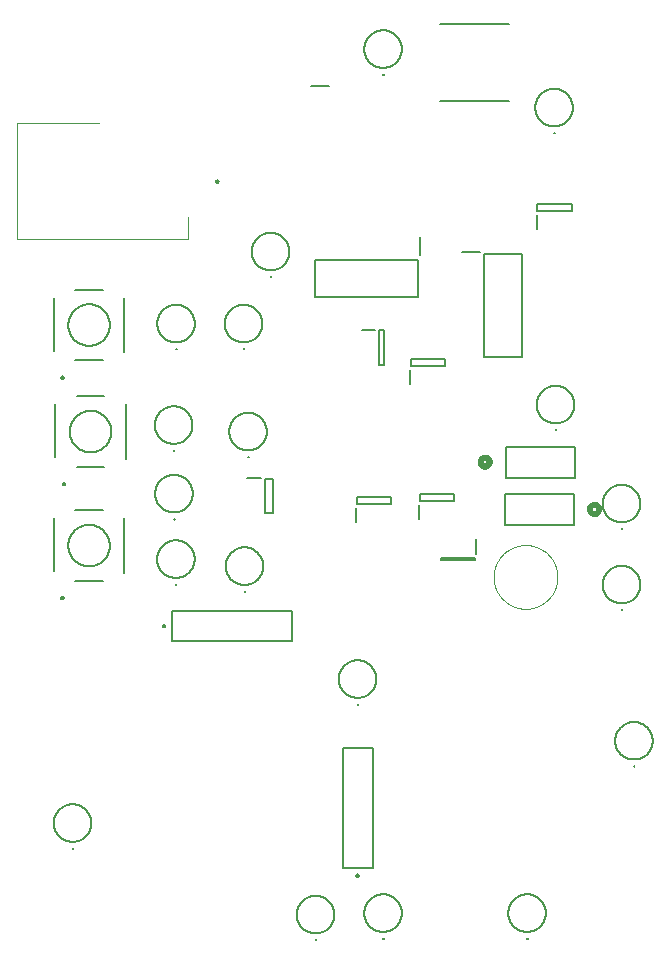
<source format=gto>
G75*
%MOIN*%
%OFA0B0*%
%FSLAX25Y25*%
%IPPOS*%
%LPD*%
%AMOC8*
5,1,8,0,0,1.08239X$1,22.5*
%
%ADD10C,0.00787*%
%ADD11C,0.00500*%
%ADD12C,0.00600*%
%ADD13C,0.02000*%
%ADD14C,0.00394*%
D10*
X0030540Y0051300D02*
X0030542Y0051457D01*
X0030548Y0051615D01*
X0030558Y0051772D01*
X0030572Y0051928D01*
X0030589Y0052085D01*
X0030611Y0052240D01*
X0030637Y0052396D01*
X0030666Y0052550D01*
X0030699Y0052704D01*
X0030737Y0052857D01*
X0030778Y0053009D01*
X0030823Y0053159D01*
X0030871Y0053309D01*
X0030924Y0053457D01*
X0030980Y0053604D01*
X0031039Y0053750D01*
X0031103Y0053894D01*
X0031170Y0054036D01*
X0031240Y0054177D01*
X0031314Y0054316D01*
X0031392Y0054453D01*
X0031473Y0054588D01*
X0031557Y0054720D01*
X0031645Y0054851D01*
X0031736Y0054980D01*
X0031830Y0055106D01*
X0031927Y0055229D01*
X0032027Y0055351D01*
X0032130Y0055469D01*
X0032237Y0055585D01*
X0032346Y0055699D01*
X0032458Y0055809D01*
X0032572Y0055917D01*
X0032690Y0056022D01*
X0032810Y0056123D01*
X0032932Y0056222D01*
X0033057Y0056318D01*
X0033184Y0056410D01*
X0033314Y0056500D01*
X0033446Y0056585D01*
X0033580Y0056668D01*
X0033716Y0056747D01*
X0033853Y0056823D01*
X0033993Y0056895D01*
X0034135Y0056964D01*
X0034278Y0057029D01*
X0034423Y0057091D01*
X0034569Y0057149D01*
X0034717Y0057203D01*
X0034866Y0057254D01*
X0035016Y0057300D01*
X0035167Y0057343D01*
X0035320Y0057382D01*
X0035473Y0057418D01*
X0035627Y0057449D01*
X0035782Y0057477D01*
X0035937Y0057500D01*
X0036094Y0057520D01*
X0036250Y0057536D01*
X0036407Y0057548D01*
X0036564Y0057556D01*
X0036721Y0057560D01*
X0036879Y0057560D01*
X0037036Y0057556D01*
X0037193Y0057548D01*
X0037350Y0057536D01*
X0037506Y0057520D01*
X0037663Y0057500D01*
X0037818Y0057477D01*
X0037973Y0057449D01*
X0038127Y0057418D01*
X0038280Y0057382D01*
X0038433Y0057343D01*
X0038584Y0057300D01*
X0038734Y0057254D01*
X0038883Y0057203D01*
X0039031Y0057149D01*
X0039177Y0057091D01*
X0039322Y0057029D01*
X0039465Y0056964D01*
X0039607Y0056895D01*
X0039747Y0056823D01*
X0039884Y0056747D01*
X0040020Y0056668D01*
X0040154Y0056585D01*
X0040286Y0056500D01*
X0040416Y0056410D01*
X0040543Y0056318D01*
X0040668Y0056222D01*
X0040790Y0056123D01*
X0040910Y0056022D01*
X0041028Y0055917D01*
X0041142Y0055809D01*
X0041254Y0055699D01*
X0041363Y0055585D01*
X0041470Y0055469D01*
X0041573Y0055351D01*
X0041673Y0055229D01*
X0041770Y0055106D01*
X0041864Y0054980D01*
X0041955Y0054851D01*
X0042043Y0054720D01*
X0042127Y0054588D01*
X0042208Y0054453D01*
X0042286Y0054316D01*
X0042360Y0054177D01*
X0042430Y0054036D01*
X0042497Y0053894D01*
X0042561Y0053750D01*
X0042620Y0053604D01*
X0042676Y0053457D01*
X0042729Y0053309D01*
X0042777Y0053159D01*
X0042822Y0053009D01*
X0042863Y0052857D01*
X0042901Y0052704D01*
X0042934Y0052550D01*
X0042963Y0052396D01*
X0042989Y0052240D01*
X0043011Y0052085D01*
X0043028Y0051928D01*
X0043042Y0051772D01*
X0043052Y0051615D01*
X0043058Y0051457D01*
X0043060Y0051300D01*
X0043058Y0051143D01*
X0043052Y0050985D01*
X0043042Y0050828D01*
X0043028Y0050672D01*
X0043011Y0050515D01*
X0042989Y0050360D01*
X0042963Y0050204D01*
X0042934Y0050050D01*
X0042901Y0049896D01*
X0042863Y0049743D01*
X0042822Y0049591D01*
X0042777Y0049441D01*
X0042729Y0049291D01*
X0042676Y0049143D01*
X0042620Y0048996D01*
X0042561Y0048850D01*
X0042497Y0048706D01*
X0042430Y0048564D01*
X0042360Y0048423D01*
X0042286Y0048284D01*
X0042208Y0048147D01*
X0042127Y0048012D01*
X0042043Y0047880D01*
X0041955Y0047749D01*
X0041864Y0047620D01*
X0041770Y0047494D01*
X0041673Y0047371D01*
X0041573Y0047249D01*
X0041470Y0047131D01*
X0041363Y0047015D01*
X0041254Y0046901D01*
X0041142Y0046791D01*
X0041028Y0046683D01*
X0040910Y0046578D01*
X0040790Y0046477D01*
X0040668Y0046378D01*
X0040543Y0046282D01*
X0040416Y0046190D01*
X0040286Y0046100D01*
X0040154Y0046015D01*
X0040020Y0045932D01*
X0039884Y0045853D01*
X0039747Y0045777D01*
X0039607Y0045705D01*
X0039465Y0045636D01*
X0039322Y0045571D01*
X0039177Y0045509D01*
X0039031Y0045451D01*
X0038883Y0045397D01*
X0038734Y0045346D01*
X0038584Y0045300D01*
X0038433Y0045257D01*
X0038280Y0045218D01*
X0038127Y0045182D01*
X0037973Y0045151D01*
X0037818Y0045123D01*
X0037663Y0045100D01*
X0037506Y0045080D01*
X0037350Y0045064D01*
X0037193Y0045052D01*
X0037036Y0045044D01*
X0036879Y0045040D01*
X0036721Y0045040D01*
X0036564Y0045044D01*
X0036407Y0045052D01*
X0036250Y0045064D01*
X0036094Y0045080D01*
X0035937Y0045100D01*
X0035782Y0045123D01*
X0035627Y0045151D01*
X0035473Y0045182D01*
X0035320Y0045218D01*
X0035167Y0045257D01*
X0035016Y0045300D01*
X0034866Y0045346D01*
X0034717Y0045397D01*
X0034569Y0045451D01*
X0034423Y0045509D01*
X0034278Y0045571D01*
X0034135Y0045636D01*
X0033993Y0045705D01*
X0033853Y0045777D01*
X0033716Y0045853D01*
X0033580Y0045932D01*
X0033446Y0046015D01*
X0033314Y0046100D01*
X0033184Y0046190D01*
X0033057Y0046282D01*
X0032932Y0046378D01*
X0032810Y0046477D01*
X0032690Y0046578D01*
X0032572Y0046683D01*
X0032458Y0046791D01*
X0032346Y0046901D01*
X0032237Y0047015D01*
X0032130Y0047131D01*
X0032027Y0047249D01*
X0031927Y0047371D01*
X0031830Y0047494D01*
X0031736Y0047620D01*
X0031645Y0047749D01*
X0031557Y0047880D01*
X0031473Y0048012D01*
X0031392Y0048147D01*
X0031314Y0048284D01*
X0031240Y0048423D01*
X0031170Y0048564D01*
X0031103Y0048706D01*
X0031039Y0048850D01*
X0030980Y0048996D01*
X0030924Y0049143D01*
X0030871Y0049291D01*
X0030823Y0049441D01*
X0030778Y0049591D01*
X0030737Y0049743D01*
X0030699Y0049896D01*
X0030666Y0050050D01*
X0030637Y0050204D01*
X0030611Y0050360D01*
X0030589Y0050515D01*
X0030572Y0050672D01*
X0030558Y0050828D01*
X0030548Y0050985D01*
X0030542Y0051143D01*
X0030540Y0051300D01*
X0069860Y0111851D02*
X0109860Y0111851D01*
X0109860Y0121851D01*
X0069860Y0121851D01*
X0069860Y0111851D01*
X0066907Y0116851D02*
X0066909Y0116890D01*
X0066915Y0116929D01*
X0066925Y0116967D01*
X0066938Y0117004D01*
X0066955Y0117039D01*
X0066975Y0117073D01*
X0066999Y0117104D01*
X0067026Y0117133D01*
X0067055Y0117159D01*
X0067087Y0117182D01*
X0067121Y0117202D01*
X0067157Y0117218D01*
X0067194Y0117230D01*
X0067233Y0117239D01*
X0067272Y0117244D01*
X0067311Y0117245D01*
X0067350Y0117242D01*
X0067389Y0117235D01*
X0067426Y0117224D01*
X0067463Y0117210D01*
X0067498Y0117192D01*
X0067531Y0117171D01*
X0067562Y0117146D01*
X0067590Y0117119D01*
X0067615Y0117089D01*
X0067637Y0117056D01*
X0067656Y0117022D01*
X0067671Y0116986D01*
X0067683Y0116948D01*
X0067691Y0116910D01*
X0067695Y0116871D01*
X0067695Y0116831D01*
X0067691Y0116792D01*
X0067683Y0116754D01*
X0067671Y0116716D01*
X0067656Y0116680D01*
X0067637Y0116646D01*
X0067615Y0116613D01*
X0067590Y0116583D01*
X0067562Y0116556D01*
X0067531Y0116531D01*
X0067498Y0116510D01*
X0067463Y0116492D01*
X0067426Y0116478D01*
X0067389Y0116467D01*
X0067350Y0116460D01*
X0067311Y0116457D01*
X0067272Y0116458D01*
X0067233Y0116463D01*
X0067194Y0116472D01*
X0067157Y0116484D01*
X0067121Y0116500D01*
X0067087Y0116520D01*
X0067055Y0116543D01*
X0067026Y0116569D01*
X0066999Y0116598D01*
X0066975Y0116629D01*
X0066955Y0116663D01*
X0066938Y0116698D01*
X0066925Y0116735D01*
X0066915Y0116773D01*
X0066909Y0116812D01*
X0066907Y0116851D01*
X0064988Y0139296D02*
X0064990Y0139453D01*
X0064996Y0139611D01*
X0065006Y0139768D01*
X0065020Y0139924D01*
X0065037Y0140081D01*
X0065059Y0140236D01*
X0065085Y0140392D01*
X0065114Y0140546D01*
X0065147Y0140700D01*
X0065185Y0140853D01*
X0065226Y0141005D01*
X0065271Y0141155D01*
X0065319Y0141305D01*
X0065372Y0141453D01*
X0065428Y0141600D01*
X0065487Y0141746D01*
X0065551Y0141890D01*
X0065618Y0142032D01*
X0065688Y0142173D01*
X0065762Y0142312D01*
X0065840Y0142449D01*
X0065921Y0142584D01*
X0066005Y0142716D01*
X0066093Y0142847D01*
X0066184Y0142976D01*
X0066278Y0143102D01*
X0066375Y0143225D01*
X0066475Y0143347D01*
X0066578Y0143465D01*
X0066685Y0143581D01*
X0066794Y0143695D01*
X0066906Y0143805D01*
X0067020Y0143913D01*
X0067138Y0144018D01*
X0067258Y0144119D01*
X0067380Y0144218D01*
X0067505Y0144314D01*
X0067632Y0144406D01*
X0067762Y0144496D01*
X0067894Y0144581D01*
X0068028Y0144664D01*
X0068164Y0144743D01*
X0068301Y0144819D01*
X0068441Y0144891D01*
X0068583Y0144960D01*
X0068726Y0145025D01*
X0068871Y0145087D01*
X0069017Y0145145D01*
X0069165Y0145199D01*
X0069314Y0145250D01*
X0069464Y0145296D01*
X0069615Y0145339D01*
X0069768Y0145378D01*
X0069921Y0145414D01*
X0070075Y0145445D01*
X0070230Y0145473D01*
X0070385Y0145496D01*
X0070542Y0145516D01*
X0070698Y0145532D01*
X0070855Y0145544D01*
X0071012Y0145552D01*
X0071169Y0145556D01*
X0071327Y0145556D01*
X0071484Y0145552D01*
X0071641Y0145544D01*
X0071798Y0145532D01*
X0071954Y0145516D01*
X0072111Y0145496D01*
X0072266Y0145473D01*
X0072421Y0145445D01*
X0072575Y0145414D01*
X0072728Y0145378D01*
X0072881Y0145339D01*
X0073032Y0145296D01*
X0073182Y0145250D01*
X0073331Y0145199D01*
X0073479Y0145145D01*
X0073625Y0145087D01*
X0073770Y0145025D01*
X0073913Y0144960D01*
X0074055Y0144891D01*
X0074195Y0144819D01*
X0074332Y0144743D01*
X0074468Y0144664D01*
X0074602Y0144581D01*
X0074734Y0144496D01*
X0074864Y0144406D01*
X0074991Y0144314D01*
X0075116Y0144218D01*
X0075238Y0144119D01*
X0075358Y0144018D01*
X0075476Y0143913D01*
X0075590Y0143805D01*
X0075702Y0143695D01*
X0075811Y0143581D01*
X0075918Y0143465D01*
X0076021Y0143347D01*
X0076121Y0143225D01*
X0076218Y0143102D01*
X0076312Y0142976D01*
X0076403Y0142847D01*
X0076491Y0142716D01*
X0076575Y0142584D01*
X0076656Y0142449D01*
X0076734Y0142312D01*
X0076808Y0142173D01*
X0076878Y0142032D01*
X0076945Y0141890D01*
X0077009Y0141746D01*
X0077068Y0141600D01*
X0077124Y0141453D01*
X0077177Y0141305D01*
X0077225Y0141155D01*
X0077270Y0141005D01*
X0077311Y0140853D01*
X0077349Y0140700D01*
X0077382Y0140546D01*
X0077411Y0140392D01*
X0077437Y0140236D01*
X0077459Y0140081D01*
X0077476Y0139924D01*
X0077490Y0139768D01*
X0077500Y0139611D01*
X0077506Y0139453D01*
X0077508Y0139296D01*
X0077506Y0139139D01*
X0077500Y0138981D01*
X0077490Y0138824D01*
X0077476Y0138668D01*
X0077459Y0138511D01*
X0077437Y0138356D01*
X0077411Y0138200D01*
X0077382Y0138046D01*
X0077349Y0137892D01*
X0077311Y0137739D01*
X0077270Y0137587D01*
X0077225Y0137437D01*
X0077177Y0137287D01*
X0077124Y0137139D01*
X0077068Y0136992D01*
X0077009Y0136846D01*
X0076945Y0136702D01*
X0076878Y0136560D01*
X0076808Y0136419D01*
X0076734Y0136280D01*
X0076656Y0136143D01*
X0076575Y0136008D01*
X0076491Y0135876D01*
X0076403Y0135745D01*
X0076312Y0135616D01*
X0076218Y0135490D01*
X0076121Y0135367D01*
X0076021Y0135245D01*
X0075918Y0135127D01*
X0075811Y0135011D01*
X0075702Y0134897D01*
X0075590Y0134787D01*
X0075476Y0134679D01*
X0075358Y0134574D01*
X0075238Y0134473D01*
X0075116Y0134374D01*
X0074991Y0134278D01*
X0074864Y0134186D01*
X0074734Y0134096D01*
X0074602Y0134011D01*
X0074468Y0133928D01*
X0074332Y0133849D01*
X0074195Y0133773D01*
X0074055Y0133701D01*
X0073913Y0133632D01*
X0073770Y0133567D01*
X0073625Y0133505D01*
X0073479Y0133447D01*
X0073331Y0133393D01*
X0073182Y0133342D01*
X0073032Y0133296D01*
X0072881Y0133253D01*
X0072728Y0133214D01*
X0072575Y0133178D01*
X0072421Y0133147D01*
X0072266Y0133119D01*
X0072111Y0133096D01*
X0071954Y0133076D01*
X0071798Y0133060D01*
X0071641Y0133048D01*
X0071484Y0133040D01*
X0071327Y0133036D01*
X0071169Y0133036D01*
X0071012Y0133040D01*
X0070855Y0133048D01*
X0070698Y0133060D01*
X0070542Y0133076D01*
X0070385Y0133096D01*
X0070230Y0133119D01*
X0070075Y0133147D01*
X0069921Y0133178D01*
X0069768Y0133214D01*
X0069615Y0133253D01*
X0069464Y0133296D01*
X0069314Y0133342D01*
X0069165Y0133393D01*
X0069017Y0133447D01*
X0068871Y0133505D01*
X0068726Y0133567D01*
X0068583Y0133632D01*
X0068441Y0133701D01*
X0068301Y0133773D01*
X0068164Y0133849D01*
X0068028Y0133928D01*
X0067894Y0134011D01*
X0067762Y0134096D01*
X0067632Y0134186D01*
X0067505Y0134278D01*
X0067380Y0134374D01*
X0067258Y0134473D01*
X0067138Y0134574D01*
X0067020Y0134679D01*
X0066906Y0134787D01*
X0066794Y0134897D01*
X0066685Y0135011D01*
X0066578Y0135127D01*
X0066475Y0135245D01*
X0066375Y0135367D01*
X0066278Y0135490D01*
X0066184Y0135616D01*
X0066093Y0135745D01*
X0066005Y0135876D01*
X0065921Y0136008D01*
X0065840Y0136143D01*
X0065762Y0136280D01*
X0065688Y0136419D01*
X0065618Y0136560D01*
X0065551Y0136702D01*
X0065487Y0136846D01*
X0065428Y0136992D01*
X0065372Y0137139D01*
X0065319Y0137287D01*
X0065271Y0137437D01*
X0065226Y0137587D01*
X0065185Y0137739D01*
X0065147Y0137892D01*
X0065114Y0138046D01*
X0065085Y0138200D01*
X0065059Y0138356D01*
X0065037Y0138511D01*
X0065020Y0138668D01*
X0065006Y0138824D01*
X0064996Y0138981D01*
X0064990Y0139139D01*
X0064988Y0139296D01*
X0064347Y0161115D02*
X0064349Y0161272D01*
X0064355Y0161430D01*
X0064365Y0161587D01*
X0064379Y0161743D01*
X0064396Y0161900D01*
X0064418Y0162055D01*
X0064444Y0162211D01*
X0064473Y0162365D01*
X0064506Y0162519D01*
X0064544Y0162672D01*
X0064585Y0162824D01*
X0064630Y0162974D01*
X0064678Y0163124D01*
X0064731Y0163272D01*
X0064787Y0163419D01*
X0064846Y0163565D01*
X0064910Y0163709D01*
X0064977Y0163851D01*
X0065047Y0163992D01*
X0065121Y0164131D01*
X0065199Y0164268D01*
X0065280Y0164403D01*
X0065364Y0164535D01*
X0065452Y0164666D01*
X0065543Y0164795D01*
X0065637Y0164921D01*
X0065734Y0165044D01*
X0065834Y0165166D01*
X0065937Y0165284D01*
X0066044Y0165400D01*
X0066153Y0165514D01*
X0066265Y0165624D01*
X0066379Y0165732D01*
X0066497Y0165837D01*
X0066617Y0165938D01*
X0066739Y0166037D01*
X0066864Y0166133D01*
X0066991Y0166225D01*
X0067121Y0166315D01*
X0067253Y0166400D01*
X0067387Y0166483D01*
X0067523Y0166562D01*
X0067660Y0166638D01*
X0067800Y0166710D01*
X0067942Y0166779D01*
X0068085Y0166844D01*
X0068230Y0166906D01*
X0068376Y0166964D01*
X0068524Y0167018D01*
X0068673Y0167069D01*
X0068823Y0167115D01*
X0068974Y0167158D01*
X0069127Y0167197D01*
X0069280Y0167233D01*
X0069434Y0167264D01*
X0069589Y0167292D01*
X0069744Y0167315D01*
X0069901Y0167335D01*
X0070057Y0167351D01*
X0070214Y0167363D01*
X0070371Y0167371D01*
X0070528Y0167375D01*
X0070686Y0167375D01*
X0070843Y0167371D01*
X0071000Y0167363D01*
X0071157Y0167351D01*
X0071313Y0167335D01*
X0071470Y0167315D01*
X0071625Y0167292D01*
X0071780Y0167264D01*
X0071934Y0167233D01*
X0072087Y0167197D01*
X0072240Y0167158D01*
X0072391Y0167115D01*
X0072541Y0167069D01*
X0072690Y0167018D01*
X0072838Y0166964D01*
X0072984Y0166906D01*
X0073129Y0166844D01*
X0073272Y0166779D01*
X0073414Y0166710D01*
X0073554Y0166638D01*
X0073691Y0166562D01*
X0073827Y0166483D01*
X0073961Y0166400D01*
X0074093Y0166315D01*
X0074223Y0166225D01*
X0074350Y0166133D01*
X0074475Y0166037D01*
X0074597Y0165938D01*
X0074717Y0165837D01*
X0074835Y0165732D01*
X0074949Y0165624D01*
X0075061Y0165514D01*
X0075170Y0165400D01*
X0075277Y0165284D01*
X0075380Y0165166D01*
X0075480Y0165044D01*
X0075577Y0164921D01*
X0075671Y0164795D01*
X0075762Y0164666D01*
X0075850Y0164535D01*
X0075934Y0164403D01*
X0076015Y0164268D01*
X0076093Y0164131D01*
X0076167Y0163992D01*
X0076237Y0163851D01*
X0076304Y0163709D01*
X0076368Y0163565D01*
X0076427Y0163419D01*
X0076483Y0163272D01*
X0076536Y0163124D01*
X0076584Y0162974D01*
X0076629Y0162824D01*
X0076670Y0162672D01*
X0076708Y0162519D01*
X0076741Y0162365D01*
X0076770Y0162211D01*
X0076796Y0162055D01*
X0076818Y0161900D01*
X0076835Y0161743D01*
X0076849Y0161587D01*
X0076859Y0161430D01*
X0076865Y0161272D01*
X0076867Y0161115D01*
X0076865Y0160958D01*
X0076859Y0160800D01*
X0076849Y0160643D01*
X0076835Y0160487D01*
X0076818Y0160330D01*
X0076796Y0160175D01*
X0076770Y0160019D01*
X0076741Y0159865D01*
X0076708Y0159711D01*
X0076670Y0159558D01*
X0076629Y0159406D01*
X0076584Y0159256D01*
X0076536Y0159106D01*
X0076483Y0158958D01*
X0076427Y0158811D01*
X0076368Y0158665D01*
X0076304Y0158521D01*
X0076237Y0158379D01*
X0076167Y0158238D01*
X0076093Y0158099D01*
X0076015Y0157962D01*
X0075934Y0157827D01*
X0075850Y0157695D01*
X0075762Y0157564D01*
X0075671Y0157435D01*
X0075577Y0157309D01*
X0075480Y0157186D01*
X0075380Y0157064D01*
X0075277Y0156946D01*
X0075170Y0156830D01*
X0075061Y0156716D01*
X0074949Y0156606D01*
X0074835Y0156498D01*
X0074717Y0156393D01*
X0074597Y0156292D01*
X0074475Y0156193D01*
X0074350Y0156097D01*
X0074223Y0156005D01*
X0074093Y0155915D01*
X0073961Y0155830D01*
X0073827Y0155747D01*
X0073691Y0155668D01*
X0073554Y0155592D01*
X0073414Y0155520D01*
X0073272Y0155451D01*
X0073129Y0155386D01*
X0072984Y0155324D01*
X0072838Y0155266D01*
X0072690Y0155212D01*
X0072541Y0155161D01*
X0072391Y0155115D01*
X0072240Y0155072D01*
X0072087Y0155033D01*
X0071934Y0154997D01*
X0071780Y0154966D01*
X0071625Y0154938D01*
X0071470Y0154915D01*
X0071313Y0154895D01*
X0071157Y0154879D01*
X0071000Y0154867D01*
X0070843Y0154859D01*
X0070686Y0154855D01*
X0070528Y0154855D01*
X0070371Y0154859D01*
X0070214Y0154867D01*
X0070057Y0154879D01*
X0069901Y0154895D01*
X0069744Y0154915D01*
X0069589Y0154938D01*
X0069434Y0154966D01*
X0069280Y0154997D01*
X0069127Y0155033D01*
X0068974Y0155072D01*
X0068823Y0155115D01*
X0068673Y0155161D01*
X0068524Y0155212D01*
X0068376Y0155266D01*
X0068230Y0155324D01*
X0068085Y0155386D01*
X0067942Y0155451D01*
X0067800Y0155520D01*
X0067660Y0155592D01*
X0067523Y0155668D01*
X0067387Y0155747D01*
X0067253Y0155830D01*
X0067121Y0155915D01*
X0066991Y0156005D01*
X0066864Y0156097D01*
X0066739Y0156193D01*
X0066617Y0156292D01*
X0066497Y0156393D01*
X0066379Y0156498D01*
X0066265Y0156606D01*
X0066153Y0156716D01*
X0066044Y0156830D01*
X0065937Y0156946D01*
X0065834Y0157064D01*
X0065734Y0157186D01*
X0065637Y0157309D01*
X0065543Y0157435D01*
X0065452Y0157564D01*
X0065364Y0157695D01*
X0065280Y0157827D01*
X0065199Y0157962D01*
X0065121Y0158099D01*
X0065047Y0158238D01*
X0064977Y0158379D01*
X0064910Y0158521D01*
X0064846Y0158665D01*
X0064787Y0158811D01*
X0064731Y0158958D01*
X0064678Y0159106D01*
X0064630Y0159256D01*
X0064585Y0159406D01*
X0064544Y0159558D01*
X0064506Y0159711D01*
X0064473Y0159865D01*
X0064444Y0160019D01*
X0064418Y0160175D01*
X0064396Y0160330D01*
X0064379Y0160487D01*
X0064365Y0160643D01*
X0064355Y0160800D01*
X0064349Y0160958D01*
X0064347Y0161115D01*
X0064255Y0183970D02*
X0064257Y0184127D01*
X0064263Y0184285D01*
X0064273Y0184442D01*
X0064287Y0184598D01*
X0064304Y0184755D01*
X0064326Y0184910D01*
X0064352Y0185066D01*
X0064381Y0185220D01*
X0064414Y0185374D01*
X0064452Y0185527D01*
X0064493Y0185679D01*
X0064538Y0185829D01*
X0064586Y0185979D01*
X0064639Y0186127D01*
X0064695Y0186274D01*
X0064754Y0186420D01*
X0064818Y0186564D01*
X0064885Y0186706D01*
X0064955Y0186847D01*
X0065029Y0186986D01*
X0065107Y0187123D01*
X0065188Y0187258D01*
X0065272Y0187390D01*
X0065360Y0187521D01*
X0065451Y0187650D01*
X0065545Y0187776D01*
X0065642Y0187899D01*
X0065742Y0188021D01*
X0065845Y0188139D01*
X0065952Y0188255D01*
X0066061Y0188369D01*
X0066173Y0188479D01*
X0066287Y0188587D01*
X0066405Y0188692D01*
X0066525Y0188793D01*
X0066647Y0188892D01*
X0066772Y0188988D01*
X0066899Y0189080D01*
X0067029Y0189170D01*
X0067161Y0189255D01*
X0067295Y0189338D01*
X0067431Y0189417D01*
X0067568Y0189493D01*
X0067708Y0189565D01*
X0067850Y0189634D01*
X0067993Y0189699D01*
X0068138Y0189761D01*
X0068284Y0189819D01*
X0068432Y0189873D01*
X0068581Y0189924D01*
X0068731Y0189970D01*
X0068882Y0190013D01*
X0069035Y0190052D01*
X0069188Y0190088D01*
X0069342Y0190119D01*
X0069497Y0190147D01*
X0069652Y0190170D01*
X0069809Y0190190D01*
X0069965Y0190206D01*
X0070122Y0190218D01*
X0070279Y0190226D01*
X0070436Y0190230D01*
X0070594Y0190230D01*
X0070751Y0190226D01*
X0070908Y0190218D01*
X0071065Y0190206D01*
X0071221Y0190190D01*
X0071378Y0190170D01*
X0071533Y0190147D01*
X0071688Y0190119D01*
X0071842Y0190088D01*
X0071995Y0190052D01*
X0072148Y0190013D01*
X0072299Y0189970D01*
X0072449Y0189924D01*
X0072598Y0189873D01*
X0072746Y0189819D01*
X0072892Y0189761D01*
X0073037Y0189699D01*
X0073180Y0189634D01*
X0073322Y0189565D01*
X0073462Y0189493D01*
X0073599Y0189417D01*
X0073735Y0189338D01*
X0073869Y0189255D01*
X0074001Y0189170D01*
X0074131Y0189080D01*
X0074258Y0188988D01*
X0074383Y0188892D01*
X0074505Y0188793D01*
X0074625Y0188692D01*
X0074743Y0188587D01*
X0074857Y0188479D01*
X0074969Y0188369D01*
X0075078Y0188255D01*
X0075185Y0188139D01*
X0075288Y0188021D01*
X0075388Y0187899D01*
X0075485Y0187776D01*
X0075579Y0187650D01*
X0075670Y0187521D01*
X0075758Y0187390D01*
X0075842Y0187258D01*
X0075923Y0187123D01*
X0076001Y0186986D01*
X0076075Y0186847D01*
X0076145Y0186706D01*
X0076212Y0186564D01*
X0076276Y0186420D01*
X0076335Y0186274D01*
X0076391Y0186127D01*
X0076444Y0185979D01*
X0076492Y0185829D01*
X0076537Y0185679D01*
X0076578Y0185527D01*
X0076616Y0185374D01*
X0076649Y0185220D01*
X0076678Y0185066D01*
X0076704Y0184910D01*
X0076726Y0184755D01*
X0076743Y0184598D01*
X0076757Y0184442D01*
X0076767Y0184285D01*
X0076773Y0184127D01*
X0076775Y0183970D01*
X0076773Y0183813D01*
X0076767Y0183655D01*
X0076757Y0183498D01*
X0076743Y0183342D01*
X0076726Y0183185D01*
X0076704Y0183030D01*
X0076678Y0182874D01*
X0076649Y0182720D01*
X0076616Y0182566D01*
X0076578Y0182413D01*
X0076537Y0182261D01*
X0076492Y0182111D01*
X0076444Y0181961D01*
X0076391Y0181813D01*
X0076335Y0181666D01*
X0076276Y0181520D01*
X0076212Y0181376D01*
X0076145Y0181234D01*
X0076075Y0181093D01*
X0076001Y0180954D01*
X0075923Y0180817D01*
X0075842Y0180682D01*
X0075758Y0180550D01*
X0075670Y0180419D01*
X0075579Y0180290D01*
X0075485Y0180164D01*
X0075388Y0180041D01*
X0075288Y0179919D01*
X0075185Y0179801D01*
X0075078Y0179685D01*
X0074969Y0179571D01*
X0074857Y0179461D01*
X0074743Y0179353D01*
X0074625Y0179248D01*
X0074505Y0179147D01*
X0074383Y0179048D01*
X0074258Y0178952D01*
X0074131Y0178860D01*
X0074001Y0178770D01*
X0073869Y0178685D01*
X0073735Y0178602D01*
X0073599Y0178523D01*
X0073462Y0178447D01*
X0073322Y0178375D01*
X0073180Y0178306D01*
X0073037Y0178241D01*
X0072892Y0178179D01*
X0072746Y0178121D01*
X0072598Y0178067D01*
X0072449Y0178016D01*
X0072299Y0177970D01*
X0072148Y0177927D01*
X0071995Y0177888D01*
X0071842Y0177852D01*
X0071688Y0177821D01*
X0071533Y0177793D01*
X0071378Y0177770D01*
X0071221Y0177750D01*
X0071065Y0177734D01*
X0070908Y0177722D01*
X0070751Y0177714D01*
X0070594Y0177710D01*
X0070436Y0177710D01*
X0070279Y0177714D01*
X0070122Y0177722D01*
X0069965Y0177734D01*
X0069809Y0177750D01*
X0069652Y0177770D01*
X0069497Y0177793D01*
X0069342Y0177821D01*
X0069188Y0177852D01*
X0069035Y0177888D01*
X0068882Y0177927D01*
X0068731Y0177970D01*
X0068581Y0178016D01*
X0068432Y0178067D01*
X0068284Y0178121D01*
X0068138Y0178179D01*
X0067993Y0178241D01*
X0067850Y0178306D01*
X0067708Y0178375D01*
X0067568Y0178447D01*
X0067431Y0178523D01*
X0067295Y0178602D01*
X0067161Y0178685D01*
X0067029Y0178770D01*
X0066899Y0178860D01*
X0066772Y0178952D01*
X0066647Y0179048D01*
X0066525Y0179147D01*
X0066405Y0179248D01*
X0066287Y0179353D01*
X0066173Y0179461D01*
X0066061Y0179571D01*
X0065952Y0179685D01*
X0065845Y0179801D01*
X0065742Y0179919D01*
X0065642Y0180041D01*
X0065545Y0180164D01*
X0065451Y0180290D01*
X0065360Y0180419D01*
X0065272Y0180550D01*
X0065188Y0180682D01*
X0065107Y0180817D01*
X0065029Y0180954D01*
X0064955Y0181093D01*
X0064885Y0181234D01*
X0064818Y0181376D01*
X0064754Y0181520D01*
X0064695Y0181666D01*
X0064639Y0181813D01*
X0064586Y0181961D01*
X0064538Y0182111D01*
X0064493Y0182261D01*
X0064452Y0182413D01*
X0064414Y0182566D01*
X0064381Y0182720D01*
X0064352Y0182874D01*
X0064326Y0183030D01*
X0064304Y0183185D01*
X0064287Y0183342D01*
X0064273Y0183498D01*
X0064263Y0183655D01*
X0064257Y0183813D01*
X0064255Y0183970D01*
X0065040Y0217800D02*
X0065042Y0217957D01*
X0065048Y0218115D01*
X0065058Y0218272D01*
X0065072Y0218428D01*
X0065089Y0218585D01*
X0065111Y0218740D01*
X0065137Y0218896D01*
X0065166Y0219050D01*
X0065199Y0219204D01*
X0065237Y0219357D01*
X0065278Y0219509D01*
X0065323Y0219659D01*
X0065371Y0219809D01*
X0065424Y0219957D01*
X0065480Y0220104D01*
X0065539Y0220250D01*
X0065603Y0220394D01*
X0065670Y0220536D01*
X0065740Y0220677D01*
X0065814Y0220816D01*
X0065892Y0220953D01*
X0065973Y0221088D01*
X0066057Y0221220D01*
X0066145Y0221351D01*
X0066236Y0221480D01*
X0066330Y0221606D01*
X0066427Y0221729D01*
X0066527Y0221851D01*
X0066630Y0221969D01*
X0066737Y0222085D01*
X0066846Y0222199D01*
X0066958Y0222309D01*
X0067072Y0222417D01*
X0067190Y0222522D01*
X0067310Y0222623D01*
X0067432Y0222722D01*
X0067557Y0222818D01*
X0067684Y0222910D01*
X0067814Y0223000D01*
X0067946Y0223085D01*
X0068080Y0223168D01*
X0068216Y0223247D01*
X0068353Y0223323D01*
X0068493Y0223395D01*
X0068635Y0223464D01*
X0068778Y0223529D01*
X0068923Y0223591D01*
X0069069Y0223649D01*
X0069217Y0223703D01*
X0069366Y0223754D01*
X0069516Y0223800D01*
X0069667Y0223843D01*
X0069820Y0223882D01*
X0069973Y0223918D01*
X0070127Y0223949D01*
X0070282Y0223977D01*
X0070437Y0224000D01*
X0070594Y0224020D01*
X0070750Y0224036D01*
X0070907Y0224048D01*
X0071064Y0224056D01*
X0071221Y0224060D01*
X0071379Y0224060D01*
X0071536Y0224056D01*
X0071693Y0224048D01*
X0071850Y0224036D01*
X0072006Y0224020D01*
X0072163Y0224000D01*
X0072318Y0223977D01*
X0072473Y0223949D01*
X0072627Y0223918D01*
X0072780Y0223882D01*
X0072933Y0223843D01*
X0073084Y0223800D01*
X0073234Y0223754D01*
X0073383Y0223703D01*
X0073531Y0223649D01*
X0073677Y0223591D01*
X0073822Y0223529D01*
X0073965Y0223464D01*
X0074107Y0223395D01*
X0074247Y0223323D01*
X0074384Y0223247D01*
X0074520Y0223168D01*
X0074654Y0223085D01*
X0074786Y0223000D01*
X0074916Y0222910D01*
X0075043Y0222818D01*
X0075168Y0222722D01*
X0075290Y0222623D01*
X0075410Y0222522D01*
X0075528Y0222417D01*
X0075642Y0222309D01*
X0075754Y0222199D01*
X0075863Y0222085D01*
X0075970Y0221969D01*
X0076073Y0221851D01*
X0076173Y0221729D01*
X0076270Y0221606D01*
X0076364Y0221480D01*
X0076455Y0221351D01*
X0076543Y0221220D01*
X0076627Y0221088D01*
X0076708Y0220953D01*
X0076786Y0220816D01*
X0076860Y0220677D01*
X0076930Y0220536D01*
X0076997Y0220394D01*
X0077061Y0220250D01*
X0077120Y0220104D01*
X0077176Y0219957D01*
X0077229Y0219809D01*
X0077277Y0219659D01*
X0077322Y0219509D01*
X0077363Y0219357D01*
X0077401Y0219204D01*
X0077434Y0219050D01*
X0077463Y0218896D01*
X0077489Y0218740D01*
X0077511Y0218585D01*
X0077528Y0218428D01*
X0077542Y0218272D01*
X0077552Y0218115D01*
X0077558Y0217957D01*
X0077560Y0217800D01*
X0077558Y0217643D01*
X0077552Y0217485D01*
X0077542Y0217328D01*
X0077528Y0217172D01*
X0077511Y0217015D01*
X0077489Y0216860D01*
X0077463Y0216704D01*
X0077434Y0216550D01*
X0077401Y0216396D01*
X0077363Y0216243D01*
X0077322Y0216091D01*
X0077277Y0215941D01*
X0077229Y0215791D01*
X0077176Y0215643D01*
X0077120Y0215496D01*
X0077061Y0215350D01*
X0076997Y0215206D01*
X0076930Y0215064D01*
X0076860Y0214923D01*
X0076786Y0214784D01*
X0076708Y0214647D01*
X0076627Y0214512D01*
X0076543Y0214380D01*
X0076455Y0214249D01*
X0076364Y0214120D01*
X0076270Y0213994D01*
X0076173Y0213871D01*
X0076073Y0213749D01*
X0075970Y0213631D01*
X0075863Y0213515D01*
X0075754Y0213401D01*
X0075642Y0213291D01*
X0075528Y0213183D01*
X0075410Y0213078D01*
X0075290Y0212977D01*
X0075168Y0212878D01*
X0075043Y0212782D01*
X0074916Y0212690D01*
X0074786Y0212600D01*
X0074654Y0212515D01*
X0074520Y0212432D01*
X0074384Y0212353D01*
X0074247Y0212277D01*
X0074107Y0212205D01*
X0073965Y0212136D01*
X0073822Y0212071D01*
X0073677Y0212009D01*
X0073531Y0211951D01*
X0073383Y0211897D01*
X0073234Y0211846D01*
X0073084Y0211800D01*
X0072933Y0211757D01*
X0072780Y0211718D01*
X0072627Y0211682D01*
X0072473Y0211651D01*
X0072318Y0211623D01*
X0072163Y0211600D01*
X0072006Y0211580D01*
X0071850Y0211564D01*
X0071693Y0211552D01*
X0071536Y0211544D01*
X0071379Y0211540D01*
X0071221Y0211540D01*
X0071064Y0211544D01*
X0070907Y0211552D01*
X0070750Y0211564D01*
X0070594Y0211580D01*
X0070437Y0211600D01*
X0070282Y0211623D01*
X0070127Y0211651D01*
X0069973Y0211682D01*
X0069820Y0211718D01*
X0069667Y0211757D01*
X0069516Y0211800D01*
X0069366Y0211846D01*
X0069217Y0211897D01*
X0069069Y0211951D01*
X0068923Y0212009D01*
X0068778Y0212071D01*
X0068635Y0212136D01*
X0068493Y0212205D01*
X0068353Y0212277D01*
X0068216Y0212353D01*
X0068080Y0212432D01*
X0067946Y0212515D01*
X0067814Y0212600D01*
X0067684Y0212690D01*
X0067557Y0212782D01*
X0067432Y0212878D01*
X0067310Y0212977D01*
X0067190Y0213078D01*
X0067072Y0213183D01*
X0066958Y0213291D01*
X0066846Y0213401D01*
X0066737Y0213515D01*
X0066630Y0213631D01*
X0066527Y0213749D01*
X0066427Y0213871D01*
X0066330Y0213994D01*
X0066236Y0214120D01*
X0066145Y0214249D01*
X0066057Y0214380D01*
X0065973Y0214512D01*
X0065892Y0214647D01*
X0065814Y0214784D01*
X0065740Y0214923D01*
X0065670Y0215064D01*
X0065603Y0215206D01*
X0065539Y0215350D01*
X0065480Y0215496D01*
X0065424Y0215643D01*
X0065371Y0215791D01*
X0065323Y0215941D01*
X0065278Y0216091D01*
X0065237Y0216243D01*
X0065199Y0216396D01*
X0065166Y0216550D01*
X0065137Y0216704D01*
X0065111Y0216860D01*
X0065089Y0217015D01*
X0065072Y0217172D01*
X0065058Y0217328D01*
X0065048Y0217485D01*
X0065042Y0217643D01*
X0065040Y0217800D01*
X0087540Y0217800D02*
X0087542Y0217957D01*
X0087548Y0218115D01*
X0087558Y0218272D01*
X0087572Y0218428D01*
X0087589Y0218585D01*
X0087611Y0218740D01*
X0087637Y0218896D01*
X0087666Y0219050D01*
X0087699Y0219204D01*
X0087737Y0219357D01*
X0087778Y0219509D01*
X0087823Y0219659D01*
X0087871Y0219809D01*
X0087924Y0219957D01*
X0087980Y0220104D01*
X0088039Y0220250D01*
X0088103Y0220394D01*
X0088170Y0220536D01*
X0088240Y0220677D01*
X0088314Y0220816D01*
X0088392Y0220953D01*
X0088473Y0221088D01*
X0088557Y0221220D01*
X0088645Y0221351D01*
X0088736Y0221480D01*
X0088830Y0221606D01*
X0088927Y0221729D01*
X0089027Y0221851D01*
X0089130Y0221969D01*
X0089237Y0222085D01*
X0089346Y0222199D01*
X0089458Y0222309D01*
X0089572Y0222417D01*
X0089690Y0222522D01*
X0089810Y0222623D01*
X0089932Y0222722D01*
X0090057Y0222818D01*
X0090184Y0222910D01*
X0090314Y0223000D01*
X0090446Y0223085D01*
X0090580Y0223168D01*
X0090716Y0223247D01*
X0090853Y0223323D01*
X0090993Y0223395D01*
X0091135Y0223464D01*
X0091278Y0223529D01*
X0091423Y0223591D01*
X0091569Y0223649D01*
X0091717Y0223703D01*
X0091866Y0223754D01*
X0092016Y0223800D01*
X0092167Y0223843D01*
X0092320Y0223882D01*
X0092473Y0223918D01*
X0092627Y0223949D01*
X0092782Y0223977D01*
X0092937Y0224000D01*
X0093094Y0224020D01*
X0093250Y0224036D01*
X0093407Y0224048D01*
X0093564Y0224056D01*
X0093721Y0224060D01*
X0093879Y0224060D01*
X0094036Y0224056D01*
X0094193Y0224048D01*
X0094350Y0224036D01*
X0094506Y0224020D01*
X0094663Y0224000D01*
X0094818Y0223977D01*
X0094973Y0223949D01*
X0095127Y0223918D01*
X0095280Y0223882D01*
X0095433Y0223843D01*
X0095584Y0223800D01*
X0095734Y0223754D01*
X0095883Y0223703D01*
X0096031Y0223649D01*
X0096177Y0223591D01*
X0096322Y0223529D01*
X0096465Y0223464D01*
X0096607Y0223395D01*
X0096747Y0223323D01*
X0096884Y0223247D01*
X0097020Y0223168D01*
X0097154Y0223085D01*
X0097286Y0223000D01*
X0097416Y0222910D01*
X0097543Y0222818D01*
X0097668Y0222722D01*
X0097790Y0222623D01*
X0097910Y0222522D01*
X0098028Y0222417D01*
X0098142Y0222309D01*
X0098254Y0222199D01*
X0098363Y0222085D01*
X0098470Y0221969D01*
X0098573Y0221851D01*
X0098673Y0221729D01*
X0098770Y0221606D01*
X0098864Y0221480D01*
X0098955Y0221351D01*
X0099043Y0221220D01*
X0099127Y0221088D01*
X0099208Y0220953D01*
X0099286Y0220816D01*
X0099360Y0220677D01*
X0099430Y0220536D01*
X0099497Y0220394D01*
X0099561Y0220250D01*
X0099620Y0220104D01*
X0099676Y0219957D01*
X0099729Y0219809D01*
X0099777Y0219659D01*
X0099822Y0219509D01*
X0099863Y0219357D01*
X0099901Y0219204D01*
X0099934Y0219050D01*
X0099963Y0218896D01*
X0099989Y0218740D01*
X0100011Y0218585D01*
X0100028Y0218428D01*
X0100042Y0218272D01*
X0100052Y0218115D01*
X0100058Y0217957D01*
X0100060Y0217800D01*
X0100058Y0217643D01*
X0100052Y0217485D01*
X0100042Y0217328D01*
X0100028Y0217172D01*
X0100011Y0217015D01*
X0099989Y0216860D01*
X0099963Y0216704D01*
X0099934Y0216550D01*
X0099901Y0216396D01*
X0099863Y0216243D01*
X0099822Y0216091D01*
X0099777Y0215941D01*
X0099729Y0215791D01*
X0099676Y0215643D01*
X0099620Y0215496D01*
X0099561Y0215350D01*
X0099497Y0215206D01*
X0099430Y0215064D01*
X0099360Y0214923D01*
X0099286Y0214784D01*
X0099208Y0214647D01*
X0099127Y0214512D01*
X0099043Y0214380D01*
X0098955Y0214249D01*
X0098864Y0214120D01*
X0098770Y0213994D01*
X0098673Y0213871D01*
X0098573Y0213749D01*
X0098470Y0213631D01*
X0098363Y0213515D01*
X0098254Y0213401D01*
X0098142Y0213291D01*
X0098028Y0213183D01*
X0097910Y0213078D01*
X0097790Y0212977D01*
X0097668Y0212878D01*
X0097543Y0212782D01*
X0097416Y0212690D01*
X0097286Y0212600D01*
X0097154Y0212515D01*
X0097020Y0212432D01*
X0096884Y0212353D01*
X0096747Y0212277D01*
X0096607Y0212205D01*
X0096465Y0212136D01*
X0096322Y0212071D01*
X0096177Y0212009D01*
X0096031Y0211951D01*
X0095883Y0211897D01*
X0095734Y0211846D01*
X0095584Y0211800D01*
X0095433Y0211757D01*
X0095280Y0211718D01*
X0095127Y0211682D01*
X0094973Y0211651D01*
X0094818Y0211623D01*
X0094663Y0211600D01*
X0094506Y0211580D01*
X0094350Y0211564D01*
X0094193Y0211552D01*
X0094036Y0211544D01*
X0093879Y0211540D01*
X0093721Y0211540D01*
X0093564Y0211544D01*
X0093407Y0211552D01*
X0093250Y0211564D01*
X0093094Y0211580D01*
X0092937Y0211600D01*
X0092782Y0211623D01*
X0092627Y0211651D01*
X0092473Y0211682D01*
X0092320Y0211718D01*
X0092167Y0211757D01*
X0092016Y0211800D01*
X0091866Y0211846D01*
X0091717Y0211897D01*
X0091569Y0211951D01*
X0091423Y0212009D01*
X0091278Y0212071D01*
X0091135Y0212136D01*
X0090993Y0212205D01*
X0090853Y0212277D01*
X0090716Y0212353D01*
X0090580Y0212432D01*
X0090446Y0212515D01*
X0090314Y0212600D01*
X0090184Y0212690D01*
X0090057Y0212782D01*
X0089932Y0212878D01*
X0089810Y0212977D01*
X0089690Y0213078D01*
X0089572Y0213183D01*
X0089458Y0213291D01*
X0089346Y0213401D01*
X0089237Y0213515D01*
X0089130Y0213631D01*
X0089027Y0213749D01*
X0088927Y0213871D01*
X0088830Y0213994D01*
X0088736Y0214120D01*
X0088645Y0214249D01*
X0088557Y0214380D01*
X0088473Y0214512D01*
X0088392Y0214647D01*
X0088314Y0214784D01*
X0088240Y0214923D01*
X0088170Y0215064D01*
X0088103Y0215206D01*
X0088039Y0215350D01*
X0087980Y0215496D01*
X0087924Y0215643D01*
X0087871Y0215791D01*
X0087823Y0215941D01*
X0087778Y0216091D01*
X0087737Y0216243D01*
X0087699Y0216396D01*
X0087666Y0216550D01*
X0087637Y0216704D01*
X0087611Y0216860D01*
X0087589Y0217015D01*
X0087572Y0217172D01*
X0087558Y0217328D01*
X0087548Y0217485D01*
X0087542Y0217643D01*
X0087540Y0217800D01*
X0096540Y0241800D02*
X0096542Y0241957D01*
X0096548Y0242115D01*
X0096558Y0242272D01*
X0096572Y0242428D01*
X0096589Y0242585D01*
X0096611Y0242740D01*
X0096637Y0242896D01*
X0096666Y0243050D01*
X0096699Y0243204D01*
X0096737Y0243357D01*
X0096778Y0243509D01*
X0096823Y0243659D01*
X0096871Y0243809D01*
X0096924Y0243957D01*
X0096980Y0244104D01*
X0097039Y0244250D01*
X0097103Y0244394D01*
X0097170Y0244536D01*
X0097240Y0244677D01*
X0097314Y0244816D01*
X0097392Y0244953D01*
X0097473Y0245088D01*
X0097557Y0245220D01*
X0097645Y0245351D01*
X0097736Y0245480D01*
X0097830Y0245606D01*
X0097927Y0245729D01*
X0098027Y0245851D01*
X0098130Y0245969D01*
X0098237Y0246085D01*
X0098346Y0246199D01*
X0098458Y0246309D01*
X0098572Y0246417D01*
X0098690Y0246522D01*
X0098810Y0246623D01*
X0098932Y0246722D01*
X0099057Y0246818D01*
X0099184Y0246910D01*
X0099314Y0247000D01*
X0099446Y0247085D01*
X0099580Y0247168D01*
X0099716Y0247247D01*
X0099853Y0247323D01*
X0099993Y0247395D01*
X0100135Y0247464D01*
X0100278Y0247529D01*
X0100423Y0247591D01*
X0100569Y0247649D01*
X0100717Y0247703D01*
X0100866Y0247754D01*
X0101016Y0247800D01*
X0101167Y0247843D01*
X0101320Y0247882D01*
X0101473Y0247918D01*
X0101627Y0247949D01*
X0101782Y0247977D01*
X0101937Y0248000D01*
X0102094Y0248020D01*
X0102250Y0248036D01*
X0102407Y0248048D01*
X0102564Y0248056D01*
X0102721Y0248060D01*
X0102879Y0248060D01*
X0103036Y0248056D01*
X0103193Y0248048D01*
X0103350Y0248036D01*
X0103506Y0248020D01*
X0103663Y0248000D01*
X0103818Y0247977D01*
X0103973Y0247949D01*
X0104127Y0247918D01*
X0104280Y0247882D01*
X0104433Y0247843D01*
X0104584Y0247800D01*
X0104734Y0247754D01*
X0104883Y0247703D01*
X0105031Y0247649D01*
X0105177Y0247591D01*
X0105322Y0247529D01*
X0105465Y0247464D01*
X0105607Y0247395D01*
X0105747Y0247323D01*
X0105884Y0247247D01*
X0106020Y0247168D01*
X0106154Y0247085D01*
X0106286Y0247000D01*
X0106416Y0246910D01*
X0106543Y0246818D01*
X0106668Y0246722D01*
X0106790Y0246623D01*
X0106910Y0246522D01*
X0107028Y0246417D01*
X0107142Y0246309D01*
X0107254Y0246199D01*
X0107363Y0246085D01*
X0107470Y0245969D01*
X0107573Y0245851D01*
X0107673Y0245729D01*
X0107770Y0245606D01*
X0107864Y0245480D01*
X0107955Y0245351D01*
X0108043Y0245220D01*
X0108127Y0245088D01*
X0108208Y0244953D01*
X0108286Y0244816D01*
X0108360Y0244677D01*
X0108430Y0244536D01*
X0108497Y0244394D01*
X0108561Y0244250D01*
X0108620Y0244104D01*
X0108676Y0243957D01*
X0108729Y0243809D01*
X0108777Y0243659D01*
X0108822Y0243509D01*
X0108863Y0243357D01*
X0108901Y0243204D01*
X0108934Y0243050D01*
X0108963Y0242896D01*
X0108989Y0242740D01*
X0109011Y0242585D01*
X0109028Y0242428D01*
X0109042Y0242272D01*
X0109052Y0242115D01*
X0109058Y0241957D01*
X0109060Y0241800D01*
X0109058Y0241643D01*
X0109052Y0241485D01*
X0109042Y0241328D01*
X0109028Y0241172D01*
X0109011Y0241015D01*
X0108989Y0240860D01*
X0108963Y0240704D01*
X0108934Y0240550D01*
X0108901Y0240396D01*
X0108863Y0240243D01*
X0108822Y0240091D01*
X0108777Y0239941D01*
X0108729Y0239791D01*
X0108676Y0239643D01*
X0108620Y0239496D01*
X0108561Y0239350D01*
X0108497Y0239206D01*
X0108430Y0239064D01*
X0108360Y0238923D01*
X0108286Y0238784D01*
X0108208Y0238647D01*
X0108127Y0238512D01*
X0108043Y0238380D01*
X0107955Y0238249D01*
X0107864Y0238120D01*
X0107770Y0237994D01*
X0107673Y0237871D01*
X0107573Y0237749D01*
X0107470Y0237631D01*
X0107363Y0237515D01*
X0107254Y0237401D01*
X0107142Y0237291D01*
X0107028Y0237183D01*
X0106910Y0237078D01*
X0106790Y0236977D01*
X0106668Y0236878D01*
X0106543Y0236782D01*
X0106416Y0236690D01*
X0106286Y0236600D01*
X0106154Y0236515D01*
X0106020Y0236432D01*
X0105884Y0236353D01*
X0105747Y0236277D01*
X0105607Y0236205D01*
X0105465Y0236136D01*
X0105322Y0236071D01*
X0105177Y0236009D01*
X0105031Y0235951D01*
X0104883Y0235897D01*
X0104734Y0235846D01*
X0104584Y0235800D01*
X0104433Y0235757D01*
X0104280Y0235718D01*
X0104127Y0235682D01*
X0103973Y0235651D01*
X0103818Y0235623D01*
X0103663Y0235600D01*
X0103506Y0235580D01*
X0103350Y0235564D01*
X0103193Y0235552D01*
X0103036Y0235544D01*
X0102879Y0235540D01*
X0102721Y0235540D01*
X0102564Y0235544D01*
X0102407Y0235552D01*
X0102250Y0235564D01*
X0102094Y0235580D01*
X0101937Y0235600D01*
X0101782Y0235623D01*
X0101627Y0235651D01*
X0101473Y0235682D01*
X0101320Y0235718D01*
X0101167Y0235757D01*
X0101016Y0235800D01*
X0100866Y0235846D01*
X0100717Y0235897D01*
X0100569Y0235951D01*
X0100423Y0236009D01*
X0100278Y0236071D01*
X0100135Y0236136D01*
X0099993Y0236205D01*
X0099853Y0236277D01*
X0099716Y0236353D01*
X0099580Y0236432D01*
X0099446Y0236515D01*
X0099314Y0236600D01*
X0099184Y0236690D01*
X0099057Y0236782D01*
X0098932Y0236878D01*
X0098810Y0236977D01*
X0098690Y0237078D01*
X0098572Y0237183D01*
X0098458Y0237291D01*
X0098346Y0237401D01*
X0098237Y0237515D01*
X0098130Y0237631D01*
X0098027Y0237749D01*
X0097927Y0237871D01*
X0097830Y0237994D01*
X0097736Y0238120D01*
X0097645Y0238249D01*
X0097557Y0238380D01*
X0097473Y0238512D01*
X0097392Y0238647D01*
X0097314Y0238784D01*
X0097240Y0238923D01*
X0097170Y0239064D01*
X0097103Y0239206D01*
X0097039Y0239350D01*
X0096980Y0239496D01*
X0096924Y0239643D01*
X0096871Y0239791D01*
X0096823Y0239941D01*
X0096778Y0240091D01*
X0096737Y0240243D01*
X0096699Y0240396D01*
X0096666Y0240550D01*
X0096637Y0240704D01*
X0096611Y0240860D01*
X0096589Y0241015D01*
X0096572Y0241172D01*
X0096558Y0241328D01*
X0096548Y0241485D01*
X0096542Y0241643D01*
X0096540Y0241800D01*
X0117753Y0239119D02*
X0117753Y0226481D01*
X0151847Y0226481D01*
X0151847Y0239119D01*
X0117753Y0239119D01*
X0133402Y0215706D02*
X0137536Y0215706D01*
X0138914Y0215509D02*
X0138914Y0204091D01*
X0140686Y0204091D01*
X0140686Y0215509D01*
X0138914Y0215509D01*
X0149591Y0205981D02*
X0149591Y0203619D01*
X0161009Y0203619D01*
X0161009Y0205981D01*
X0149591Y0205981D01*
X0149394Y0202241D02*
X0149394Y0197517D01*
X0173981Y0206753D02*
X0173981Y0240847D01*
X0186619Y0240847D01*
X0186619Y0206753D01*
X0173981Y0206753D01*
X0191540Y0190793D02*
X0191542Y0190950D01*
X0191548Y0191108D01*
X0191558Y0191265D01*
X0191572Y0191421D01*
X0191589Y0191578D01*
X0191611Y0191733D01*
X0191637Y0191889D01*
X0191666Y0192043D01*
X0191699Y0192197D01*
X0191737Y0192350D01*
X0191778Y0192502D01*
X0191823Y0192652D01*
X0191871Y0192802D01*
X0191924Y0192950D01*
X0191980Y0193097D01*
X0192039Y0193243D01*
X0192103Y0193387D01*
X0192170Y0193529D01*
X0192240Y0193670D01*
X0192314Y0193809D01*
X0192392Y0193946D01*
X0192473Y0194081D01*
X0192557Y0194213D01*
X0192645Y0194344D01*
X0192736Y0194473D01*
X0192830Y0194599D01*
X0192927Y0194722D01*
X0193027Y0194844D01*
X0193130Y0194962D01*
X0193237Y0195078D01*
X0193346Y0195192D01*
X0193458Y0195302D01*
X0193572Y0195410D01*
X0193690Y0195515D01*
X0193810Y0195616D01*
X0193932Y0195715D01*
X0194057Y0195811D01*
X0194184Y0195903D01*
X0194314Y0195993D01*
X0194446Y0196078D01*
X0194580Y0196161D01*
X0194716Y0196240D01*
X0194853Y0196316D01*
X0194993Y0196388D01*
X0195135Y0196457D01*
X0195278Y0196522D01*
X0195423Y0196584D01*
X0195569Y0196642D01*
X0195717Y0196696D01*
X0195866Y0196747D01*
X0196016Y0196793D01*
X0196167Y0196836D01*
X0196320Y0196875D01*
X0196473Y0196911D01*
X0196627Y0196942D01*
X0196782Y0196970D01*
X0196937Y0196993D01*
X0197094Y0197013D01*
X0197250Y0197029D01*
X0197407Y0197041D01*
X0197564Y0197049D01*
X0197721Y0197053D01*
X0197879Y0197053D01*
X0198036Y0197049D01*
X0198193Y0197041D01*
X0198350Y0197029D01*
X0198506Y0197013D01*
X0198663Y0196993D01*
X0198818Y0196970D01*
X0198973Y0196942D01*
X0199127Y0196911D01*
X0199280Y0196875D01*
X0199433Y0196836D01*
X0199584Y0196793D01*
X0199734Y0196747D01*
X0199883Y0196696D01*
X0200031Y0196642D01*
X0200177Y0196584D01*
X0200322Y0196522D01*
X0200465Y0196457D01*
X0200607Y0196388D01*
X0200747Y0196316D01*
X0200884Y0196240D01*
X0201020Y0196161D01*
X0201154Y0196078D01*
X0201286Y0195993D01*
X0201416Y0195903D01*
X0201543Y0195811D01*
X0201668Y0195715D01*
X0201790Y0195616D01*
X0201910Y0195515D01*
X0202028Y0195410D01*
X0202142Y0195302D01*
X0202254Y0195192D01*
X0202363Y0195078D01*
X0202470Y0194962D01*
X0202573Y0194844D01*
X0202673Y0194722D01*
X0202770Y0194599D01*
X0202864Y0194473D01*
X0202955Y0194344D01*
X0203043Y0194213D01*
X0203127Y0194081D01*
X0203208Y0193946D01*
X0203286Y0193809D01*
X0203360Y0193670D01*
X0203430Y0193529D01*
X0203497Y0193387D01*
X0203561Y0193243D01*
X0203620Y0193097D01*
X0203676Y0192950D01*
X0203729Y0192802D01*
X0203777Y0192652D01*
X0203822Y0192502D01*
X0203863Y0192350D01*
X0203901Y0192197D01*
X0203934Y0192043D01*
X0203963Y0191889D01*
X0203989Y0191733D01*
X0204011Y0191578D01*
X0204028Y0191421D01*
X0204042Y0191265D01*
X0204052Y0191108D01*
X0204058Y0190950D01*
X0204060Y0190793D01*
X0204058Y0190636D01*
X0204052Y0190478D01*
X0204042Y0190321D01*
X0204028Y0190165D01*
X0204011Y0190008D01*
X0203989Y0189853D01*
X0203963Y0189697D01*
X0203934Y0189543D01*
X0203901Y0189389D01*
X0203863Y0189236D01*
X0203822Y0189084D01*
X0203777Y0188934D01*
X0203729Y0188784D01*
X0203676Y0188636D01*
X0203620Y0188489D01*
X0203561Y0188343D01*
X0203497Y0188199D01*
X0203430Y0188057D01*
X0203360Y0187916D01*
X0203286Y0187777D01*
X0203208Y0187640D01*
X0203127Y0187505D01*
X0203043Y0187373D01*
X0202955Y0187242D01*
X0202864Y0187113D01*
X0202770Y0186987D01*
X0202673Y0186864D01*
X0202573Y0186742D01*
X0202470Y0186624D01*
X0202363Y0186508D01*
X0202254Y0186394D01*
X0202142Y0186284D01*
X0202028Y0186176D01*
X0201910Y0186071D01*
X0201790Y0185970D01*
X0201668Y0185871D01*
X0201543Y0185775D01*
X0201416Y0185683D01*
X0201286Y0185593D01*
X0201154Y0185508D01*
X0201020Y0185425D01*
X0200884Y0185346D01*
X0200747Y0185270D01*
X0200607Y0185198D01*
X0200465Y0185129D01*
X0200322Y0185064D01*
X0200177Y0185002D01*
X0200031Y0184944D01*
X0199883Y0184890D01*
X0199734Y0184839D01*
X0199584Y0184793D01*
X0199433Y0184750D01*
X0199280Y0184711D01*
X0199127Y0184675D01*
X0198973Y0184644D01*
X0198818Y0184616D01*
X0198663Y0184593D01*
X0198506Y0184573D01*
X0198350Y0184557D01*
X0198193Y0184545D01*
X0198036Y0184537D01*
X0197879Y0184533D01*
X0197721Y0184533D01*
X0197564Y0184537D01*
X0197407Y0184545D01*
X0197250Y0184557D01*
X0197094Y0184573D01*
X0196937Y0184593D01*
X0196782Y0184616D01*
X0196627Y0184644D01*
X0196473Y0184675D01*
X0196320Y0184711D01*
X0196167Y0184750D01*
X0196016Y0184793D01*
X0195866Y0184839D01*
X0195717Y0184890D01*
X0195569Y0184944D01*
X0195423Y0185002D01*
X0195278Y0185064D01*
X0195135Y0185129D01*
X0194993Y0185198D01*
X0194853Y0185270D01*
X0194716Y0185346D01*
X0194580Y0185425D01*
X0194446Y0185508D01*
X0194314Y0185593D01*
X0194184Y0185683D01*
X0194057Y0185775D01*
X0193932Y0185871D01*
X0193810Y0185970D01*
X0193690Y0186071D01*
X0193572Y0186176D01*
X0193458Y0186284D01*
X0193346Y0186394D01*
X0193237Y0186508D01*
X0193130Y0186624D01*
X0193027Y0186742D01*
X0192927Y0186864D01*
X0192830Y0186987D01*
X0192736Y0187113D01*
X0192645Y0187242D01*
X0192557Y0187373D01*
X0192473Y0187505D01*
X0192392Y0187640D01*
X0192314Y0187777D01*
X0192240Y0187916D01*
X0192170Y0188057D01*
X0192103Y0188199D01*
X0192039Y0188343D01*
X0191980Y0188489D01*
X0191924Y0188636D01*
X0191871Y0188784D01*
X0191823Y0188934D01*
X0191778Y0189084D01*
X0191737Y0189236D01*
X0191699Y0189389D01*
X0191666Y0189543D01*
X0191637Y0189697D01*
X0191611Y0189853D01*
X0191589Y0190008D01*
X0191572Y0190165D01*
X0191558Y0190321D01*
X0191548Y0190478D01*
X0191542Y0190636D01*
X0191540Y0190793D01*
X0164009Y0160981D02*
X0164009Y0158619D01*
X0152591Y0158619D01*
X0152591Y0160981D01*
X0164009Y0160981D01*
X0152394Y0157241D02*
X0152394Y0152517D01*
X0143009Y0157619D02*
X0131591Y0157619D01*
X0131591Y0159981D01*
X0143009Y0159981D01*
X0143009Y0157619D01*
X0131394Y0156241D02*
X0131394Y0151517D01*
X0103481Y0154591D02*
X0101119Y0154591D01*
X0101119Y0166009D01*
X0103481Y0166009D01*
X0103481Y0154591D01*
X0099741Y0166206D02*
X0095017Y0166206D01*
X0089040Y0181800D02*
X0089042Y0181957D01*
X0089048Y0182115D01*
X0089058Y0182272D01*
X0089072Y0182428D01*
X0089089Y0182585D01*
X0089111Y0182740D01*
X0089137Y0182896D01*
X0089166Y0183050D01*
X0089199Y0183204D01*
X0089237Y0183357D01*
X0089278Y0183509D01*
X0089323Y0183659D01*
X0089371Y0183809D01*
X0089424Y0183957D01*
X0089480Y0184104D01*
X0089539Y0184250D01*
X0089603Y0184394D01*
X0089670Y0184536D01*
X0089740Y0184677D01*
X0089814Y0184816D01*
X0089892Y0184953D01*
X0089973Y0185088D01*
X0090057Y0185220D01*
X0090145Y0185351D01*
X0090236Y0185480D01*
X0090330Y0185606D01*
X0090427Y0185729D01*
X0090527Y0185851D01*
X0090630Y0185969D01*
X0090737Y0186085D01*
X0090846Y0186199D01*
X0090958Y0186309D01*
X0091072Y0186417D01*
X0091190Y0186522D01*
X0091310Y0186623D01*
X0091432Y0186722D01*
X0091557Y0186818D01*
X0091684Y0186910D01*
X0091814Y0187000D01*
X0091946Y0187085D01*
X0092080Y0187168D01*
X0092216Y0187247D01*
X0092353Y0187323D01*
X0092493Y0187395D01*
X0092635Y0187464D01*
X0092778Y0187529D01*
X0092923Y0187591D01*
X0093069Y0187649D01*
X0093217Y0187703D01*
X0093366Y0187754D01*
X0093516Y0187800D01*
X0093667Y0187843D01*
X0093820Y0187882D01*
X0093973Y0187918D01*
X0094127Y0187949D01*
X0094282Y0187977D01*
X0094437Y0188000D01*
X0094594Y0188020D01*
X0094750Y0188036D01*
X0094907Y0188048D01*
X0095064Y0188056D01*
X0095221Y0188060D01*
X0095379Y0188060D01*
X0095536Y0188056D01*
X0095693Y0188048D01*
X0095850Y0188036D01*
X0096006Y0188020D01*
X0096163Y0188000D01*
X0096318Y0187977D01*
X0096473Y0187949D01*
X0096627Y0187918D01*
X0096780Y0187882D01*
X0096933Y0187843D01*
X0097084Y0187800D01*
X0097234Y0187754D01*
X0097383Y0187703D01*
X0097531Y0187649D01*
X0097677Y0187591D01*
X0097822Y0187529D01*
X0097965Y0187464D01*
X0098107Y0187395D01*
X0098247Y0187323D01*
X0098384Y0187247D01*
X0098520Y0187168D01*
X0098654Y0187085D01*
X0098786Y0187000D01*
X0098916Y0186910D01*
X0099043Y0186818D01*
X0099168Y0186722D01*
X0099290Y0186623D01*
X0099410Y0186522D01*
X0099528Y0186417D01*
X0099642Y0186309D01*
X0099754Y0186199D01*
X0099863Y0186085D01*
X0099970Y0185969D01*
X0100073Y0185851D01*
X0100173Y0185729D01*
X0100270Y0185606D01*
X0100364Y0185480D01*
X0100455Y0185351D01*
X0100543Y0185220D01*
X0100627Y0185088D01*
X0100708Y0184953D01*
X0100786Y0184816D01*
X0100860Y0184677D01*
X0100930Y0184536D01*
X0100997Y0184394D01*
X0101061Y0184250D01*
X0101120Y0184104D01*
X0101176Y0183957D01*
X0101229Y0183809D01*
X0101277Y0183659D01*
X0101322Y0183509D01*
X0101363Y0183357D01*
X0101401Y0183204D01*
X0101434Y0183050D01*
X0101463Y0182896D01*
X0101489Y0182740D01*
X0101511Y0182585D01*
X0101528Y0182428D01*
X0101542Y0182272D01*
X0101552Y0182115D01*
X0101558Y0181957D01*
X0101560Y0181800D01*
X0101558Y0181643D01*
X0101552Y0181485D01*
X0101542Y0181328D01*
X0101528Y0181172D01*
X0101511Y0181015D01*
X0101489Y0180860D01*
X0101463Y0180704D01*
X0101434Y0180550D01*
X0101401Y0180396D01*
X0101363Y0180243D01*
X0101322Y0180091D01*
X0101277Y0179941D01*
X0101229Y0179791D01*
X0101176Y0179643D01*
X0101120Y0179496D01*
X0101061Y0179350D01*
X0100997Y0179206D01*
X0100930Y0179064D01*
X0100860Y0178923D01*
X0100786Y0178784D01*
X0100708Y0178647D01*
X0100627Y0178512D01*
X0100543Y0178380D01*
X0100455Y0178249D01*
X0100364Y0178120D01*
X0100270Y0177994D01*
X0100173Y0177871D01*
X0100073Y0177749D01*
X0099970Y0177631D01*
X0099863Y0177515D01*
X0099754Y0177401D01*
X0099642Y0177291D01*
X0099528Y0177183D01*
X0099410Y0177078D01*
X0099290Y0176977D01*
X0099168Y0176878D01*
X0099043Y0176782D01*
X0098916Y0176690D01*
X0098786Y0176600D01*
X0098654Y0176515D01*
X0098520Y0176432D01*
X0098384Y0176353D01*
X0098247Y0176277D01*
X0098107Y0176205D01*
X0097965Y0176136D01*
X0097822Y0176071D01*
X0097677Y0176009D01*
X0097531Y0175951D01*
X0097383Y0175897D01*
X0097234Y0175846D01*
X0097084Y0175800D01*
X0096933Y0175757D01*
X0096780Y0175718D01*
X0096627Y0175682D01*
X0096473Y0175651D01*
X0096318Y0175623D01*
X0096163Y0175600D01*
X0096006Y0175580D01*
X0095850Y0175564D01*
X0095693Y0175552D01*
X0095536Y0175544D01*
X0095379Y0175540D01*
X0095221Y0175540D01*
X0095064Y0175544D01*
X0094907Y0175552D01*
X0094750Y0175564D01*
X0094594Y0175580D01*
X0094437Y0175600D01*
X0094282Y0175623D01*
X0094127Y0175651D01*
X0093973Y0175682D01*
X0093820Y0175718D01*
X0093667Y0175757D01*
X0093516Y0175800D01*
X0093366Y0175846D01*
X0093217Y0175897D01*
X0093069Y0175951D01*
X0092923Y0176009D01*
X0092778Y0176071D01*
X0092635Y0176136D01*
X0092493Y0176205D01*
X0092353Y0176277D01*
X0092216Y0176353D01*
X0092080Y0176432D01*
X0091946Y0176515D01*
X0091814Y0176600D01*
X0091684Y0176690D01*
X0091557Y0176782D01*
X0091432Y0176878D01*
X0091310Y0176977D01*
X0091190Y0177078D01*
X0091072Y0177183D01*
X0090958Y0177291D01*
X0090846Y0177401D01*
X0090737Y0177515D01*
X0090630Y0177631D01*
X0090527Y0177749D01*
X0090427Y0177871D01*
X0090330Y0177994D01*
X0090236Y0178120D01*
X0090145Y0178249D01*
X0090057Y0178380D01*
X0089973Y0178512D01*
X0089892Y0178647D01*
X0089814Y0178784D01*
X0089740Y0178923D01*
X0089670Y0179064D01*
X0089603Y0179206D01*
X0089539Y0179350D01*
X0089480Y0179496D01*
X0089424Y0179643D01*
X0089371Y0179791D01*
X0089323Y0179941D01*
X0089278Y0180091D01*
X0089237Y0180243D01*
X0089199Y0180396D01*
X0089166Y0180550D01*
X0089137Y0180704D01*
X0089111Y0180860D01*
X0089089Y0181015D01*
X0089072Y0181172D01*
X0089058Y0181328D01*
X0089048Y0181485D01*
X0089042Y0181643D01*
X0089040Y0181800D01*
X0087859Y0136951D02*
X0087861Y0137108D01*
X0087867Y0137266D01*
X0087877Y0137423D01*
X0087891Y0137579D01*
X0087908Y0137736D01*
X0087930Y0137891D01*
X0087956Y0138047D01*
X0087985Y0138201D01*
X0088018Y0138355D01*
X0088056Y0138508D01*
X0088097Y0138660D01*
X0088142Y0138810D01*
X0088190Y0138960D01*
X0088243Y0139108D01*
X0088299Y0139255D01*
X0088358Y0139401D01*
X0088422Y0139545D01*
X0088489Y0139687D01*
X0088559Y0139828D01*
X0088633Y0139967D01*
X0088711Y0140104D01*
X0088792Y0140239D01*
X0088876Y0140371D01*
X0088964Y0140502D01*
X0089055Y0140631D01*
X0089149Y0140757D01*
X0089246Y0140880D01*
X0089346Y0141002D01*
X0089449Y0141120D01*
X0089556Y0141236D01*
X0089665Y0141350D01*
X0089777Y0141460D01*
X0089891Y0141568D01*
X0090009Y0141673D01*
X0090129Y0141774D01*
X0090251Y0141873D01*
X0090376Y0141969D01*
X0090503Y0142061D01*
X0090633Y0142151D01*
X0090765Y0142236D01*
X0090899Y0142319D01*
X0091035Y0142398D01*
X0091172Y0142474D01*
X0091312Y0142546D01*
X0091454Y0142615D01*
X0091597Y0142680D01*
X0091742Y0142742D01*
X0091888Y0142800D01*
X0092036Y0142854D01*
X0092185Y0142905D01*
X0092335Y0142951D01*
X0092486Y0142994D01*
X0092639Y0143033D01*
X0092792Y0143069D01*
X0092946Y0143100D01*
X0093101Y0143128D01*
X0093256Y0143151D01*
X0093413Y0143171D01*
X0093569Y0143187D01*
X0093726Y0143199D01*
X0093883Y0143207D01*
X0094040Y0143211D01*
X0094198Y0143211D01*
X0094355Y0143207D01*
X0094512Y0143199D01*
X0094669Y0143187D01*
X0094825Y0143171D01*
X0094982Y0143151D01*
X0095137Y0143128D01*
X0095292Y0143100D01*
X0095446Y0143069D01*
X0095599Y0143033D01*
X0095752Y0142994D01*
X0095903Y0142951D01*
X0096053Y0142905D01*
X0096202Y0142854D01*
X0096350Y0142800D01*
X0096496Y0142742D01*
X0096641Y0142680D01*
X0096784Y0142615D01*
X0096926Y0142546D01*
X0097066Y0142474D01*
X0097203Y0142398D01*
X0097339Y0142319D01*
X0097473Y0142236D01*
X0097605Y0142151D01*
X0097735Y0142061D01*
X0097862Y0141969D01*
X0097987Y0141873D01*
X0098109Y0141774D01*
X0098229Y0141673D01*
X0098347Y0141568D01*
X0098461Y0141460D01*
X0098573Y0141350D01*
X0098682Y0141236D01*
X0098789Y0141120D01*
X0098892Y0141002D01*
X0098992Y0140880D01*
X0099089Y0140757D01*
X0099183Y0140631D01*
X0099274Y0140502D01*
X0099362Y0140371D01*
X0099446Y0140239D01*
X0099527Y0140104D01*
X0099605Y0139967D01*
X0099679Y0139828D01*
X0099749Y0139687D01*
X0099816Y0139545D01*
X0099880Y0139401D01*
X0099939Y0139255D01*
X0099995Y0139108D01*
X0100048Y0138960D01*
X0100096Y0138810D01*
X0100141Y0138660D01*
X0100182Y0138508D01*
X0100220Y0138355D01*
X0100253Y0138201D01*
X0100282Y0138047D01*
X0100308Y0137891D01*
X0100330Y0137736D01*
X0100347Y0137579D01*
X0100361Y0137423D01*
X0100371Y0137266D01*
X0100377Y0137108D01*
X0100379Y0136951D01*
X0100377Y0136794D01*
X0100371Y0136636D01*
X0100361Y0136479D01*
X0100347Y0136323D01*
X0100330Y0136166D01*
X0100308Y0136011D01*
X0100282Y0135855D01*
X0100253Y0135701D01*
X0100220Y0135547D01*
X0100182Y0135394D01*
X0100141Y0135242D01*
X0100096Y0135092D01*
X0100048Y0134942D01*
X0099995Y0134794D01*
X0099939Y0134647D01*
X0099880Y0134501D01*
X0099816Y0134357D01*
X0099749Y0134215D01*
X0099679Y0134074D01*
X0099605Y0133935D01*
X0099527Y0133798D01*
X0099446Y0133663D01*
X0099362Y0133531D01*
X0099274Y0133400D01*
X0099183Y0133271D01*
X0099089Y0133145D01*
X0098992Y0133022D01*
X0098892Y0132900D01*
X0098789Y0132782D01*
X0098682Y0132666D01*
X0098573Y0132552D01*
X0098461Y0132442D01*
X0098347Y0132334D01*
X0098229Y0132229D01*
X0098109Y0132128D01*
X0097987Y0132029D01*
X0097862Y0131933D01*
X0097735Y0131841D01*
X0097605Y0131751D01*
X0097473Y0131666D01*
X0097339Y0131583D01*
X0097203Y0131504D01*
X0097066Y0131428D01*
X0096926Y0131356D01*
X0096784Y0131287D01*
X0096641Y0131222D01*
X0096496Y0131160D01*
X0096350Y0131102D01*
X0096202Y0131048D01*
X0096053Y0130997D01*
X0095903Y0130951D01*
X0095752Y0130908D01*
X0095599Y0130869D01*
X0095446Y0130833D01*
X0095292Y0130802D01*
X0095137Y0130774D01*
X0094982Y0130751D01*
X0094825Y0130731D01*
X0094669Y0130715D01*
X0094512Y0130703D01*
X0094355Y0130695D01*
X0094198Y0130691D01*
X0094040Y0130691D01*
X0093883Y0130695D01*
X0093726Y0130703D01*
X0093569Y0130715D01*
X0093413Y0130731D01*
X0093256Y0130751D01*
X0093101Y0130774D01*
X0092946Y0130802D01*
X0092792Y0130833D01*
X0092639Y0130869D01*
X0092486Y0130908D01*
X0092335Y0130951D01*
X0092185Y0130997D01*
X0092036Y0131048D01*
X0091888Y0131102D01*
X0091742Y0131160D01*
X0091597Y0131222D01*
X0091454Y0131287D01*
X0091312Y0131356D01*
X0091172Y0131428D01*
X0091035Y0131504D01*
X0090899Y0131583D01*
X0090765Y0131666D01*
X0090633Y0131751D01*
X0090503Y0131841D01*
X0090376Y0131933D01*
X0090251Y0132029D01*
X0090129Y0132128D01*
X0090009Y0132229D01*
X0089891Y0132334D01*
X0089777Y0132442D01*
X0089665Y0132552D01*
X0089556Y0132666D01*
X0089449Y0132782D01*
X0089346Y0132900D01*
X0089246Y0133022D01*
X0089149Y0133145D01*
X0089055Y0133271D01*
X0088964Y0133400D01*
X0088876Y0133531D01*
X0088792Y0133663D01*
X0088711Y0133798D01*
X0088633Y0133935D01*
X0088559Y0134074D01*
X0088489Y0134215D01*
X0088422Y0134357D01*
X0088358Y0134501D01*
X0088299Y0134647D01*
X0088243Y0134794D01*
X0088190Y0134942D01*
X0088142Y0135092D01*
X0088097Y0135242D01*
X0088056Y0135394D01*
X0088018Y0135547D01*
X0087985Y0135701D01*
X0087956Y0135855D01*
X0087930Y0136011D01*
X0087908Y0136166D01*
X0087891Y0136323D01*
X0087877Y0136479D01*
X0087867Y0136636D01*
X0087861Y0136794D01*
X0087859Y0136951D01*
X0125540Y0099300D02*
X0125542Y0099457D01*
X0125548Y0099615D01*
X0125558Y0099772D01*
X0125572Y0099928D01*
X0125589Y0100085D01*
X0125611Y0100240D01*
X0125637Y0100396D01*
X0125666Y0100550D01*
X0125699Y0100704D01*
X0125737Y0100857D01*
X0125778Y0101009D01*
X0125823Y0101159D01*
X0125871Y0101309D01*
X0125924Y0101457D01*
X0125980Y0101604D01*
X0126039Y0101750D01*
X0126103Y0101894D01*
X0126170Y0102036D01*
X0126240Y0102177D01*
X0126314Y0102316D01*
X0126392Y0102453D01*
X0126473Y0102588D01*
X0126557Y0102720D01*
X0126645Y0102851D01*
X0126736Y0102980D01*
X0126830Y0103106D01*
X0126927Y0103229D01*
X0127027Y0103351D01*
X0127130Y0103469D01*
X0127237Y0103585D01*
X0127346Y0103699D01*
X0127458Y0103809D01*
X0127572Y0103917D01*
X0127690Y0104022D01*
X0127810Y0104123D01*
X0127932Y0104222D01*
X0128057Y0104318D01*
X0128184Y0104410D01*
X0128314Y0104500D01*
X0128446Y0104585D01*
X0128580Y0104668D01*
X0128716Y0104747D01*
X0128853Y0104823D01*
X0128993Y0104895D01*
X0129135Y0104964D01*
X0129278Y0105029D01*
X0129423Y0105091D01*
X0129569Y0105149D01*
X0129717Y0105203D01*
X0129866Y0105254D01*
X0130016Y0105300D01*
X0130167Y0105343D01*
X0130320Y0105382D01*
X0130473Y0105418D01*
X0130627Y0105449D01*
X0130782Y0105477D01*
X0130937Y0105500D01*
X0131094Y0105520D01*
X0131250Y0105536D01*
X0131407Y0105548D01*
X0131564Y0105556D01*
X0131721Y0105560D01*
X0131879Y0105560D01*
X0132036Y0105556D01*
X0132193Y0105548D01*
X0132350Y0105536D01*
X0132506Y0105520D01*
X0132663Y0105500D01*
X0132818Y0105477D01*
X0132973Y0105449D01*
X0133127Y0105418D01*
X0133280Y0105382D01*
X0133433Y0105343D01*
X0133584Y0105300D01*
X0133734Y0105254D01*
X0133883Y0105203D01*
X0134031Y0105149D01*
X0134177Y0105091D01*
X0134322Y0105029D01*
X0134465Y0104964D01*
X0134607Y0104895D01*
X0134747Y0104823D01*
X0134884Y0104747D01*
X0135020Y0104668D01*
X0135154Y0104585D01*
X0135286Y0104500D01*
X0135416Y0104410D01*
X0135543Y0104318D01*
X0135668Y0104222D01*
X0135790Y0104123D01*
X0135910Y0104022D01*
X0136028Y0103917D01*
X0136142Y0103809D01*
X0136254Y0103699D01*
X0136363Y0103585D01*
X0136470Y0103469D01*
X0136573Y0103351D01*
X0136673Y0103229D01*
X0136770Y0103106D01*
X0136864Y0102980D01*
X0136955Y0102851D01*
X0137043Y0102720D01*
X0137127Y0102588D01*
X0137208Y0102453D01*
X0137286Y0102316D01*
X0137360Y0102177D01*
X0137430Y0102036D01*
X0137497Y0101894D01*
X0137561Y0101750D01*
X0137620Y0101604D01*
X0137676Y0101457D01*
X0137729Y0101309D01*
X0137777Y0101159D01*
X0137822Y0101009D01*
X0137863Y0100857D01*
X0137901Y0100704D01*
X0137934Y0100550D01*
X0137963Y0100396D01*
X0137989Y0100240D01*
X0138011Y0100085D01*
X0138028Y0099928D01*
X0138042Y0099772D01*
X0138052Y0099615D01*
X0138058Y0099457D01*
X0138060Y0099300D01*
X0138058Y0099143D01*
X0138052Y0098985D01*
X0138042Y0098828D01*
X0138028Y0098672D01*
X0138011Y0098515D01*
X0137989Y0098360D01*
X0137963Y0098204D01*
X0137934Y0098050D01*
X0137901Y0097896D01*
X0137863Y0097743D01*
X0137822Y0097591D01*
X0137777Y0097441D01*
X0137729Y0097291D01*
X0137676Y0097143D01*
X0137620Y0096996D01*
X0137561Y0096850D01*
X0137497Y0096706D01*
X0137430Y0096564D01*
X0137360Y0096423D01*
X0137286Y0096284D01*
X0137208Y0096147D01*
X0137127Y0096012D01*
X0137043Y0095880D01*
X0136955Y0095749D01*
X0136864Y0095620D01*
X0136770Y0095494D01*
X0136673Y0095371D01*
X0136573Y0095249D01*
X0136470Y0095131D01*
X0136363Y0095015D01*
X0136254Y0094901D01*
X0136142Y0094791D01*
X0136028Y0094683D01*
X0135910Y0094578D01*
X0135790Y0094477D01*
X0135668Y0094378D01*
X0135543Y0094282D01*
X0135416Y0094190D01*
X0135286Y0094100D01*
X0135154Y0094015D01*
X0135020Y0093932D01*
X0134884Y0093853D01*
X0134747Y0093777D01*
X0134607Y0093705D01*
X0134465Y0093636D01*
X0134322Y0093571D01*
X0134177Y0093509D01*
X0134031Y0093451D01*
X0133883Y0093397D01*
X0133734Y0093346D01*
X0133584Y0093300D01*
X0133433Y0093257D01*
X0133280Y0093218D01*
X0133127Y0093182D01*
X0132973Y0093151D01*
X0132818Y0093123D01*
X0132663Y0093100D01*
X0132506Y0093080D01*
X0132350Y0093064D01*
X0132193Y0093052D01*
X0132036Y0093044D01*
X0131879Y0093040D01*
X0131721Y0093040D01*
X0131564Y0093044D01*
X0131407Y0093052D01*
X0131250Y0093064D01*
X0131094Y0093080D01*
X0130937Y0093100D01*
X0130782Y0093123D01*
X0130627Y0093151D01*
X0130473Y0093182D01*
X0130320Y0093218D01*
X0130167Y0093257D01*
X0130016Y0093300D01*
X0129866Y0093346D01*
X0129717Y0093397D01*
X0129569Y0093451D01*
X0129423Y0093509D01*
X0129278Y0093571D01*
X0129135Y0093636D01*
X0128993Y0093705D01*
X0128853Y0093777D01*
X0128716Y0093853D01*
X0128580Y0093932D01*
X0128446Y0094015D01*
X0128314Y0094100D01*
X0128184Y0094190D01*
X0128057Y0094282D01*
X0127932Y0094378D01*
X0127810Y0094477D01*
X0127690Y0094578D01*
X0127572Y0094683D01*
X0127458Y0094791D01*
X0127346Y0094901D01*
X0127237Y0095015D01*
X0127130Y0095131D01*
X0127027Y0095249D01*
X0126927Y0095371D01*
X0126830Y0095494D01*
X0126736Y0095620D01*
X0126645Y0095749D01*
X0126557Y0095880D01*
X0126473Y0096012D01*
X0126392Y0096147D01*
X0126314Y0096284D01*
X0126240Y0096423D01*
X0126170Y0096564D01*
X0126103Y0096706D01*
X0126039Y0096850D01*
X0125980Y0096996D01*
X0125924Y0097143D01*
X0125871Y0097291D01*
X0125823Y0097441D01*
X0125778Y0097591D01*
X0125737Y0097743D01*
X0125699Y0097896D01*
X0125666Y0098050D01*
X0125637Y0098204D01*
X0125611Y0098360D01*
X0125589Y0098515D01*
X0125572Y0098672D01*
X0125558Y0098828D01*
X0125548Y0098985D01*
X0125542Y0099143D01*
X0125540Y0099300D01*
X0126800Y0076300D02*
X0126800Y0036300D01*
X0136800Y0036300D01*
X0136800Y0076300D01*
X0126800Y0076300D01*
X0131406Y0033741D02*
X0131408Y0033780D01*
X0131414Y0033819D01*
X0131424Y0033857D01*
X0131437Y0033894D01*
X0131454Y0033929D01*
X0131474Y0033963D01*
X0131498Y0033994D01*
X0131525Y0034023D01*
X0131554Y0034049D01*
X0131586Y0034072D01*
X0131620Y0034092D01*
X0131656Y0034108D01*
X0131693Y0034120D01*
X0131732Y0034129D01*
X0131771Y0034134D01*
X0131810Y0034135D01*
X0131849Y0034132D01*
X0131888Y0034125D01*
X0131925Y0034114D01*
X0131962Y0034100D01*
X0131997Y0034082D01*
X0132030Y0034061D01*
X0132061Y0034036D01*
X0132089Y0034009D01*
X0132114Y0033979D01*
X0132136Y0033946D01*
X0132155Y0033912D01*
X0132170Y0033876D01*
X0132182Y0033838D01*
X0132190Y0033800D01*
X0132194Y0033761D01*
X0132194Y0033721D01*
X0132190Y0033682D01*
X0132182Y0033644D01*
X0132170Y0033606D01*
X0132155Y0033570D01*
X0132136Y0033536D01*
X0132114Y0033503D01*
X0132089Y0033473D01*
X0132061Y0033446D01*
X0132030Y0033421D01*
X0131997Y0033400D01*
X0131962Y0033382D01*
X0131925Y0033368D01*
X0131888Y0033357D01*
X0131849Y0033350D01*
X0131810Y0033347D01*
X0131771Y0033348D01*
X0131732Y0033353D01*
X0131693Y0033362D01*
X0131656Y0033374D01*
X0131620Y0033390D01*
X0131586Y0033410D01*
X0131554Y0033433D01*
X0131525Y0033459D01*
X0131498Y0033488D01*
X0131474Y0033519D01*
X0131454Y0033553D01*
X0131437Y0033588D01*
X0131424Y0033625D01*
X0131414Y0033663D01*
X0131408Y0033702D01*
X0131406Y0033741D01*
X0134040Y0021300D02*
X0134042Y0021457D01*
X0134048Y0021615D01*
X0134058Y0021772D01*
X0134072Y0021928D01*
X0134089Y0022085D01*
X0134111Y0022240D01*
X0134137Y0022396D01*
X0134166Y0022550D01*
X0134199Y0022704D01*
X0134237Y0022857D01*
X0134278Y0023009D01*
X0134323Y0023159D01*
X0134371Y0023309D01*
X0134424Y0023457D01*
X0134480Y0023604D01*
X0134539Y0023750D01*
X0134603Y0023894D01*
X0134670Y0024036D01*
X0134740Y0024177D01*
X0134814Y0024316D01*
X0134892Y0024453D01*
X0134973Y0024588D01*
X0135057Y0024720D01*
X0135145Y0024851D01*
X0135236Y0024980D01*
X0135330Y0025106D01*
X0135427Y0025229D01*
X0135527Y0025351D01*
X0135630Y0025469D01*
X0135737Y0025585D01*
X0135846Y0025699D01*
X0135958Y0025809D01*
X0136072Y0025917D01*
X0136190Y0026022D01*
X0136310Y0026123D01*
X0136432Y0026222D01*
X0136557Y0026318D01*
X0136684Y0026410D01*
X0136814Y0026500D01*
X0136946Y0026585D01*
X0137080Y0026668D01*
X0137216Y0026747D01*
X0137353Y0026823D01*
X0137493Y0026895D01*
X0137635Y0026964D01*
X0137778Y0027029D01*
X0137923Y0027091D01*
X0138069Y0027149D01*
X0138217Y0027203D01*
X0138366Y0027254D01*
X0138516Y0027300D01*
X0138667Y0027343D01*
X0138820Y0027382D01*
X0138973Y0027418D01*
X0139127Y0027449D01*
X0139282Y0027477D01*
X0139437Y0027500D01*
X0139594Y0027520D01*
X0139750Y0027536D01*
X0139907Y0027548D01*
X0140064Y0027556D01*
X0140221Y0027560D01*
X0140379Y0027560D01*
X0140536Y0027556D01*
X0140693Y0027548D01*
X0140850Y0027536D01*
X0141006Y0027520D01*
X0141163Y0027500D01*
X0141318Y0027477D01*
X0141473Y0027449D01*
X0141627Y0027418D01*
X0141780Y0027382D01*
X0141933Y0027343D01*
X0142084Y0027300D01*
X0142234Y0027254D01*
X0142383Y0027203D01*
X0142531Y0027149D01*
X0142677Y0027091D01*
X0142822Y0027029D01*
X0142965Y0026964D01*
X0143107Y0026895D01*
X0143247Y0026823D01*
X0143384Y0026747D01*
X0143520Y0026668D01*
X0143654Y0026585D01*
X0143786Y0026500D01*
X0143916Y0026410D01*
X0144043Y0026318D01*
X0144168Y0026222D01*
X0144290Y0026123D01*
X0144410Y0026022D01*
X0144528Y0025917D01*
X0144642Y0025809D01*
X0144754Y0025699D01*
X0144863Y0025585D01*
X0144970Y0025469D01*
X0145073Y0025351D01*
X0145173Y0025229D01*
X0145270Y0025106D01*
X0145364Y0024980D01*
X0145455Y0024851D01*
X0145543Y0024720D01*
X0145627Y0024588D01*
X0145708Y0024453D01*
X0145786Y0024316D01*
X0145860Y0024177D01*
X0145930Y0024036D01*
X0145997Y0023894D01*
X0146061Y0023750D01*
X0146120Y0023604D01*
X0146176Y0023457D01*
X0146229Y0023309D01*
X0146277Y0023159D01*
X0146322Y0023009D01*
X0146363Y0022857D01*
X0146401Y0022704D01*
X0146434Y0022550D01*
X0146463Y0022396D01*
X0146489Y0022240D01*
X0146511Y0022085D01*
X0146528Y0021928D01*
X0146542Y0021772D01*
X0146552Y0021615D01*
X0146558Y0021457D01*
X0146560Y0021300D01*
X0146558Y0021143D01*
X0146552Y0020985D01*
X0146542Y0020828D01*
X0146528Y0020672D01*
X0146511Y0020515D01*
X0146489Y0020360D01*
X0146463Y0020204D01*
X0146434Y0020050D01*
X0146401Y0019896D01*
X0146363Y0019743D01*
X0146322Y0019591D01*
X0146277Y0019441D01*
X0146229Y0019291D01*
X0146176Y0019143D01*
X0146120Y0018996D01*
X0146061Y0018850D01*
X0145997Y0018706D01*
X0145930Y0018564D01*
X0145860Y0018423D01*
X0145786Y0018284D01*
X0145708Y0018147D01*
X0145627Y0018012D01*
X0145543Y0017880D01*
X0145455Y0017749D01*
X0145364Y0017620D01*
X0145270Y0017494D01*
X0145173Y0017371D01*
X0145073Y0017249D01*
X0144970Y0017131D01*
X0144863Y0017015D01*
X0144754Y0016901D01*
X0144642Y0016791D01*
X0144528Y0016683D01*
X0144410Y0016578D01*
X0144290Y0016477D01*
X0144168Y0016378D01*
X0144043Y0016282D01*
X0143916Y0016190D01*
X0143786Y0016100D01*
X0143654Y0016015D01*
X0143520Y0015932D01*
X0143384Y0015853D01*
X0143247Y0015777D01*
X0143107Y0015705D01*
X0142965Y0015636D01*
X0142822Y0015571D01*
X0142677Y0015509D01*
X0142531Y0015451D01*
X0142383Y0015397D01*
X0142234Y0015346D01*
X0142084Y0015300D01*
X0141933Y0015257D01*
X0141780Y0015218D01*
X0141627Y0015182D01*
X0141473Y0015151D01*
X0141318Y0015123D01*
X0141163Y0015100D01*
X0141006Y0015080D01*
X0140850Y0015064D01*
X0140693Y0015052D01*
X0140536Y0015044D01*
X0140379Y0015040D01*
X0140221Y0015040D01*
X0140064Y0015044D01*
X0139907Y0015052D01*
X0139750Y0015064D01*
X0139594Y0015080D01*
X0139437Y0015100D01*
X0139282Y0015123D01*
X0139127Y0015151D01*
X0138973Y0015182D01*
X0138820Y0015218D01*
X0138667Y0015257D01*
X0138516Y0015300D01*
X0138366Y0015346D01*
X0138217Y0015397D01*
X0138069Y0015451D01*
X0137923Y0015509D01*
X0137778Y0015571D01*
X0137635Y0015636D01*
X0137493Y0015705D01*
X0137353Y0015777D01*
X0137216Y0015853D01*
X0137080Y0015932D01*
X0136946Y0016015D01*
X0136814Y0016100D01*
X0136684Y0016190D01*
X0136557Y0016282D01*
X0136432Y0016378D01*
X0136310Y0016477D01*
X0136190Y0016578D01*
X0136072Y0016683D01*
X0135958Y0016791D01*
X0135846Y0016901D01*
X0135737Y0017015D01*
X0135630Y0017131D01*
X0135527Y0017249D01*
X0135427Y0017371D01*
X0135330Y0017494D01*
X0135236Y0017620D01*
X0135145Y0017749D01*
X0135057Y0017880D01*
X0134973Y0018012D01*
X0134892Y0018147D01*
X0134814Y0018284D01*
X0134740Y0018423D01*
X0134670Y0018564D01*
X0134603Y0018706D01*
X0134539Y0018850D01*
X0134480Y0018996D01*
X0134424Y0019143D01*
X0134371Y0019291D01*
X0134323Y0019441D01*
X0134278Y0019591D01*
X0134237Y0019743D01*
X0134199Y0019896D01*
X0134166Y0020050D01*
X0134137Y0020204D01*
X0134111Y0020360D01*
X0134089Y0020515D01*
X0134072Y0020672D01*
X0134058Y0020828D01*
X0134048Y0020985D01*
X0134042Y0021143D01*
X0134040Y0021300D01*
X0124060Y0020800D02*
X0124058Y0020957D01*
X0124052Y0021115D01*
X0124042Y0021272D01*
X0124028Y0021428D01*
X0124011Y0021585D01*
X0123989Y0021740D01*
X0123963Y0021896D01*
X0123934Y0022050D01*
X0123901Y0022204D01*
X0123863Y0022357D01*
X0123822Y0022509D01*
X0123777Y0022659D01*
X0123729Y0022809D01*
X0123676Y0022957D01*
X0123620Y0023104D01*
X0123561Y0023250D01*
X0123497Y0023394D01*
X0123430Y0023536D01*
X0123360Y0023677D01*
X0123286Y0023816D01*
X0123208Y0023953D01*
X0123127Y0024088D01*
X0123043Y0024220D01*
X0122955Y0024351D01*
X0122864Y0024480D01*
X0122770Y0024606D01*
X0122673Y0024729D01*
X0122573Y0024851D01*
X0122470Y0024969D01*
X0122363Y0025085D01*
X0122254Y0025199D01*
X0122142Y0025309D01*
X0122028Y0025417D01*
X0121910Y0025522D01*
X0121790Y0025623D01*
X0121668Y0025722D01*
X0121543Y0025818D01*
X0121416Y0025910D01*
X0121286Y0026000D01*
X0121154Y0026085D01*
X0121020Y0026168D01*
X0120884Y0026247D01*
X0120747Y0026323D01*
X0120607Y0026395D01*
X0120465Y0026464D01*
X0120322Y0026529D01*
X0120177Y0026591D01*
X0120031Y0026649D01*
X0119883Y0026703D01*
X0119734Y0026754D01*
X0119584Y0026800D01*
X0119433Y0026843D01*
X0119280Y0026882D01*
X0119127Y0026918D01*
X0118973Y0026949D01*
X0118818Y0026977D01*
X0118663Y0027000D01*
X0118506Y0027020D01*
X0118350Y0027036D01*
X0118193Y0027048D01*
X0118036Y0027056D01*
X0117879Y0027060D01*
X0117721Y0027060D01*
X0117564Y0027056D01*
X0117407Y0027048D01*
X0117250Y0027036D01*
X0117094Y0027020D01*
X0116937Y0027000D01*
X0116782Y0026977D01*
X0116627Y0026949D01*
X0116473Y0026918D01*
X0116320Y0026882D01*
X0116167Y0026843D01*
X0116016Y0026800D01*
X0115866Y0026754D01*
X0115717Y0026703D01*
X0115569Y0026649D01*
X0115423Y0026591D01*
X0115278Y0026529D01*
X0115135Y0026464D01*
X0114993Y0026395D01*
X0114853Y0026323D01*
X0114716Y0026247D01*
X0114580Y0026168D01*
X0114446Y0026085D01*
X0114314Y0026000D01*
X0114184Y0025910D01*
X0114057Y0025818D01*
X0113932Y0025722D01*
X0113810Y0025623D01*
X0113690Y0025522D01*
X0113572Y0025417D01*
X0113458Y0025309D01*
X0113346Y0025199D01*
X0113237Y0025085D01*
X0113130Y0024969D01*
X0113027Y0024851D01*
X0112927Y0024729D01*
X0112830Y0024606D01*
X0112736Y0024480D01*
X0112645Y0024351D01*
X0112557Y0024220D01*
X0112473Y0024088D01*
X0112392Y0023953D01*
X0112314Y0023816D01*
X0112240Y0023677D01*
X0112170Y0023536D01*
X0112103Y0023394D01*
X0112039Y0023250D01*
X0111980Y0023104D01*
X0111924Y0022957D01*
X0111871Y0022809D01*
X0111823Y0022659D01*
X0111778Y0022509D01*
X0111737Y0022357D01*
X0111699Y0022204D01*
X0111666Y0022050D01*
X0111637Y0021896D01*
X0111611Y0021740D01*
X0111589Y0021585D01*
X0111572Y0021428D01*
X0111558Y0021272D01*
X0111548Y0021115D01*
X0111542Y0020957D01*
X0111540Y0020800D01*
X0111542Y0020643D01*
X0111548Y0020485D01*
X0111558Y0020328D01*
X0111572Y0020172D01*
X0111589Y0020015D01*
X0111611Y0019860D01*
X0111637Y0019704D01*
X0111666Y0019550D01*
X0111699Y0019396D01*
X0111737Y0019243D01*
X0111778Y0019091D01*
X0111823Y0018941D01*
X0111871Y0018791D01*
X0111924Y0018643D01*
X0111980Y0018496D01*
X0112039Y0018350D01*
X0112103Y0018206D01*
X0112170Y0018064D01*
X0112240Y0017923D01*
X0112314Y0017784D01*
X0112392Y0017647D01*
X0112473Y0017512D01*
X0112557Y0017380D01*
X0112645Y0017249D01*
X0112736Y0017120D01*
X0112830Y0016994D01*
X0112927Y0016871D01*
X0113027Y0016749D01*
X0113130Y0016631D01*
X0113237Y0016515D01*
X0113346Y0016401D01*
X0113458Y0016291D01*
X0113572Y0016183D01*
X0113690Y0016078D01*
X0113810Y0015977D01*
X0113932Y0015878D01*
X0114057Y0015782D01*
X0114184Y0015690D01*
X0114314Y0015600D01*
X0114446Y0015515D01*
X0114580Y0015432D01*
X0114716Y0015353D01*
X0114853Y0015277D01*
X0114993Y0015205D01*
X0115135Y0015136D01*
X0115278Y0015071D01*
X0115423Y0015009D01*
X0115569Y0014951D01*
X0115717Y0014897D01*
X0115866Y0014846D01*
X0116016Y0014800D01*
X0116167Y0014757D01*
X0116320Y0014718D01*
X0116473Y0014682D01*
X0116627Y0014651D01*
X0116782Y0014623D01*
X0116937Y0014600D01*
X0117094Y0014580D01*
X0117250Y0014564D01*
X0117407Y0014552D01*
X0117564Y0014544D01*
X0117721Y0014540D01*
X0117879Y0014540D01*
X0118036Y0014544D01*
X0118193Y0014552D01*
X0118350Y0014564D01*
X0118506Y0014580D01*
X0118663Y0014600D01*
X0118818Y0014623D01*
X0118973Y0014651D01*
X0119127Y0014682D01*
X0119280Y0014718D01*
X0119433Y0014757D01*
X0119584Y0014800D01*
X0119734Y0014846D01*
X0119883Y0014897D01*
X0120031Y0014951D01*
X0120177Y0015009D01*
X0120322Y0015071D01*
X0120465Y0015136D01*
X0120607Y0015205D01*
X0120747Y0015277D01*
X0120884Y0015353D01*
X0121020Y0015432D01*
X0121154Y0015515D01*
X0121286Y0015600D01*
X0121416Y0015690D01*
X0121543Y0015782D01*
X0121668Y0015878D01*
X0121790Y0015977D01*
X0121910Y0016078D01*
X0122028Y0016183D01*
X0122142Y0016291D01*
X0122254Y0016401D01*
X0122363Y0016515D01*
X0122470Y0016631D01*
X0122573Y0016749D01*
X0122673Y0016871D01*
X0122770Y0016994D01*
X0122864Y0017120D01*
X0122955Y0017249D01*
X0123043Y0017380D01*
X0123127Y0017512D01*
X0123208Y0017647D01*
X0123286Y0017784D01*
X0123360Y0017923D01*
X0123430Y0018064D01*
X0123497Y0018206D01*
X0123561Y0018350D01*
X0123620Y0018496D01*
X0123676Y0018643D01*
X0123729Y0018791D01*
X0123777Y0018941D01*
X0123822Y0019091D01*
X0123863Y0019243D01*
X0123901Y0019396D01*
X0123934Y0019550D01*
X0123963Y0019704D01*
X0123989Y0019860D01*
X0124011Y0020015D01*
X0124028Y0020172D01*
X0124042Y0020328D01*
X0124052Y0020485D01*
X0124058Y0020643D01*
X0124060Y0020800D01*
X0182040Y0021300D02*
X0182042Y0021457D01*
X0182048Y0021615D01*
X0182058Y0021772D01*
X0182072Y0021928D01*
X0182089Y0022085D01*
X0182111Y0022240D01*
X0182137Y0022396D01*
X0182166Y0022550D01*
X0182199Y0022704D01*
X0182237Y0022857D01*
X0182278Y0023009D01*
X0182323Y0023159D01*
X0182371Y0023309D01*
X0182424Y0023457D01*
X0182480Y0023604D01*
X0182539Y0023750D01*
X0182603Y0023894D01*
X0182670Y0024036D01*
X0182740Y0024177D01*
X0182814Y0024316D01*
X0182892Y0024453D01*
X0182973Y0024588D01*
X0183057Y0024720D01*
X0183145Y0024851D01*
X0183236Y0024980D01*
X0183330Y0025106D01*
X0183427Y0025229D01*
X0183527Y0025351D01*
X0183630Y0025469D01*
X0183737Y0025585D01*
X0183846Y0025699D01*
X0183958Y0025809D01*
X0184072Y0025917D01*
X0184190Y0026022D01*
X0184310Y0026123D01*
X0184432Y0026222D01*
X0184557Y0026318D01*
X0184684Y0026410D01*
X0184814Y0026500D01*
X0184946Y0026585D01*
X0185080Y0026668D01*
X0185216Y0026747D01*
X0185353Y0026823D01*
X0185493Y0026895D01*
X0185635Y0026964D01*
X0185778Y0027029D01*
X0185923Y0027091D01*
X0186069Y0027149D01*
X0186217Y0027203D01*
X0186366Y0027254D01*
X0186516Y0027300D01*
X0186667Y0027343D01*
X0186820Y0027382D01*
X0186973Y0027418D01*
X0187127Y0027449D01*
X0187282Y0027477D01*
X0187437Y0027500D01*
X0187594Y0027520D01*
X0187750Y0027536D01*
X0187907Y0027548D01*
X0188064Y0027556D01*
X0188221Y0027560D01*
X0188379Y0027560D01*
X0188536Y0027556D01*
X0188693Y0027548D01*
X0188850Y0027536D01*
X0189006Y0027520D01*
X0189163Y0027500D01*
X0189318Y0027477D01*
X0189473Y0027449D01*
X0189627Y0027418D01*
X0189780Y0027382D01*
X0189933Y0027343D01*
X0190084Y0027300D01*
X0190234Y0027254D01*
X0190383Y0027203D01*
X0190531Y0027149D01*
X0190677Y0027091D01*
X0190822Y0027029D01*
X0190965Y0026964D01*
X0191107Y0026895D01*
X0191247Y0026823D01*
X0191384Y0026747D01*
X0191520Y0026668D01*
X0191654Y0026585D01*
X0191786Y0026500D01*
X0191916Y0026410D01*
X0192043Y0026318D01*
X0192168Y0026222D01*
X0192290Y0026123D01*
X0192410Y0026022D01*
X0192528Y0025917D01*
X0192642Y0025809D01*
X0192754Y0025699D01*
X0192863Y0025585D01*
X0192970Y0025469D01*
X0193073Y0025351D01*
X0193173Y0025229D01*
X0193270Y0025106D01*
X0193364Y0024980D01*
X0193455Y0024851D01*
X0193543Y0024720D01*
X0193627Y0024588D01*
X0193708Y0024453D01*
X0193786Y0024316D01*
X0193860Y0024177D01*
X0193930Y0024036D01*
X0193997Y0023894D01*
X0194061Y0023750D01*
X0194120Y0023604D01*
X0194176Y0023457D01*
X0194229Y0023309D01*
X0194277Y0023159D01*
X0194322Y0023009D01*
X0194363Y0022857D01*
X0194401Y0022704D01*
X0194434Y0022550D01*
X0194463Y0022396D01*
X0194489Y0022240D01*
X0194511Y0022085D01*
X0194528Y0021928D01*
X0194542Y0021772D01*
X0194552Y0021615D01*
X0194558Y0021457D01*
X0194560Y0021300D01*
X0194558Y0021143D01*
X0194552Y0020985D01*
X0194542Y0020828D01*
X0194528Y0020672D01*
X0194511Y0020515D01*
X0194489Y0020360D01*
X0194463Y0020204D01*
X0194434Y0020050D01*
X0194401Y0019896D01*
X0194363Y0019743D01*
X0194322Y0019591D01*
X0194277Y0019441D01*
X0194229Y0019291D01*
X0194176Y0019143D01*
X0194120Y0018996D01*
X0194061Y0018850D01*
X0193997Y0018706D01*
X0193930Y0018564D01*
X0193860Y0018423D01*
X0193786Y0018284D01*
X0193708Y0018147D01*
X0193627Y0018012D01*
X0193543Y0017880D01*
X0193455Y0017749D01*
X0193364Y0017620D01*
X0193270Y0017494D01*
X0193173Y0017371D01*
X0193073Y0017249D01*
X0192970Y0017131D01*
X0192863Y0017015D01*
X0192754Y0016901D01*
X0192642Y0016791D01*
X0192528Y0016683D01*
X0192410Y0016578D01*
X0192290Y0016477D01*
X0192168Y0016378D01*
X0192043Y0016282D01*
X0191916Y0016190D01*
X0191786Y0016100D01*
X0191654Y0016015D01*
X0191520Y0015932D01*
X0191384Y0015853D01*
X0191247Y0015777D01*
X0191107Y0015705D01*
X0190965Y0015636D01*
X0190822Y0015571D01*
X0190677Y0015509D01*
X0190531Y0015451D01*
X0190383Y0015397D01*
X0190234Y0015346D01*
X0190084Y0015300D01*
X0189933Y0015257D01*
X0189780Y0015218D01*
X0189627Y0015182D01*
X0189473Y0015151D01*
X0189318Y0015123D01*
X0189163Y0015100D01*
X0189006Y0015080D01*
X0188850Y0015064D01*
X0188693Y0015052D01*
X0188536Y0015044D01*
X0188379Y0015040D01*
X0188221Y0015040D01*
X0188064Y0015044D01*
X0187907Y0015052D01*
X0187750Y0015064D01*
X0187594Y0015080D01*
X0187437Y0015100D01*
X0187282Y0015123D01*
X0187127Y0015151D01*
X0186973Y0015182D01*
X0186820Y0015218D01*
X0186667Y0015257D01*
X0186516Y0015300D01*
X0186366Y0015346D01*
X0186217Y0015397D01*
X0186069Y0015451D01*
X0185923Y0015509D01*
X0185778Y0015571D01*
X0185635Y0015636D01*
X0185493Y0015705D01*
X0185353Y0015777D01*
X0185216Y0015853D01*
X0185080Y0015932D01*
X0184946Y0016015D01*
X0184814Y0016100D01*
X0184684Y0016190D01*
X0184557Y0016282D01*
X0184432Y0016378D01*
X0184310Y0016477D01*
X0184190Y0016578D01*
X0184072Y0016683D01*
X0183958Y0016791D01*
X0183846Y0016901D01*
X0183737Y0017015D01*
X0183630Y0017131D01*
X0183527Y0017249D01*
X0183427Y0017371D01*
X0183330Y0017494D01*
X0183236Y0017620D01*
X0183145Y0017749D01*
X0183057Y0017880D01*
X0182973Y0018012D01*
X0182892Y0018147D01*
X0182814Y0018284D01*
X0182740Y0018423D01*
X0182670Y0018564D01*
X0182603Y0018706D01*
X0182539Y0018850D01*
X0182480Y0018996D01*
X0182424Y0019143D01*
X0182371Y0019291D01*
X0182323Y0019441D01*
X0182278Y0019591D01*
X0182237Y0019743D01*
X0182199Y0019896D01*
X0182166Y0020050D01*
X0182137Y0020204D01*
X0182111Y0020360D01*
X0182089Y0020515D01*
X0182072Y0020672D01*
X0182058Y0020828D01*
X0182048Y0020985D01*
X0182042Y0021143D01*
X0182040Y0021300D01*
X0217666Y0078725D02*
X0217668Y0078882D01*
X0217674Y0079040D01*
X0217684Y0079197D01*
X0217698Y0079353D01*
X0217715Y0079510D01*
X0217737Y0079665D01*
X0217763Y0079821D01*
X0217792Y0079975D01*
X0217825Y0080129D01*
X0217863Y0080282D01*
X0217904Y0080434D01*
X0217949Y0080584D01*
X0217997Y0080734D01*
X0218050Y0080882D01*
X0218106Y0081029D01*
X0218165Y0081175D01*
X0218229Y0081319D01*
X0218296Y0081461D01*
X0218366Y0081602D01*
X0218440Y0081741D01*
X0218518Y0081878D01*
X0218599Y0082013D01*
X0218683Y0082145D01*
X0218771Y0082276D01*
X0218862Y0082405D01*
X0218956Y0082531D01*
X0219053Y0082654D01*
X0219153Y0082776D01*
X0219256Y0082894D01*
X0219363Y0083010D01*
X0219472Y0083124D01*
X0219584Y0083234D01*
X0219698Y0083342D01*
X0219816Y0083447D01*
X0219936Y0083548D01*
X0220058Y0083647D01*
X0220183Y0083743D01*
X0220310Y0083835D01*
X0220440Y0083925D01*
X0220572Y0084010D01*
X0220706Y0084093D01*
X0220842Y0084172D01*
X0220979Y0084248D01*
X0221119Y0084320D01*
X0221261Y0084389D01*
X0221404Y0084454D01*
X0221549Y0084516D01*
X0221695Y0084574D01*
X0221843Y0084628D01*
X0221992Y0084679D01*
X0222142Y0084725D01*
X0222293Y0084768D01*
X0222446Y0084807D01*
X0222599Y0084843D01*
X0222753Y0084874D01*
X0222908Y0084902D01*
X0223063Y0084925D01*
X0223220Y0084945D01*
X0223376Y0084961D01*
X0223533Y0084973D01*
X0223690Y0084981D01*
X0223847Y0084985D01*
X0224005Y0084985D01*
X0224162Y0084981D01*
X0224319Y0084973D01*
X0224476Y0084961D01*
X0224632Y0084945D01*
X0224789Y0084925D01*
X0224944Y0084902D01*
X0225099Y0084874D01*
X0225253Y0084843D01*
X0225406Y0084807D01*
X0225559Y0084768D01*
X0225710Y0084725D01*
X0225860Y0084679D01*
X0226009Y0084628D01*
X0226157Y0084574D01*
X0226303Y0084516D01*
X0226448Y0084454D01*
X0226591Y0084389D01*
X0226733Y0084320D01*
X0226873Y0084248D01*
X0227010Y0084172D01*
X0227146Y0084093D01*
X0227280Y0084010D01*
X0227412Y0083925D01*
X0227542Y0083835D01*
X0227669Y0083743D01*
X0227794Y0083647D01*
X0227916Y0083548D01*
X0228036Y0083447D01*
X0228154Y0083342D01*
X0228268Y0083234D01*
X0228380Y0083124D01*
X0228489Y0083010D01*
X0228596Y0082894D01*
X0228699Y0082776D01*
X0228799Y0082654D01*
X0228896Y0082531D01*
X0228990Y0082405D01*
X0229081Y0082276D01*
X0229169Y0082145D01*
X0229253Y0082013D01*
X0229334Y0081878D01*
X0229412Y0081741D01*
X0229486Y0081602D01*
X0229556Y0081461D01*
X0229623Y0081319D01*
X0229687Y0081175D01*
X0229746Y0081029D01*
X0229802Y0080882D01*
X0229855Y0080734D01*
X0229903Y0080584D01*
X0229948Y0080434D01*
X0229989Y0080282D01*
X0230027Y0080129D01*
X0230060Y0079975D01*
X0230089Y0079821D01*
X0230115Y0079665D01*
X0230137Y0079510D01*
X0230154Y0079353D01*
X0230168Y0079197D01*
X0230178Y0079040D01*
X0230184Y0078882D01*
X0230186Y0078725D01*
X0230184Y0078568D01*
X0230178Y0078410D01*
X0230168Y0078253D01*
X0230154Y0078097D01*
X0230137Y0077940D01*
X0230115Y0077785D01*
X0230089Y0077629D01*
X0230060Y0077475D01*
X0230027Y0077321D01*
X0229989Y0077168D01*
X0229948Y0077016D01*
X0229903Y0076866D01*
X0229855Y0076716D01*
X0229802Y0076568D01*
X0229746Y0076421D01*
X0229687Y0076275D01*
X0229623Y0076131D01*
X0229556Y0075989D01*
X0229486Y0075848D01*
X0229412Y0075709D01*
X0229334Y0075572D01*
X0229253Y0075437D01*
X0229169Y0075305D01*
X0229081Y0075174D01*
X0228990Y0075045D01*
X0228896Y0074919D01*
X0228799Y0074796D01*
X0228699Y0074674D01*
X0228596Y0074556D01*
X0228489Y0074440D01*
X0228380Y0074326D01*
X0228268Y0074216D01*
X0228154Y0074108D01*
X0228036Y0074003D01*
X0227916Y0073902D01*
X0227794Y0073803D01*
X0227669Y0073707D01*
X0227542Y0073615D01*
X0227412Y0073525D01*
X0227280Y0073440D01*
X0227146Y0073357D01*
X0227010Y0073278D01*
X0226873Y0073202D01*
X0226733Y0073130D01*
X0226591Y0073061D01*
X0226448Y0072996D01*
X0226303Y0072934D01*
X0226157Y0072876D01*
X0226009Y0072822D01*
X0225860Y0072771D01*
X0225710Y0072725D01*
X0225559Y0072682D01*
X0225406Y0072643D01*
X0225253Y0072607D01*
X0225099Y0072576D01*
X0224944Y0072548D01*
X0224789Y0072525D01*
X0224632Y0072505D01*
X0224476Y0072489D01*
X0224319Y0072477D01*
X0224162Y0072469D01*
X0224005Y0072465D01*
X0223847Y0072465D01*
X0223690Y0072469D01*
X0223533Y0072477D01*
X0223376Y0072489D01*
X0223220Y0072505D01*
X0223063Y0072525D01*
X0222908Y0072548D01*
X0222753Y0072576D01*
X0222599Y0072607D01*
X0222446Y0072643D01*
X0222293Y0072682D01*
X0222142Y0072725D01*
X0221992Y0072771D01*
X0221843Y0072822D01*
X0221695Y0072876D01*
X0221549Y0072934D01*
X0221404Y0072996D01*
X0221261Y0073061D01*
X0221119Y0073130D01*
X0220979Y0073202D01*
X0220842Y0073278D01*
X0220706Y0073357D01*
X0220572Y0073440D01*
X0220440Y0073525D01*
X0220310Y0073615D01*
X0220183Y0073707D01*
X0220058Y0073803D01*
X0219936Y0073902D01*
X0219816Y0074003D01*
X0219698Y0074108D01*
X0219584Y0074216D01*
X0219472Y0074326D01*
X0219363Y0074440D01*
X0219256Y0074556D01*
X0219153Y0074674D01*
X0219053Y0074796D01*
X0218956Y0074919D01*
X0218862Y0075045D01*
X0218771Y0075174D01*
X0218683Y0075305D01*
X0218599Y0075437D01*
X0218518Y0075572D01*
X0218440Y0075709D01*
X0218366Y0075848D01*
X0218296Y0075989D01*
X0218229Y0076131D01*
X0218165Y0076275D01*
X0218106Y0076421D01*
X0218050Y0076568D01*
X0217997Y0076716D01*
X0217949Y0076866D01*
X0217904Y0077016D01*
X0217863Y0077168D01*
X0217825Y0077321D01*
X0217792Y0077475D01*
X0217763Y0077629D01*
X0217737Y0077785D01*
X0217715Y0077940D01*
X0217698Y0078097D01*
X0217684Y0078253D01*
X0217674Y0078410D01*
X0217668Y0078568D01*
X0217666Y0078725D01*
X0213540Y0130800D02*
X0213542Y0130957D01*
X0213548Y0131115D01*
X0213558Y0131272D01*
X0213572Y0131428D01*
X0213589Y0131585D01*
X0213611Y0131740D01*
X0213637Y0131896D01*
X0213666Y0132050D01*
X0213699Y0132204D01*
X0213737Y0132357D01*
X0213778Y0132509D01*
X0213823Y0132659D01*
X0213871Y0132809D01*
X0213924Y0132957D01*
X0213980Y0133104D01*
X0214039Y0133250D01*
X0214103Y0133394D01*
X0214170Y0133536D01*
X0214240Y0133677D01*
X0214314Y0133816D01*
X0214392Y0133953D01*
X0214473Y0134088D01*
X0214557Y0134220D01*
X0214645Y0134351D01*
X0214736Y0134480D01*
X0214830Y0134606D01*
X0214927Y0134729D01*
X0215027Y0134851D01*
X0215130Y0134969D01*
X0215237Y0135085D01*
X0215346Y0135199D01*
X0215458Y0135309D01*
X0215572Y0135417D01*
X0215690Y0135522D01*
X0215810Y0135623D01*
X0215932Y0135722D01*
X0216057Y0135818D01*
X0216184Y0135910D01*
X0216314Y0136000D01*
X0216446Y0136085D01*
X0216580Y0136168D01*
X0216716Y0136247D01*
X0216853Y0136323D01*
X0216993Y0136395D01*
X0217135Y0136464D01*
X0217278Y0136529D01*
X0217423Y0136591D01*
X0217569Y0136649D01*
X0217717Y0136703D01*
X0217866Y0136754D01*
X0218016Y0136800D01*
X0218167Y0136843D01*
X0218320Y0136882D01*
X0218473Y0136918D01*
X0218627Y0136949D01*
X0218782Y0136977D01*
X0218937Y0137000D01*
X0219094Y0137020D01*
X0219250Y0137036D01*
X0219407Y0137048D01*
X0219564Y0137056D01*
X0219721Y0137060D01*
X0219879Y0137060D01*
X0220036Y0137056D01*
X0220193Y0137048D01*
X0220350Y0137036D01*
X0220506Y0137020D01*
X0220663Y0137000D01*
X0220818Y0136977D01*
X0220973Y0136949D01*
X0221127Y0136918D01*
X0221280Y0136882D01*
X0221433Y0136843D01*
X0221584Y0136800D01*
X0221734Y0136754D01*
X0221883Y0136703D01*
X0222031Y0136649D01*
X0222177Y0136591D01*
X0222322Y0136529D01*
X0222465Y0136464D01*
X0222607Y0136395D01*
X0222747Y0136323D01*
X0222884Y0136247D01*
X0223020Y0136168D01*
X0223154Y0136085D01*
X0223286Y0136000D01*
X0223416Y0135910D01*
X0223543Y0135818D01*
X0223668Y0135722D01*
X0223790Y0135623D01*
X0223910Y0135522D01*
X0224028Y0135417D01*
X0224142Y0135309D01*
X0224254Y0135199D01*
X0224363Y0135085D01*
X0224470Y0134969D01*
X0224573Y0134851D01*
X0224673Y0134729D01*
X0224770Y0134606D01*
X0224864Y0134480D01*
X0224955Y0134351D01*
X0225043Y0134220D01*
X0225127Y0134088D01*
X0225208Y0133953D01*
X0225286Y0133816D01*
X0225360Y0133677D01*
X0225430Y0133536D01*
X0225497Y0133394D01*
X0225561Y0133250D01*
X0225620Y0133104D01*
X0225676Y0132957D01*
X0225729Y0132809D01*
X0225777Y0132659D01*
X0225822Y0132509D01*
X0225863Y0132357D01*
X0225901Y0132204D01*
X0225934Y0132050D01*
X0225963Y0131896D01*
X0225989Y0131740D01*
X0226011Y0131585D01*
X0226028Y0131428D01*
X0226042Y0131272D01*
X0226052Y0131115D01*
X0226058Y0130957D01*
X0226060Y0130800D01*
X0226058Y0130643D01*
X0226052Y0130485D01*
X0226042Y0130328D01*
X0226028Y0130172D01*
X0226011Y0130015D01*
X0225989Y0129860D01*
X0225963Y0129704D01*
X0225934Y0129550D01*
X0225901Y0129396D01*
X0225863Y0129243D01*
X0225822Y0129091D01*
X0225777Y0128941D01*
X0225729Y0128791D01*
X0225676Y0128643D01*
X0225620Y0128496D01*
X0225561Y0128350D01*
X0225497Y0128206D01*
X0225430Y0128064D01*
X0225360Y0127923D01*
X0225286Y0127784D01*
X0225208Y0127647D01*
X0225127Y0127512D01*
X0225043Y0127380D01*
X0224955Y0127249D01*
X0224864Y0127120D01*
X0224770Y0126994D01*
X0224673Y0126871D01*
X0224573Y0126749D01*
X0224470Y0126631D01*
X0224363Y0126515D01*
X0224254Y0126401D01*
X0224142Y0126291D01*
X0224028Y0126183D01*
X0223910Y0126078D01*
X0223790Y0125977D01*
X0223668Y0125878D01*
X0223543Y0125782D01*
X0223416Y0125690D01*
X0223286Y0125600D01*
X0223154Y0125515D01*
X0223020Y0125432D01*
X0222884Y0125353D01*
X0222747Y0125277D01*
X0222607Y0125205D01*
X0222465Y0125136D01*
X0222322Y0125071D01*
X0222177Y0125009D01*
X0222031Y0124951D01*
X0221883Y0124897D01*
X0221734Y0124846D01*
X0221584Y0124800D01*
X0221433Y0124757D01*
X0221280Y0124718D01*
X0221127Y0124682D01*
X0220973Y0124651D01*
X0220818Y0124623D01*
X0220663Y0124600D01*
X0220506Y0124580D01*
X0220350Y0124564D01*
X0220193Y0124552D01*
X0220036Y0124544D01*
X0219879Y0124540D01*
X0219721Y0124540D01*
X0219564Y0124544D01*
X0219407Y0124552D01*
X0219250Y0124564D01*
X0219094Y0124580D01*
X0218937Y0124600D01*
X0218782Y0124623D01*
X0218627Y0124651D01*
X0218473Y0124682D01*
X0218320Y0124718D01*
X0218167Y0124757D01*
X0218016Y0124800D01*
X0217866Y0124846D01*
X0217717Y0124897D01*
X0217569Y0124951D01*
X0217423Y0125009D01*
X0217278Y0125071D01*
X0217135Y0125136D01*
X0216993Y0125205D01*
X0216853Y0125277D01*
X0216716Y0125353D01*
X0216580Y0125432D01*
X0216446Y0125515D01*
X0216314Y0125600D01*
X0216184Y0125690D01*
X0216057Y0125782D01*
X0215932Y0125878D01*
X0215810Y0125977D01*
X0215690Y0126078D01*
X0215572Y0126183D01*
X0215458Y0126291D01*
X0215346Y0126401D01*
X0215237Y0126515D01*
X0215130Y0126631D01*
X0215027Y0126749D01*
X0214927Y0126871D01*
X0214830Y0126994D01*
X0214736Y0127120D01*
X0214645Y0127249D01*
X0214557Y0127380D01*
X0214473Y0127512D01*
X0214392Y0127647D01*
X0214314Y0127784D01*
X0214240Y0127923D01*
X0214170Y0128064D01*
X0214103Y0128206D01*
X0214039Y0128350D01*
X0213980Y0128496D01*
X0213924Y0128643D01*
X0213871Y0128791D01*
X0213823Y0128941D01*
X0213778Y0129091D01*
X0213737Y0129243D01*
X0213699Y0129396D01*
X0213666Y0129550D01*
X0213637Y0129704D01*
X0213611Y0129860D01*
X0213589Y0130015D01*
X0213572Y0130172D01*
X0213558Y0130328D01*
X0213548Y0130485D01*
X0213542Y0130643D01*
X0213540Y0130800D01*
X0213540Y0157800D02*
X0213542Y0157957D01*
X0213548Y0158115D01*
X0213558Y0158272D01*
X0213572Y0158428D01*
X0213589Y0158585D01*
X0213611Y0158740D01*
X0213637Y0158896D01*
X0213666Y0159050D01*
X0213699Y0159204D01*
X0213737Y0159357D01*
X0213778Y0159509D01*
X0213823Y0159659D01*
X0213871Y0159809D01*
X0213924Y0159957D01*
X0213980Y0160104D01*
X0214039Y0160250D01*
X0214103Y0160394D01*
X0214170Y0160536D01*
X0214240Y0160677D01*
X0214314Y0160816D01*
X0214392Y0160953D01*
X0214473Y0161088D01*
X0214557Y0161220D01*
X0214645Y0161351D01*
X0214736Y0161480D01*
X0214830Y0161606D01*
X0214927Y0161729D01*
X0215027Y0161851D01*
X0215130Y0161969D01*
X0215237Y0162085D01*
X0215346Y0162199D01*
X0215458Y0162309D01*
X0215572Y0162417D01*
X0215690Y0162522D01*
X0215810Y0162623D01*
X0215932Y0162722D01*
X0216057Y0162818D01*
X0216184Y0162910D01*
X0216314Y0163000D01*
X0216446Y0163085D01*
X0216580Y0163168D01*
X0216716Y0163247D01*
X0216853Y0163323D01*
X0216993Y0163395D01*
X0217135Y0163464D01*
X0217278Y0163529D01*
X0217423Y0163591D01*
X0217569Y0163649D01*
X0217717Y0163703D01*
X0217866Y0163754D01*
X0218016Y0163800D01*
X0218167Y0163843D01*
X0218320Y0163882D01*
X0218473Y0163918D01*
X0218627Y0163949D01*
X0218782Y0163977D01*
X0218937Y0164000D01*
X0219094Y0164020D01*
X0219250Y0164036D01*
X0219407Y0164048D01*
X0219564Y0164056D01*
X0219721Y0164060D01*
X0219879Y0164060D01*
X0220036Y0164056D01*
X0220193Y0164048D01*
X0220350Y0164036D01*
X0220506Y0164020D01*
X0220663Y0164000D01*
X0220818Y0163977D01*
X0220973Y0163949D01*
X0221127Y0163918D01*
X0221280Y0163882D01*
X0221433Y0163843D01*
X0221584Y0163800D01*
X0221734Y0163754D01*
X0221883Y0163703D01*
X0222031Y0163649D01*
X0222177Y0163591D01*
X0222322Y0163529D01*
X0222465Y0163464D01*
X0222607Y0163395D01*
X0222747Y0163323D01*
X0222884Y0163247D01*
X0223020Y0163168D01*
X0223154Y0163085D01*
X0223286Y0163000D01*
X0223416Y0162910D01*
X0223543Y0162818D01*
X0223668Y0162722D01*
X0223790Y0162623D01*
X0223910Y0162522D01*
X0224028Y0162417D01*
X0224142Y0162309D01*
X0224254Y0162199D01*
X0224363Y0162085D01*
X0224470Y0161969D01*
X0224573Y0161851D01*
X0224673Y0161729D01*
X0224770Y0161606D01*
X0224864Y0161480D01*
X0224955Y0161351D01*
X0225043Y0161220D01*
X0225127Y0161088D01*
X0225208Y0160953D01*
X0225286Y0160816D01*
X0225360Y0160677D01*
X0225430Y0160536D01*
X0225497Y0160394D01*
X0225561Y0160250D01*
X0225620Y0160104D01*
X0225676Y0159957D01*
X0225729Y0159809D01*
X0225777Y0159659D01*
X0225822Y0159509D01*
X0225863Y0159357D01*
X0225901Y0159204D01*
X0225934Y0159050D01*
X0225963Y0158896D01*
X0225989Y0158740D01*
X0226011Y0158585D01*
X0226028Y0158428D01*
X0226042Y0158272D01*
X0226052Y0158115D01*
X0226058Y0157957D01*
X0226060Y0157800D01*
X0226058Y0157643D01*
X0226052Y0157485D01*
X0226042Y0157328D01*
X0226028Y0157172D01*
X0226011Y0157015D01*
X0225989Y0156860D01*
X0225963Y0156704D01*
X0225934Y0156550D01*
X0225901Y0156396D01*
X0225863Y0156243D01*
X0225822Y0156091D01*
X0225777Y0155941D01*
X0225729Y0155791D01*
X0225676Y0155643D01*
X0225620Y0155496D01*
X0225561Y0155350D01*
X0225497Y0155206D01*
X0225430Y0155064D01*
X0225360Y0154923D01*
X0225286Y0154784D01*
X0225208Y0154647D01*
X0225127Y0154512D01*
X0225043Y0154380D01*
X0224955Y0154249D01*
X0224864Y0154120D01*
X0224770Y0153994D01*
X0224673Y0153871D01*
X0224573Y0153749D01*
X0224470Y0153631D01*
X0224363Y0153515D01*
X0224254Y0153401D01*
X0224142Y0153291D01*
X0224028Y0153183D01*
X0223910Y0153078D01*
X0223790Y0152977D01*
X0223668Y0152878D01*
X0223543Y0152782D01*
X0223416Y0152690D01*
X0223286Y0152600D01*
X0223154Y0152515D01*
X0223020Y0152432D01*
X0222884Y0152353D01*
X0222747Y0152277D01*
X0222607Y0152205D01*
X0222465Y0152136D01*
X0222322Y0152071D01*
X0222177Y0152009D01*
X0222031Y0151951D01*
X0221883Y0151897D01*
X0221734Y0151846D01*
X0221584Y0151800D01*
X0221433Y0151757D01*
X0221280Y0151718D01*
X0221127Y0151682D01*
X0220973Y0151651D01*
X0220818Y0151623D01*
X0220663Y0151600D01*
X0220506Y0151580D01*
X0220350Y0151564D01*
X0220193Y0151552D01*
X0220036Y0151544D01*
X0219879Y0151540D01*
X0219721Y0151540D01*
X0219564Y0151544D01*
X0219407Y0151552D01*
X0219250Y0151564D01*
X0219094Y0151580D01*
X0218937Y0151600D01*
X0218782Y0151623D01*
X0218627Y0151651D01*
X0218473Y0151682D01*
X0218320Y0151718D01*
X0218167Y0151757D01*
X0218016Y0151800D01*
X0217866Y0151846D01*
X0217717Y0151897D01*
X0217569Y0151951D01*
X0217423Y0152009D01*
X0217278Y0152071D01*
X0217135Y0152136D01*
X0216993Y0152205D01*
X0216853Y0152277D01*
X0216716Y0152353D01*
X0216580Y0152432D01*
X0216446Y0152515D01*
X0216314Y0152600D01*
X0216184Y0152690D01*
X0216057Y0152782D01*
X0215932Y0152878D01*
X0215810Y0152977D01*
X0215690Y0153078D01*
X0215572Y0153183D01*
X0215458Y0153291D01*
X0215346Y0153401D01*
X0215237Y0153515D01*
X0215130Y0153631D01*
X0215027Y0153749D01*
X0214927Y0153871D01*
X0214830Y0153994D01*
X0214736Y0154120D01*
X0214645Y0154249D01*
X0214557Y0154380D01*
X0214473Y0154512D01*
X0214392Y0154647D01*
X0214314Y0154784D01*
X0214240Y0154923D01*
X0214170Y0155064D01*
X0214103Y0155206D01*
X0214039Y0155350D01*
X0213980Y0155496D01*
X0213924Y0155643D01*
X0213871Y0155791D01*
X0213823Y0155941D01*
X0213778Y0156091D01*
X0213737Y0156243D01*
X0213699Y0156396D01*
X0213666Y0156550D01*
X0213637Y0156704D01*
X0213611Y0156860D01*
X0213589Y0157015D01*
X0213572Y0157172D01*
X0213558Y0157328D01*
X0213548Y0157485D01*
X0213542Y0157643D01*
X0213540Y0157800D01*
X0171206Y0145894D02*
X0171206Y0140973D01*
X0171048Y0139595D02*
X0159552Y0139595D01*
X0159552Y0139005D01*
X0171048Y0139005D01*
X0171048Y0139595D01*
X0172603Y0241457D02*
X0166520Y0241457D01*
X0152457Y0240497D02*
X0152457Y0246580D01*
X0191584Y0249263D02*
X0191584Y0253987D01*
X0191780Y0255365D02*
X0203198Y0255365D01*
X0203198Y0257727D01*
X0191780Y0257727D01*
X0191780Y0255365D01*
X0191040Y0289800D02*
X0191042Y0289957D01*
X0191048Y0290115D01*
X0191058Y0290272D01*
X0191072Y0290428D01*
X0191089Y0290585D01*
X0191111Y0290740D01*
X0191137Y0290896D01*
X0191166Y0291050D01*
X0191199Y0291204D01*
X0191237Y0291357D01*
X0191278Y0291509D01*
X0191323Y0291659D01*
X0191371Y0291809D01*
X0191424Y0291957D01*
X0191480Y0292104D01*
X0191539Y0292250D01*
X0191603Y0292394D01*
X0191670Y0292536D01*
X0191740Y0292677D01*
X0191814Y0292816D01*
X0191892Y0292953D01*
X0191973Y0293088D01*
X0192057Y0293220D01*
X0192145Y0293351D01*
X0192236Y0293480D01*
X0192330Y0293606D01*
X0192427Y0293729D01*
X0192527Y0293851D01*
X0192630Y0293969D01*
X0192737Y0294085D01*
X0192846Y0294199D01*
X0192958Y0294309D01*
X0193072Y0294417D01*
X0193190Y0294522D01*
X0193310Y0294623D01*
X0193432Y0294722D01*
X0193557Y0294818D01*
X0193684Y0294910D01*
X0193814Y0295000D01*
X0193946Y0295085D01*
X0194080Y0295168D01*
X0194216Y0295247D01*
X0194353Y0295323D01*
X0194493Y0295395D01*
X0194635Y0295464D01*
X0194778Y0295529D01*
X0194923Y0295591D01*
X0195069Y0295649D01*
X0195217Y0295703D01*
X0195366Y0295754D01*
X0195516Y0295800D01*
X0195667Y0295843D01*
X0195820Y0295882D01*
X0195973Y0295918D01*
X0196127Y0295949D01*
X0196282Y0295977D01*
X0196437Y0296000D01*
X0196594Y0296020D01*
X0196750Y0296036D01*
X0196907Y0296048D01*
X0197064Y0296056D01*
X0197221Y0296060D01*
X0197379Y0296060D01*
X0197536Y0296056D01*
X0197693Y0296048D01*
X0197850Y0296036D01*
X0198006Y0296020D01*
X0198163Y0296000D01*
X0198318Y0295977D01*
X0198473Y0295949D01*
X0198627Y0295918D01*
X0198780Y0295882D01*
X0198933Y0295843D01*
X0199084Y0295800D01*
X0199234Y0295754D01*
X0199383Y0295703D01*
X0199531Y0295649D01*
X0199677Y0295591D01*
X0199822Y0295529D01*
X0199965Y0295464D01*
X0200107Y0295395D01*
X0200247Y0295323D01*
X0200384Y0295247D01*
X0200520Y0295168D01*
X0200654Y0295085D01*
X0200786Y0295000D01*
X0200916Y0294910D01*
X0201043Y0294818D01*
X0201168Y0294722D01*
X0201290Y0294623D01*
X0201410Y0294522D01*
X0201528Y0294417D01*
X0201642Y0294309D01*
X0201754Y0294199D01*
X0201863Y0294085D01*
X0201970Y0293969D01*
X0202073Y0293851D01*
X0202173Y0293729D01*
X0202270Y0293606D01*
X0202364Y0293480D01*
X0202455Y0293351D01*
X0202543Y0293220D01*
X0202627Y0293088D01*
X0202708Y0292953D01*
X0202786Y0292816D01*
X0202860Y0292677D01*
X0202930Y0292536D01*
X0202997Y0292394D01*
X0203061Y0292250D01*
X0203120Y0292104D01*
X0203176Y0291957D01*
X0203229Y0291809D01*
X0203277Y0291659D01*
X0203322Y0291509D01*
X0203363Y0291357D01*
X0203401Y0291204D01*
X0203434Y0291050D01*
X0203463Y0290896D01*
X0203489Y0290740D01*
X0203511Y0290585D01*
X0203528Y0290428D01*
X0203542Y0290272D01*
X0203552Y0290115D01*
X0203558Y0289957D01*
X0203560Y0289800D01*
X0203558Y0289643D01*
X0203552Y0289485D01*
X0203542Y0289328D01*
X0203528Y0289172D01*
X0203511Y0289015D01*
X0203489Y0288860D01*
X0203463Y0288704D01*
X0203434Y0288550D01*
X0203401Y0288396D01*
X0203363Y0288243D01*
X0203322Y0288091D01*
X0203277Y0287941D01*
X0203229Y0287791D01*
X0203176Y0287643D01*
X0203120Y0287496D01*
X0203061Y0287350D01*
X0202997Y0287206D01*
X0202930Y0287064D01*
X0202860Y0286923D01*
X0202786Y0286784D01*
X0202708Y0286647D01*
X0202627Y0286512D01*
X0202543Y0286380D01*
X0202455Y0286249D01*
X0202364Y0286120D01*
X0202270Y0285994D01*
X0202173Y0285871D01*
X0202073Y0285749D01*
X0201970Y0285631D01*
X0201863Y0285515D01*
X0201754Y0285401D01*
X0201642Y0285291D01*
X0201528Y0285183D01*
X0201410Y0285078D01*
X0201290Y0284977D01*
X0201168Y0284878D01*
X0201043Y0284782D01*
X0200916Y0284690D01*
X0200786Y0284600D01*
X0200654Y0284515D01*
X0200520Y0284432D01*
X0200384Y0284353D01*
X0200247Y0284277D01*
X0200107Y0284205D01*
X0199965Y0284136D01*
X0199822Y0284071D01*
X0199677Y0284009D01*
X0199531Y0283951D01*
X0199383Y0283897D01*
X0199234Y0283846D01*
X0199084Y0283800D01*
X0198933Y0283757D01*
X0198780Y0283718D01*
X0198627Y0283682D01*
X0198473Y0283651D01*
X0198318Y0283623D01*
X0198163Y0283600D01*
X0198006Y0283580D01*
X0197850Y0283564D01*
X0197693Y0283552D01*
X0197536Y0283544D01*
X0197379Y0283540D01*
X0197221Y0283540D01*
X0197064Y0283544D01*
X0196907Y0283552D01*
X0196750Y0283564D01*
X0196594Y0283580D01*
X0196437Y0283600D01*
X0196282Y0283623D01*
X0196127Y0283651D01*
X0195973Y0283682D01*
X0195820Y0283718D01*
X0195667Y0283757D01*
X0195516Y0283800D01*
X0195366Y0283846D01*
X0195217Y0283897D01*
X0195069Y0283951D01*
X0194923Y0284009D01*
X0194778Y0284071D01*
X0194635Y0284136D01*
X0194493Y0284205D01*
X0194353Y0284277D01*
X0194216Y0284353D01*
X0194080Y0284432D01*
X0193946Y0284515D01*
X0193814Y0284600D01*
X0193684Y0284690D01*
X0193557Y0284782D01*
X0193432Y0284878D01*
X0193310Y0284977D01*
X0193190Y0285078D01*
X0193072Y0285183D01*
X0192958Y0285291D01*
X0192846Y0285401D01*
X0192737Y0285515D01*
X0192630Y0285631D01*
X0192527Y0285749D01*
X0192427Y0285871D01*
X0192330Y0285994D01*
X0192236Y0286120D01*
X0192145Y0286249D01*
X0192057Y0286380D01*
X0191973Y0286512D01*
X0191892Y0286647D01*
X0191814Y0286784D01*
X0191740Y0286923D01*
X0191670Y0287064D01*
X0191603Y0287206D01*
X0191539Y0287350D01*
X0191480Y0287496D01*
X0191424Y0287643D01*
X0191371Y0287791D01*
X0191323Y0287941D01*
X0191278Y0288091D01*
X0191237Y0288243D01*
X0191199Y0288396D01*
X0191166Y0288550D01*
X0191137Y0288704D01*
X0191111Y0288860D01*
X0191089Y0289015D01*
X0191072Y0289172D01*
X0191058Y0289328D01*
X0191048Y0289485D01*
X0191042Y0289643D01*
X0191040Y0289800D01*
X0146560Y0309300D02*
X0146558Y0309457D01*
X0146552Y0309615D01*
X0146542Y0309772D01*
X0146528Y0309928D01*
X0146511Y0310085D01*
X0146489Y0310240D01*
X0146463Y0310396D01*
X0146434Y0310550D01*
X0146401Y0310704D01*
X0146363Y0310857D01*
X0146322Y0311009D01*
X0146277Y0311159D01*
X0146229Y0311309D01*
X0146176Y0311457D01*
X0146120Y0311604D01*
X0146061Y0311750D01*
X0145997Y0311894D01*
X0145930Y0312036D01*
X0145860Y0312177D01*
X0145786Y0312316D01*
X0145708Y0312453D01*
X0145627Y0312588D01*
X0145543Y0312720D01*
X0145455Y0312851D01*
X0145364Y0312980D01*
X0145270Y0313106D01*
X0145173Y0313229D01*
X0145073Y0313351D01*
X0144970Y0313469D01*
X0144863Y0313585D01*
X0144754Y0313699D01*
X0144642Y0313809D01*
X0144528Y0313917D01*
X0144410Y0314022D01*
X0144290Y0314123D01*
X0144168Y0314222D01*
X0144043Y0314318D01*
X0143916Y0314410D01*
X0143786Y0314500D01*
X0143654Y0314585D01*
X0143520Y0314668D01*
X0143384Y0314747D01*
X0143247Y0314823D01*
X0143107Y0314895D01*
X0142965Y0314964D01*
X0142822Y0315029D01*
X0142677Y0315091D01*
X0142531Y0315149D01*
X0142383Y0315203D01*
X0142234Y0315254D01*
X0142084Y0315300D01*
X0141933Y0315343D01*
X0141780Y0315382D01*
X0141627Y0315418D01*
X0141473Y0315449D01*
X0141318Y0315477D01*
X0141163Y0315500D01*
X0141006Y0315520D01*
X0140850Y0315536D01*
X0140693Y0315548D01*
X0140536Y0315556D01*
X0140379Y0315560D01*
X0140221Y0315560D01*
X0140064Y0315556D01*
X0139907Y0315548D01*
X0139750Y0315536D01*
X0139594Y0315520D01*
X0139437Y0315500D01*
X0139282Y0315477D01*
X0139127Y0315449D01*
X0138973Y0315418D01*
X0138820Y0315382D01*
X0138667Y0315343D01*
X0138516Y0315300D01*
X0138366Y0315254D01*
X0138217Y0315203D01*
X0138069Y0315149D01*
X0137923Y0315091D01*
X0137778Y0315029D01*
X0137635Y0314964D01*
X0137493Y0314895D01*
X0137353Y0314823D01*
X0137216Y0314747D01*
X0137080Y0314668D01*
X0136946Y0314585D01*
X0136814Y0314500D01*
X0136684Y0314410D01*
X0136557Y0314318D01*
X0136432Y0314222D01*
X0136310Y0314123D01*
X0136190Y0314022D01*
X0136072Y0313917D01*
X0135958Y0313809D01*
X0135846Y0313699D01*
X0135737Y0313585D01*
X0135630Y0313469D01*
X0135527Y0313351D01*
X0135427Y0313229D01*
X0135330Y0313106D01*
X0135236Y0312980D01*
X0135145Y0312851D01*
X0135057Y0312720D01*
X0134973Y0312588D01*
X0134892Y0312453D01*
X0134814Y0312316D01*
X0134740Y0312177D01*
X0134670Y0312036D01*
X0134603Y0311894D01*
X0134539Y0311750D01*
X0134480Y0311604D01*
X0134424Y0311457D01*
X0134371Y0311309D01*
X0134323Y0311159D01*
X0134278Y0311009D01*
X0134237Y0310857D01*
X0134199Y0310704D01*
X0134166Y0310550D01*
X0134137Y0310396D01*
X0134111Y0310240D01*
X0134089Y0310085D01*
X0134072Y0309928D01*
X0134058Y0309772D01*
X0134048Y0309615D01*
X0134042Y0309457D01*
X0134040Y0309300D01*
X0134042Y0309143D01*
X0134048Y0308985D01*
X0134058Y0308828D01*
X0134072Y0308672D01*
X0134089Y0308515D01*
X0134111Y0308360D01*
X0134137Y0308204D01*
X0134166Y0308050D01*
X0134199Y0307896D01*
X0134237Y0307743D01*
X0134278Y0307591D01*
X0134323Y0307441D01*
X0134371Y0307291D01*
X0134424Y0307143D01*
X0134480Y0306996D01*
X0134539Y0306850D01*
X0134603Y0306706D01*
X0134670Y0306564D01*
X0134740Y0306423D01*
X0134814Y0306284D01*
X0134892Y0306147D01*
X0134973Y0306012D01*
X0135057Y0305880D01*
X0135145Y0305749D01*
X0135236Y0305620D01*
X0135330Y0305494D01*
X0135427Y0305371D01*
X0135527Y0305249D01*
X0135630Y0305131D01*
X0135737Y0305015D01*
X0135846Y0304901D01*
X0135958Y0304791D01*
X0136072Y0304683D01*
X0136190Y0304578D01*
X0136310Y0304477D01*
X0136432Y0304378D01*
X0136557Y0304282D01*
X0136684Y0304190D01*
X0136814Y0304100D01*
X0136946Y0304015D01*
X0137080Y0303932D01*
X0137216Y0303853D01*
X0137353Y0303777D01*
X0137493Y0303705D01*
X0137635Y0303636D01*
X0137778Y0303571D01*
X0137923Y0303509D01*
X0138069Y0303451D01*
X0138217Y0303397D01*
X0138366Y0303346D01*
X0138516Y0303300D01*
X0138667Y0303257D01*
X0138820Y0303218D01*
X0138973Y0303182D01*
X0139127Y0303151D01*
X0139282Y0303123D01*
X0139437Y0303100D01*
X0139594Y0303080D01*
X0139750Y0303064D01*
X0139907Y0303052D01*
X0140064Y0303044D01*
X0140221Y0303040D01*
X0140379Y0303040D01*
X0140536Y0303044D01*
X0140693Y0303052D01*
X0140850Y0303064D01*
X0141006Y0303080D01*
X0141163Y0303100D01*
X0141318Y0303123D01*
X0141473Y0303151D01*
X0141627Y0303182D01*
X0141780Y0303218D01*
X0141933Y0303257D01*
X0142084Y0303300D01*
X0142234Y0303346D01*
X0142383Y0303397D01*
X0142531Y0303451D01*
X0142677Y0303509D01*
X0142822Y0303571D01*
X0142965Y0303636D01*
X0143107Y0303705D01*
X0143247Y0303777D01*
X0143384Y0303853D01*
X0143520Y0303932D01*
X0143654Y0304015D01*
X0143786Y0304100D01*
X0143916Y0304190D01*
X0144043Y0304282D01*
X0144168Y0304378D01*
X0144290Y0304477D01*
X0144410Y0304578D01*
X0144528Y0304683D01*
X0144642Y0304791D01*
X0144754Y0304901D01*
X0144863Y0305015D01*
X0144970Y0305131D01*
X0145073Y0305249D01*
X0145173Y0305371D01*
X0145270Y0305494D01*
X0145364Y0305620D01*
X0145455Y0305749D01*
X0145543Y0305880D01*
X0145627Y0306012D01*
X0145708Y0306147D01*
X0145786Y0306284D01*
X0145860Y0306423D01*
X0145930Y0306564D01*
X0145997Y0306706D01*
X0146061Y0306850D01*
X0146120Y0306996D01*
X0146176Y0307143D01*
X0146229Y0307291D01*
X0146277Y0307441D01*
X0146322Y0307591D01*
X0146363Y0307743D01*
X0146401Y0307896D01*
X0146434Y0308050D01*
X0146463Y0308204D01*
X0146489Y0308360D01*
X0146511Y0308515D01*
X0146528Y0308672D01*
X0146542Y0308828D01*
X0146552Y0308985D01*
X0146558Y0309143D01*
X0146560Y0309300D01*
X0122221Y0296957D02*
X0116217Y0296957D01*
X0085068Y0265568D02*
X0085029Y0265566D01*
X0084991Y0265560D01*
X0084954Y0265551D01*
X0084917Y0265538D01*
X0084882Y0265521D01*
X0084849Y0265502D01*
X0084818Y0265479D01*
X0084789Y0265453D01*
X0084763Y0265424D01*
X0084740Y0265393D01*
X0084721Y0265360D01*
X0084704Y0265325D01*
X0084691Y0265288D01*
X0084682Y0265251D01*
X0084676Y0265213D01*
X0084674Y0265174D01*
X0084676Y0265135D01*
X0084682Y0265097D01*
X0084691Y0265060D01*
X0084704Y0265023D01*
X0084721Y0264988D01*
X0084740Y0264955D01*
X0084763Y0264924D01*
X0084789Y0264895D01*
X0084818Y0264869D01*
X0084849Y0264846D01*
X0084882Y0264827D01*
X0084917Y0264810D01*
X0084954Y0264797D01*
X0084991Y0264788D01*
X0085029Y0264782D01*
X0085068Y0264780D01*
X0085107Y0264782D01*
X0085145Y0264788D01*
X0085182Y0264797D01*
X0085219Y0264810D01*
X0085254Y0264827D01*
X0085287Y0264846D01*
X0085318Y0264869D01*
X0085347Y0264895D01*
X0085373Y0264924D01*
X0085396Y0264955D01*
X0085415Y0264988D01*
X0085432Y0265023D01*
X0085445Y0265060D01*
X0085454Y0265097D01*
X0085460Y0265135D01*
X0085462Y0265174D01*
X0085460Y0265213D01*
X0085454Y0265251D01*
X0085445Y0265288D01*
X0085432Y0265325D01*
X0085415Y0265360D01*
X0085396Y0265393D01*
X0085373Y0265424D01*
X0085347Y0265453D01*
X0085318Y0265479D01*
X0085287Y0265502D01*
X0085254Y0265521D01*
X0085219Y0265538D01*
X0085182Y0265551D01*
X0085145Y0265560D01*
X0085107Y0265566D01*
X0085068Y0265568D01*
X0033048Y0199800D02*
X0033050Y0199839D01*
X0033056Y0199878D01*
X0033066Y0199916D01*
X0033079Y0199953D01*
X0033096Y0199988D01*
X0033116Y0200022D01*
X0033140Y0200053D01*
X0033167Y0200082D01*
X0033196Y0200108D01*
X0033228Y0200131D01*
X0033262Y0200151D01*
X0033298Y0200167D01*
X0033335Y0200179D01*
X0033374Y0200188D01*
X0033413Y0200193D01*
X0033452Y0200194D01*
X0033491Y0200191D01*
X0033530Y0200184D01*
X0033567Y0200173D01*
X0033604Y0200159D01*
X0033639Y0200141D01*
X0033672Y0200120D01*
X0033703Y0200095D01*
X0033731Y0200068D01*
X0033756Y0200038D01*
X0033778Y0200005D01*
X0033797Y0199971D01*
X0033812Y0199935D01*
X0033824Y0199897D01*
X0033832Y0199859D01*
X0033836Y0199820D01*
X0033836Y0199780D01*
X0033832Y0199741D01*
X0033824Y0199703D01*
X0033812Y0199665D01*
X0033797Y0199629D01*
X0033778Y0199595D01*
X0033756Y0199562D01*
X0033731Y0199532D01*
X0033703Y0199505D01*
X0033672Y0199480D01*
X0033639Y0199459D01*
X0033604Y0199441D01*
X0033567Y0199427D01*
X0033530Y0199416D01*
X0033491Y0199409D01*
X0033452Y0199406D01*
X0033413Y0199407D01*
X0033374Y0199412D01*
X0033335Y0199421D01*
X0033298Y0199433D01*
X0033262Y0199449D01*
X0033228Y0199469D01*
X0033196Y0199492D01*
X0033167Y0199518D01*
X0033140Y0199547D01*
X0033116Y0199578D01*
X0033096Y0199612D01*
X0033079Y0199647D01*
X0033066Y0199684D01*
X0033056Y0199722D01*
X0033050Y0199761D01*
X0033048Y0199800D01*
X0033548Y0164300D02*
X0033550Y0164339D01*
X0033556Y0164378D01*
X0033566Y0164416D01*
X0033579Y0164453D01*
X0033596Y0164488D01*
X0033616Y0164522D01*
X0033640Y0164553D01*
X0033667Y0164582D01*
X0033696Y0164608D01*
X0033728Y0164631D01*
X0033762Y0164651D01*
X0033798Y0164667D01*
X0033835Y0164679D01*
X0033874Y0164688D01*
X0033913Y0164693D01*
X0033952Y0164694D01*
X0033991Y0164691D01*
X0034030Y0164684D01*
X0034067Y0164673D01*
X0034104Y0164659D01*
X0034139Y0164641D01*
X0034172Y0164620D01*
X0034203Y0164595D01*
X0034231Y0164568D01*
X0034256Y0164538D01*
X0034278Y0164505D01*
X0034297Y0164471D01*
X0034312Y0164435D01*
X0034324Y0164397D01*
X0034332Y0164359D01*
X0034336Y0164320D01*
X0034336Y0164280D01*
X0034332Y0164241D01*
X0034324Y0164203D01*
X0034312Y0164165D01*
X0034297Y0164129D01*
X0034278Y0164095D01*
X0034256Y0164062D01*
X0034231Y0164032D01*
X0034203Y0164005D01*
X0034172Y0163980D01*
X0034139Y0163959D01*
X0034104Y0163941D01*
X0034067Y0163927D01*
X0034030Y0163916D01*
X0033991Y0163909D01*
X0033952Y0163906D01*
X0033913Y0163907D01*
X0033874Y0163912D01*
X0033835Y0163921D01*
X0033798Y0163933D01*
X0033762Y0163949D01*
X0033728Y0163969D01*
X0033696Y0163992D01*
X0033667Y0164018D01*
X0033640Y0164047D01*
X0033616Y0164078D01*
X0033596Y0164112D01*
X0033579Y0164147D01*
X0033566Y0164184D01*
X0033556Y0164222D01*
X0033550Y0164261D01*
X0033548Y0164300D01*
X0033048Y0126300D02*
X0033050Y0126339D01*
X0033056Y0126378D01*
X0033066Y0126416D01*
X0033079Y0126453D01*
X0033096Y0126488D01*
X0033116Y0126522D01*
X0033140Y0126553D01*
X0033167Y0126582D01*
X0033196Y0126608D01*
X0033228Y0126631D01*
X0033262Y0126651D01*
X0033298Y0126667D01*
X0033335Y0126679D01*
X0033374Y0126688D01*
X0033413Y0126693D01*
X0033452Y0126694D01*
X0033491Y0126691D01*
X0033530Y0126684D01*
X0033567Y0126673D01*
X0033604Y0126659D01*
X0033639Y0126641D01*
X0033672Y0126620D01*
X0033703Y0126595D01*
X0033731Y0126568D01*
X0033756Y0126538D01*
X0033778Y0126505D01*
X0033797Y0126471D01*
X0033812Y0126435D01*
X0033824Y0126397D01*
X0033832Y0126359D01*
X0033836Y0126320D01*
X0033836Y0126280D01*
X0033832Y0126241D01*
X0033824Y0126203D01*
X0033812Y0126165D01*
X0033797Y0126129D01*
X0033778Y0126095D01*
X0033756Y0126062D01*
X0033731Y0126032D01*
X0033703Y0126005D01*
X0033672Y0125980D01*
X0033639Y0125959D01*
X0033604Y0125941D01*
X0033567Y0125927D01*
X0033530Y0125916D01*
X0033491Y0125909D01*
X0033452Y0125906D01*
X0033413Y0125907D01*
X0033374Y0125912D01*
X0033335Y0125921D01*
X0033298Y0125933D01*
X0033262Y0125949D01*
X0033228Y0125969D01*
X0033196Y0125992D01*
X0033167Y0126018D01*
X0033140Y0126047D01*
X0033116Y0126078D01*
X0033096Y0126112D01*
X0033079Y0126147D01*
X0033066Y0126184D01*
X0033056Y0126222D01*
X0033050Y0126261D01*
X0033048Y0126300D01*
D11*
X0037772Y0132009D02*
X0046828Y0132009D01*
X0054091Y0134745D02*
X0054091Y0152855D01*
X0046828Y0155611D02*
X0037772Y0155611D01*
X0030509Y0152855D02*
X0030509Y0135139D01*
X0035391Y0143800D02*
X0035393Y0143970D01*
X0035399Y0144139D01*
X0035410Y0144308D01*
X0035424Y0144477D01*
X0035443Y0144646D01*
X0035466Y0144814D01*
X0035493Y0144981D01*
X0035524Y0145148D01*
X0035559Y0145314D01*
X0035598Y0145479D01*
X0035641Y0145643D01*
X0035688Y0145806D01*
X0035740Y0145967D01*
X0035795Y0146128D01*
X0035854Y0146287D01*
X0035917Y0146444D01*
X0035984Y0146600D01*
X0036054Y0146754D01*
X0036129Y0146906D01*
X0036207Y0147057D01*
X0036289Y0147205D01*
X0036374Y0147352D01*
X0036463Y0147496D01*
X0036555Y0147638D01*
X0036651Y0147778D01*
X0036751Y0147916D01*
X0036853Y0148051D01*
X0036959Y0148183D01*
X0037068Y0148313D01*
X0037181Y0148440D01*
X0037296Y0148564D01*
X0037415Y0148685D01*
X0037536Y0148804D01*
X0037660Y0148919D01*
X0037787Y0149032D01*
X0037917Y0149141D01*
X0038049Y0149247D01*
X0038184Y0149349D01*
X0038322Y0149449D01*
X0038462Y0149545D01*
X0038604Y0149637D01*
X0038748Y0149726D01*
X0038895Y0149811D01*
X0039043Y0149893D01*
X0039194Y0149971D01*
X0039346Y0150046D01*
X0039500Y0150116D01*
X0039656Y0150183D01*
X0039813Y0150246D01*
X0039972Y0150305D01*
X0040133Y0150360D01*
X0040294Y0150412D01*
X0040457Y0150459D01*
X0040621Y0150502D01*
X0040786Y0150541D01*
X0040952Y0150576D01*
X0041119Y0150607D01*
X0041286Y0150634D01*
X0041454Y0150657D01*
X0041623Y0150676D01*
X0041792Y0150690D01*
X0041961Y0150701D01*
X0042130Y0150707D01*
X0042300Y0150709D01*
X0042470Y0150707D01*
X0042639Y0150701D01*
X0042808Y0150690D01*
X0042977Y0150676D01*
X0043146Y0150657D01*
X0043314Y0150634D01*
X0043481Y0150607D01*
X0043648Y0150576D01*
X0043814Y0150541D01*
X0043979Y0150502D01*
X0044143Y0150459D01*
X0044306Y0150412D01*
X0044467Y0150360D01*
X0044628Y0150305D01*
X0044787Y0150246D01*
X0044944Y0150183D01*
X0045100Y0150116D01*
X0045254Y0150046D01*
X0045406Y0149971D01*
X0045557Y0149893D01*
X0045705Y0149811D01*
X0045852Y0149726D01*
X0045996Y0149637D01*
X0046138Y0149545D01*
X0046278Y0149449D01*
X0046416Y0149349D01*
X0046551Y0149247D01*
X0046683Y0149141D01*
X0046813Y0149032D01*
X0046940Y0148919D01*
X0047064Y0148804D01*
X0047185Y0148685D01*
X0047304Y0148564D01*
X0047419Y0148440D01*
X0047532Y0148313D01*
X0047641Y0148183D01*
X0047747Y0148051D01*
X0047849Y0147916D01*
X0047949Y0147778D01*
X0048045Y0147638D01*
X0048137Y0147496D01*
X0048226Y0147352D01*
X0048311Y0147205D01*
X0048393Y0147057D01*
X0048471Y0146906D01*
X0048546Y0146754D01*
X0048616Y0146600D01*
X0048683Y0146444D01*
X0048746Y0146287D01*
X0048805Y0146128D01*
X0048860Y0145967D01*
X0048912Y0145806D01*
X0048959Y0145643D01*
X0049002Y0145479D01*
X0049041Y0145314D01*
X0049076Y0145148D01*
X0049107Y0144981D01*
X0049134Y0144814D01*
X0049157Y0144646D01*
X0049176Y0144477D01*
X0049190Y0144308D01*
X0049201Y0144139D01*
X0049207Y0143970D01*
X0049209Y0143800D01*
X0049207Y0143630D01*
X0049201Y0143461D01*
X0049190Y0143292D01*
X0049176Y0143123D01*
X0049157Y0142954D01*
X0049134Y0142786D01*
X0049107Y0142619D01*
X0049076Y0142452D01*
X0049041Y0142286D01*
X0049002Y0142121D01*
X0048959Y0141957D01*
X0048912Y0141794D01*
X0048860Y0141633D01*
X0048805Y0141472D01*
X0048746Y0141313D01*
X0048683Y0141156D01*
X0048616Y0141000D01*
X0048546Y0140846D01*
X0048471Y0140694D01*
X0048393Y0140543D01*
X0048311Y0140395D01*
X0048226Y0140248D01*
X0048137Y0140104D01*
X0048045Y0139962D01*
X0047949Y0139822D01*
X0047849Y0139684D01*
X0047747Y0139549D01*
X0047641Y0139417D01*
X0047532Y0139287D01*
X0047419Y0139160D01*
X0047304Y0139036D01*
X0047185Y0138915D01*
X0047064Y0138796D01*
X0046940Y0138681D01*
X0046813Y0138568D01*
X0046683Y0138459D01*
X0046551Y0138353D01*
X0046416Y0138251D01*
X0046278Y0138151D01*
X0046138Y0138055D01*
X0045996Y0137963D01*
X0045852Y0137874D01*
X0045705Y0137789D01*
X0045557Y0137707D01*
X0045406Y0137629D01*
X0045254Y0137554D01*
X0045100Y0137484D01*
X0044944Y0137417D01*
X0044787Y0137354D01*
X0044628Y0137295D01*
X0044467Y0137240D01*
X0044306Y0137188D01*
X0044143Y0137141D01*
X0043979Y0137098D01*
X0043814Y0137059D01*
X0043648Y0137024D01*
X0043481Y0136993D01*
X0043314Y0136966D01*
X0043146Y0136943D01*
X0042977Y0136924D01*
X0042808Y0136910D01*
X0042639Y0136899D01*
X0042470Y0136893D01*
X0042300Y0136891D01*
X0042130Y0136893D01*
X0041961Y0136899D01*
X0041792Y0136910D01*
X0041623Y0136924D01*
X0041454Y0136943D01*
X0041286Y0136966D01*
X0041119Y0136993D01*
X0040952Y0137024D01*
X0040786Y0137059D01*
X0040621Y0137098D01*
X0040457Y0137141D01*
X0040294Y0137188D01*
X0040133Y0137240D01*
X0039972Y0137295D01*
X0039813Y0137354D01*
X0039656Y0137417D01*
X0039500Y0137484D01*
X0039346Y0137554D01*
X0039194Y0137629D01*
X0039043Y0137707D01*
X0038895Y0137789D01*
X0038748Y0137874D01*
X0038604Y0137963D01*
X0038462Y0138055D01*
X0038322Y0138151D01*
X0038184Y0138251D01*
X0038049Y0138353D01*
X0037917Y0138459D01*
X0037787Y0138568D01*
X0037660Y0138681D01*
X0037536Y0138796D01*
X0037415Y0138915D01*
X0037296Y0139036D01*
X0037181Y0139160D01*
X0037068Y0139287D01*
X0036959Y0139417D01*
X0036853Y0139549D01*
X0036751Y0139684D01*
X0036651Y0139822D01*
X0036555Y0139962D01*
X0036463Y0140104D01*
X0036374Y0140248D01*
X0036289Y0140395D01*
X0036207Y0140543D01*
X0036129Y0140694D01*
X0036054Y0140846D01*
X0035984Y0141000D01*
X0035917Y0141156D01*
X0035854Y0141313D01*
X0035795Y0141472D01*
X0035740Y0141633D01*
X0035688Y0141794D01*
X0035641Y0141957D01*
X0035598Y0142121D01*
X0035559Y0142286D01*
X0035524Y0142452D01*
X0035493Y0142619D01*
X0035466Y0142786D01*
X0035443Y0142954D01*
X0035424Y0143123D01*
X0035410Y0143292D01*
X0035399Y0143461D01*
X0035393Y0143630D01*
X0035391Y0143800D01*
X0038272Y0170009D02*
X0047328Y0170009D01*
X0054591Y0172745D02*
X0054591Y0190855D01*
X0047328Y0193611D02*
X0038272Y0193611D01*
X0031009Y0190855D02*
X0031009Y0173139D01*
X0035891Y0181800D02*
X0035893Y0181970D01*
X0035899Y0182139D01*
X0035910Y0182308D01*
X0035924Y0182477D01*
X0035943Y0182646D01*
X0035966Y0182814D01*
X0035993Y0182981D01*
X0036024Y0183148D01*
X0036059Y0183314D01*
X0036098Y0183479D01*
X0036141Y0183643D01*
X0036188Y0183806D01*
X0036240Y0183967D01*
X0036295Y0184128D01*
X0036354Y0184287D01*
X0036417Y0184444D01*
X0036484Y0184600D01*
X0036554Y0184754D01*
X0036629Y0184906D01*
X0036707Y0185057D01*
X0036789Y0185205D01*
X0036874Y0185352D01*
X0036963Y0185496D01*
X0037055Y0185638D01*
X0037151Y0185778D01*
X0037251Y0185916D01*
X0037353Y0186051D01*
X0037459Y0186183D01*
X0037568Y0186313D01*
X0037681Y0186440D01*
X0037796Y0186564D01*
X0037915Y0186685D01*
X0038036Y0186804D01*
X0038160Y0186919D01*
X0038287Y0187032D01*
X0038417Y0187141D01*
X0038549Y0187247D01*
X0038684Y0187349D01*
X0038822Y0187449D01*
X0038962Y0187545D01*
X0039104Y0187637D01*
X0039248Y0187726D01*
X0039395Y0187811D01*
X0039543Y0187893D01*
X0039694Y0187971D01*
X0039846Y0188046D01*
X0040000Y0188116D01*
X0040156Y0188183D01*
X0040313Y0188246D01*
X0040472Y0188305D01*
X0040633Y0188360D01*
X0040794Y0188412D01*
X0040957Y0188459D01*
X0041121Y0188502D01*
X0041286Y0188541D01*
X0041452Y0188576D01*
X0041619Y0188607D01*
X0041786Y0188634D01*
X0041954Y0188657D01*
X0042123Y0188676D01*
X0042292Y0188690D01*
X0042461Y0188701D01*
X0042630Y0188707D01*
X0042800Y0188709D01*
X0042970Y0188707D01*
X0043139Y0188701D01*
X0043308Y0188690D01*
X0043477Y0188676D01*
X0043646Y0188657D01*
X0043814Y0188634D01*
X0043981Y0188607D01*
X0044148Y0188576D01*
X0044314Y0188541D01*
X0044479Y0188502D01*
X0044643Y0188459D01*
X0044806Y0188412D01*
X0044967Y0188360D01*
X0045128Y0188305D01*
X0045287Y0188246D01*
X0045444Y0188183D01*
X0045600Y0188116D01*
X0045754Y0188046D01*
X0045906Y0187971D01*
X0046057Y0187893D01*
X0046205Y0187811D01*
X0046352Y0187726D01*
X0046496Y0187637D01*
X0046638Y0187545D01*
X0046778Y0187449D01*
X0046916Y0187349D01*
X0047051Y0187247D01*
X0047183Y0187141D01*
X0047313Y0187032D01*
X0047440Y0186919D01*
X0047564Y0186804D01*
X0047685Y0186685D01*
X0047804Y0186564D01*
X0047919Y0186440D01*
X0048032Y0186313D01*
X0048141Y0186183D01*
X0048247Y0186051D01*
X0048349Y0185916D01*
X0048449Y0185778D01*
X0048545Y0185638D01*
X0048637Y0185496D01*
X0048726Y0185352D01*
X0048811Y0185205D01*
X0048893Y0185057D01*
X0048971Y0184906D01*
X0049046Y0184754D01*
X0049116Y0184600D01*
X0049183Y0184444D01*
X0049246Y0184287D01*
X0049305Y0184128D01*
X0049360Y0183967D01*
X0049412Y0183806D01*
X0049459Y0183643D01*
X0049502Y0183479D01*
X0049541Y0183314D01*
X0049576Y0183148D01*
X0049607Y0182981D01*
X0049634Y0182814D01*
X0049657Y0182646D01*
X0049676Y0182477D01*
X0049690Y0182308D01*
X0049701Y0182139D01*
X0049707Y0181970D01*
X0049709Y0181800D01*
X0049707Y0181630D01*
X0049701Y0181461D01*
X0049690Y0181292D01*
X0049676Y0181123D01*
X0049657Y0180954D01*
X0049634Y0180786D01*
X0049607Y0180619D01*
X0049576Y0180452D01*
X0049541Y0180286D01*
X0049502Y0180121D01*
X0049459Y0179957D01*
X0049412Y0179794D01*
X0049360Y0179633D01*
X0049305Y0179472D01*
X0049246Y0179313D01*
X0049183Y0179156D01*
X0049116Y0179000D01*
X0049046Y0178846D01*
X0048971Y0178694D01*
X0048893Y0178543D01*
X0048811Y0178395D01*
X0048726Y0178248D01*
X0048637Y0178104D01*
X0048545Y0177962D01*
X0048449Y0177822D01*
X0048349Y0177684D01*
X0048247Y0177549D01*
X0048141Y0177417D01*
X0048032Y0177287D01*
X0047919Y0177160D01*
X0047804Y0177036D01*
X0047685Y0176915D01*
X0047564Y0176796D01*
X0047440Y0176681D01*
X0047313Y0176568D01*
X0047183Y0176459D01*
X0047051Y0176353D01*
X0046916Y0176251D01*
X0046778Y0176151D01*
X0046638Y0176055D01*
X0046496Y0175963D01*
X0046352Y0175874D01*
X0046205Y0175789D01*
X0046057Y0175707D01*
X0045906Y0175629D01*
X0045754Y0175554D01*
X0045600Y0175484D01*
X0045444Y0175417D01*
X0045287Y0175354D01*
X0045128Y0175295D01*
X0044967Y0175240D01*
X0044806Y0175188D01*
X0044643Y0175141D01*
X0044479Y0175098D01*
X0044314Y0175059D01*
X0044148Y0175024D01*
X0043981Y0174993D01*
X0043814Y0174966D01*
X0043646Y0174943D01*
X0043477Y0174924D01*
X0043308Y0174910D01*
X0043139Y0174899D01*
X0042970Y0174893D01*
X0042800Y0174891D01*
X0042630Y0174893D01*
X0042461Y0174899D01*
X0042292Y0174910D01*
X0042123Y0174924D01*
X0041954Y0174943D01*
X0041786Y0174966D01*
X0041619Y0174993D01*
X0041452Y0175024D01*
X0041286Y0175059D01*
X0041121Y0175098D01*
X0040957Y0175141D01*
X0040794Y0175188D01*
X0040633Y0175240D01*
X0040472Y0175295D01*
X0040313Y0175354D01*
X0040156Y0175417D01*
X0040000Y0175484D01*
X0039846Y0175554D01*
X0039694Y0175629D01*
X0039543Y0175707D01*
X0039395Y0175789D01*
X0039248Y0175874D01*
X0039104Y0175963D01*
X0038962Y0176055D01*
X0038822Y0176151D01*
X0038684Y0176251D01*
X0038549Y0176353D01*
X0038417Y0176459D01*
X0038287Y0176568D01*
X0038160Y0176681D01*
X0038036Y0176796D01*
X0037915Y0176915D01*
X0037796Y0177036D01*
X0037681Y0177160D01*
X0037568Y0177287D01*
X0037459Y0177417D01*
X0037353Y0177549D01*
X0037251Y0177684D01*
X0037151Y0177822D01*
X0037055Y0177962D01*
X0036963Y0178104D01*
X0036874Y0178248D01*
X0036789Y0178395D01*
X0036707Y0178543D01*
X0036629Y0178694D01*
X0036554Y0178846D01*
X0036484Y0179000D01*
X0036417Y0179156D01*
X0036354Y0179313D01*
X0036295Y0179472D01*
X0036240Y0179633D01*
X0036188Y0179794D01*
X0036141Y0179957D01*
X0036098Y0180121D01*
X0036059Y0180286D01*
X0036024Y0180452D01*
X0035993Y0180619D01*
X0035966Y0180786D01*
X0035943Y0180954D01*
X0035924Y0181123D01*
X0035910Y0181292D01*
X0035899Y0181461D01*
X0035893Y0181630D01*
X0035891Y0181800D01*
X0037772Y0205509D02*
X0046828Y0205509D01*
X0054091Y0208245D02*
X0054091Y0226355D01*
X0046828Y0229111D02*
X0037772Y0229111D01*
X0030509Y0226355D02*
X0030509Y0208639D01*
X0035391Y0217300D02*
X0035393Y0217470D01*
X0035399Y0217639D01*
X0035410Y0217808D01*
X0035424Y0217977D01*
X0035443Y0218146D01*
X0035466Y0218314D01*
X0035493Y0218481D01*
X0035524Y0218648D01*
X0035559Y0218814D01*
X0035598Y0218979D01*
X0035641Y0219143D01*
X0035688Y0219306D01*
X0035740Y0219467D01*
X0035795Y0219628D01*
X0035854Y0219787D01*
X0035917Y0219944D01*
X0035984Y0220100D01*
X0036054Y0220254D01*
X0036129Y0220406D01*
X0036207Y0220557D01*
X0036289Y0220705D01*
X0036374Y0220852D01*
X0036463Y0220996D01*
X0036555Y0221138D01*
X0036651Y0221278D01*
X0036751Y0221416D01*
X0036853Y0221551D01*
X0036959Y0221683D01*
X0037068Y0221813D01*
X0037181Y0221940D01*
X0037296Y0222064D01*
X0037415Y0222185D01*
X0037536Y0222304D01*
X0037660Y0222419D01*
X0037787Y0222532D01*
X0037917Y0222641D01*
X0038049Y0222747D01*
X0038184Y0222849D01*
X0038322Y0222949D01*
X0038462Y0223045D01*
X0038604Y0223137D01*
X0038748Y0223226D01*
X0038895Y0223311D01*
X0039043Y0223393D01*
X0039194Y0223471D01*
X0039346Y0223546D01*
X0039500Y0223616D01*
X0039656Y0223683D01*
X0039813Y0223746D01*
X0039972Y0223805D01*
X0040133Y0223860D01*
X0040294Y0223912D01*
X0040457Y0223959D01*
X0040621Y0224002D01*
X0040786Y0224041D01*
X0040952Y0224076D01*
X0041119Y0224107D01*
X0041286Y0224134D01*
X0041454Y0224157D01*
X0041623Y0224176D01*
X0041792Y0224190D01*
X0041961Y0224201D01*
X0042130Y0224207D01*
X0042300Y0224209D01*
X0042470Y0224207D01*
X0042639Y0224201D01*
X0042808Y0224190D01*
X0042977Y0224176D01*
X0043146Y0224157D01*
X0043314Y0224134D01*
X0043481Y0224107D01*
X0043648Y0224076D01*
X0043814Y0224041D01*
X0043979Y0224002D01*
X0044143Y0223959D01*
X0044306Y0223912D01*
X0044467Y0223860D01*
X0044628Y0223805D01*
X0044787Y0223746D01*
X0044944Y0223683D01*
X0045100Y0223616D01*
X0045254Y0223546D01*
X0045406Y0223471D01*
X0045557Y0223393D01*
X0045705Y0223311D01*
X0045852Y0223226D01*
X0045996Y0223137D01*
X0046138Y0223045D01*
X0046278Y0222949D01*
X0046416Y0222849D01*
X0046551Y0222747D01*
X0046683Y0222641D01*
X0046813Y0222532D01*
X0046940Y0222419D01*
X0047064Y0222304D01*
X0047185Y0222185D01*
X0047304Y0222064D01*
X0047419Y0221940D01*
X0047532Y0221813D01*
X0047641Y0221683D01*
X0047747Y0221551D01*
X0047849Y0221416D01*
X0047949Y0221278D01*
X0048045Y0221138D01*
X0048137Y0220996D01*
X0048226Y0220852D01*
X0048311Y0220705D01*
X0048393Y0220557D01*
X0048471Y0220406D01*
X0048546Y0220254D01*
X0048616Y0220100D01*
X0048683Y0219944D01*
X0048746Y0219787D01*
X0048805Y0219628D01*
X0048860Y0219467D01*
X0048912Y0219306D01*
X0048959Y0219143D01*
X0049002Y0218979D01*
X0049041Y0218814D01*
X0049076Y0218648D01*
X0049107Y0218481D01*
X0049134Y0218314D01*
X0049157Y0218146D01*
X0049176Y0217977D01*
X0049190Y0217808D01*
X0049201Y0217639D01*
X0049207Y0217470D01*
X0049209Y0217300D01*
X0049207Y0217130D01*
X0049201Y0216961D01*
X0049190Y0216792D01*
X0049176Y0216623D01*
X0049157Y0216454D01*
X0049134Y0216286D01*
X0049107Y0216119D01*
X0049076Y0215952D01*
X0049041Y0215786D01*
X0049002Y0215621D01*
X0048959Y0215457D01*
X0048912Y0215294D01*
X0048860Y0215133D01*
X0048805Y0214972D01*
X0048746Y0214813D01*
X0048683Y0214656D01*
X0048616Y0214500D01*
X0048546Y0214346D01*
X0048471Y0214194D01*
X0048393Y0214043D01*
X0048311Y0213895D01*
X0048226Y0213748D01*
X0048137Y0213604D01*
X0048045Y0213462D01*
X0047949Y0213322D01*
X0047849Y0213184D01*
X0047747Y0213049D01*
X0047641Y0212917D01*
X0047532Y0212787D01*
X0047419Y0212660D01*
X0047304Y0212536D01*
X0047185Y0212415D01*
X0047064Y0212296D01*
X0046940Y0212181D01*
X0046813Y0212068D01*
X0046683Y0211959D01*
X0046551Y0211853D01*
X0046416Y0211751D01*
X0046278Y0211651D01*
X0046138Y0211555D01*
X0045996Y0211463D01*
X0045852Y0211374D01*
X0045705Y0211289D01*
X0045557Y0211207D01*
X0045406Y0211129D01*
X0045254Y0211054D01*
X0045100Y0210984D01*
X0044944Y0210917D01*
X0044787Y0210854D01*
X0044628Y0210795D01*
X0044467Y0210740D01*
X0044306Y0210688D01*
X0044143Y0210641D01*
X0043979Y0210598D01*
X0043814Y0210559D01*
X0043648Y0210524D01*
X0043481Y0210493D01*
X0043314Y0210466D01*
X0043146Y0210443D01*
X0042977Y0210424D01*
X0042808Y0210410D01*
X0042639Y0210399D01*
X0042470Y0210393D01*
X0042300Y0210391D01*
X0042130Y0210393D01*
X0041961Y0210399D01*
X0041792Y0210410D01*
X0041623Y0210424D01*
X0041454Y0210443D01*
X0041286Y0210466D01*
X0041119Y0210493D01*
X0040952Y0210524D01*
X0040786Y0210559D01*
X0040621Y0210598D01*
X0040457Y0210641D01*
X0040294Y0210688D01*
X0040133Y0210740D01*
X0039972Y0210795D01*
X0039813Y0210854D01*
X0039656Y0210917D01*
X0039500Y0210984D01*
X0039346Y0211054D01*
X0039194Y0211129D01*
X0039043Y0211207D01*
X0038895Y0211289D01*
X0038748Y0211374D01*
X0038604Y0211463D01*
X0038462Y0211555D01*
X0038322Y0211651D01*
X0038184Y0211751D01*
X0038049Y0211853D01*
X0037917Y0211959D01*
X0037787Y0212068D01*
X0037660Y0212181D01*
X0037536Y0212296D01*
X0037415Y0212415D01*
X0037296Y0212536D01*
X0037181Y0212660D01*
X0037068Y0212787D01*
X0036959Y0212917D01*
X0036853Y0213049D01*
X0036751Y0213184D01*
X0036651Y0213322D01*
X0036555Y0213462D01*
X0036463Y0213604D01*
X0036374Y0213748D01*
X0036289Y0213895D01*
X0036207Y0214043D01*
X0036129Y0214194D01*
X0036054Y0214346D01*
X0035984Y0214500D01*
X0035917Y0214656D01*
X0035854Y0214813D01*
X0035795Y0214972D01*
X0035740Y0215133D01*
X0035688Y0215294D01*
X0035641Y0215457D01*
X0035598Y0215621D01*
X0035559Y0215786D01*
X0035524Y0215952D01*
X0035493Y0216119D01*
X0035466Y0216286D01*
X0035443Y0216454D01*
X0035424Y0216623D01*
X0035410Y0216792D01*
X0035399Y0216961D01*
X0035393Y0217130D01*
X0035391Y0217300D01*
X0159163Y0291937D02*
X0182437Y0291937D01*
X0182437Y0317663D02*
X0159163Y0317663D01*
D12*
X0181346Y0176782D02*
X0181346Y0166382D01*
X0204346Y0166382D01*
X0204346Y0176782D01*
X0181346Y0176782D01*
X0180800Y0161000D02*
X0180800Y0150600D01*
X0203800Y0150600D01*
X0203800Y0161000D01*
X0180800Y0161000D01*
D13*
X0175846Y0171582D02*
X0175844Y0171658D01*
X0175838Y0171734D01*
X0175829Y0171809D01*
X0175815Y0171884D01*
X0175798Y0171958D01*
X0175777Y0172031D01*
X0175753Y0172103D01*
X0175724Y0172174D01*
X0175693Y0172243D01*
X0175658Y0172310D01*
X0175619Y0172375D01*
X0175577Y0172439D01*
X0175532Y0172500D01*
X0175484Y0172559D01*
X0175433Y0172615D01*
X0175379Y0172669D01*
X0175323Y0172720D01*
X0175264Y0172768D01*
X0175203Y0172813D01*
X0175139Y0172855D01*
X0175074Y0172894D01*
X0175007Y0172929D01*
X0174938Y0172960D01*
X0174867Y0172989D01*
X0174795Y0173013D01*
X0174722Y0173034D01*
X0174648Y0173051D01*
X0174573Y0173065D01*
X0174498Y0173074D01*
X0174422Y0173080D01*
X0174346Y0173082D01*
X0174270Y0173080D01*
X0174194Y0173074D01*
X0174119Y0173065D01*
X0174044Y0173051D01*
X0173970Y0173034D01*
X0173897Y0173013D01*
X0173825Y0172989D01*
X0173754Y0172960D01*
X0173685Y0172929D01*
X0173618Y0172894D01*
X0173553Y0172855D01*
X0173489Y0172813D01*
X0173428Y0172768D01*
X0173369Y0172720D01*
X0173313Y0172669D01*
X0173259Y0172615D01*
X0173208Y0172559D01*
X0173160Y0172500D01*
X0173115Y0172439D01*
X0173073Y0172375D01*
X0173034Y0172310D01*
X0172999Y0172243D01*
X0172968Y0172174D01*
X0172939Y0172103D01*
X0172915Y0172031D01*
X0172894Y0171958D01*
X0172877Y0171884D01*
X0172863Y0171809D01*
X0172854Y0171734D01*
X0172848Y0171658D01*
X0172846Y0171582D01*
X0172848Y0171506D01*
X0172854Y0171430D01*
X0172863Y0171355D01*
X0172877Y0171280D01*
X0172894Y0171206D01*
X0172915Y0171133D01*
X0172939Y0171061D01*
X0172968Y0170990D01*
X0172999Y0170921D01*
X0173034Y0170854D01*
X0173073Y0170789D01*
X0173115Y0170725D01*
X0173160Y0170664D01*
X0173208Y0170605D01*
X0173259Y0170549D01*
X0173313Y0170495D01*
X0173369Y0170444D01*
X0173428Y0170396D01*
X0173489Y0170351D01*
X0173553Y0170309D01*
X0173618Y0170270D01*
X0173685Y0170235D01*
X0173754Y0170204D01*
X0173825Y0170175D01*
X0173897Y0170151D01*
X0173970Y0170130D01*
X0174044Y0170113D01*
X0174119Y0170099D01*
X0174194Y0170090D01*
X0174270Y0170084D01*
X0174346Y0170082D01*
X0174422Y0170084D01*
X0174498Y0170090D01*
X0174573Y0170099D01*
X0174648Y0170113D01*
X0174722Y0170130D01*
X0174795Y0170151D01*
X0174867Y0170175D01*
X0174938Y0170204D01*
X0175007Y0170235D01*
X0175074Y0170270D01*
X0175139Y0170309D01*
X0175203Y0170351D01*
X0175264Y0170396D01*
X0175323Y0170444D01*
X0175379Y0170495D01*
X0175433Y0170549D01*
X0175484Y0170605D01*
X0175532Y0170664D01*
X0175577Y0170725D01*
X0175619Y0170789D01*
X0175658Y0170854D01*
X0175693Y0170921D01*
X0175724Y0170990D01*
X0175753Y0171061D01*
X0175777Y0171133D01*
X0175798Y0171206D01*
X0175815Y0171280D01*
X0175829Y0171355D01*
X0175838Y0171430D01*
X0175844Y0171506D01*
X0175846Y0171582D01*
X0209300Y0155800D02*
X0209302Y0155724D01*
X0209308Y0155648D01*
X0209317Y0155573D01*
X0209331Y0155498D01*
X0209348Y0155424D01*
X0209369Y0155351D01*
X0209393Y0155279D01*
X0209422Y0155208D01*
X0209453Y0155139D01*
X0209488Y0155072D01*
X0209527Y0155007D01*
X0209569Y0154943D01*
X0209614Y0154882D01*
X0209662Y0154823D01*
X0209713Y0154767D01*
X0209767Y0154713D01*
X0209823Y0154662D01*
X0209882Y0154614D01*
X0209943Y0154569D01*
X0210007Y0154527D01*
X0210072Y0154488D01*
X0210139Y0154453D01*
X0210208Y0154422D01*
X0210279Y0154393D01*
X0210351Y0154369D01*
X0210424Y0154348D01*
X0210498Y0154331D01*
X0210573Y0154317D01*
X0210648Y0154308D01*
X0210724Y0154302D01*
X0210800Y0154300D01*
X0210876Y0154302D01*
X0210952Y0154308D01*
X0211027Y0154317D01*
X0211102Y0154331D01*
X0211176Y0154348D01*
X0211249Y0154369D01*
X0211321Y0154393D01*
X0211392Y0154422D01*
X0211461Y0154453D01*
X0211528Y0154488D01*
X0211593Y0154527D01*
X0211657Y0154569D01*
X0211718Y0154614D01*
X0211777Y0154662D01*
X0211833Y0154713D01*
X0211887Y0154767D01*
X0211938Y0154823D01*
X0211986Y0154882D01*
X0212031Y0154943D01*
X0212073Y0155007D01*
X0212112Y0155072D01*
X0212147Y0155139D01*
X0212178Y0155208D01*
X0212207Y0155279D01*
X0212231Y0155351D01*
X0212252Y0155424D01*
X0212269Y0155498D01*
X0212283Y0155573D01*
X0212292Y0155648D01*
X0212298Y0155724D01*
X0212300Y0155800D01*
X0212298Y0155876D01*
X0212292Y0155952D01*
X0212283Y0156027D01*
X0212269Y0156102D01*
X0212252Y0156176D01*
X0212231Y0156249D01*
X0212207Y0156321D01*
X0212178Y0156392D01*
X0212147Y0156461D01*
X0212112Y0156528D01*
X0212073Y0156593D01*
X0212031Y0156657D01*
X0211986Y0156718D01*
X0211938Y0156777D01*
X0211887Y0156833D01*
X0211833Y0156887D01*
X0211777Y0156938D01*
X0211718Y0156986D01*
X0211657Y0157031D01*
X0211593Y0157073D01*
X0211528Y0157112D01*
X0211461Y0157147D01*
X0211392Y0157178D01*
X0211321Y0157207D01*
X0211249Y0157231D01*
X0211176Y0157252D01*
X0211102Y0157269D01*
X0211027Y0157283D01*
X0210952Y0157292D01*
X0210876Y0157298D01*
X0210800Y0157300D01*
X0210724Y0157298D01*
X0210648Y0157292D01*
X0210573Y0157283D01*
X0210498Y0157269D01*
X0210424Y0157252D01*
X0210351Y0157231D01*
X0210279Y0157207D01*
X0210208Y0157178D01*
X0210139Y0157147D01*
X0210072Y0157112D01*
X0210007Y0157073D01*
X0209943Y0157031D01*
X0209882Y0156986D01*
X0209823Y0156938D01*
X0209767Y0156887D01*
X0209713Y0156833D01*
X0209662Y0156777D01*
X0209614Y0156718D01*
X0209569Y0156657D01*
X0209527Y0156593D01*
X0209488Y0156528D01*
X0209453Y0156461D01*
X0209422Y0156392D01*
X0209393Y0156321D01*
X0209369Y0156249D01*
X0209348Y0156176D01*
X0209331Y0156102D01*
X0209317Y0156027D01*
X0209308Y0155952D01*
X0209302Y0155876D01*
X0209300Y0155800D01*
D14*
X0036800Y0043032D02*
X0036773Y0043030D01*
X0036747Y0043025D01*
X0036722Y0043016D01*
X0036698Y0043003D01*
X0036676Y0042988D01*
X0036656Y0042969D01*
X0036639Y0042949D01*
X0036625Y0042926D01*
X0036614Y0042901D01*
X0036607Y0042875D01*
X0036603Y0042848D01*
X0036603Y0042822D01*
X0036607Y0042795D01*
X0036614Y0042769D01*
X0036625Y0042744D01*
X0036639Y0042721D01*
X0036656Y0042701D01*
X0036676Y0042682D01*
X0036698Y0042667D01*
X0036722Y0042654D01*
X0036747Y0042645D01*
X0036773Y0042640D01*
X0036800Y0042638D01*
X0036827Y0042640D01*
X0036853Y0042645D01*
X0036878Y0042654D01*
X0036902Y0042667D01*
X0036924Y0042682D01*
X0036944Y0042701D01*
X0036961Y0042721D01*
X0036975Y0042744D01*
X0036986Y0042769D01*
X0036993Y0042795D01*
X0036997Y0042822D01*
X0036997Y0042848D01*
X0036993Y0042875D01*
X0036986Y0042901D01*
X0036975Y0042926D01*
X0036961Y0042949D01*
X0036944Y0042969D01*
X0036924Y0042988D01*
X0036902Y0043003D01*
X0036878Y0043016D01*
X0036853Y0043025D01*
X0036827Y0043030D01*
X0036800Y0043032D01*
X0071248Y0130634D02*
X0071221Y0130636D01*
X0071195Y0130641D01*
X0071170Y0130650D01*
X0071146Y0130663D01*
X0071124Y0130678D01*
X0071104Y0130697D01*
X0071087Y0130717D01*
X0071073Y0130740D01*
X0071062Y0130765D01*
X0071055Y0130791D01*
X0071051Y0130818D01*
X0071051Y0130844D01*
X0071055Y0130871D01*
X0071062Y0130897D01*
X0071073Y0130922D01*
X0071087Y0130945D01*
X0071104Y0130965D01*
X0071124Y0130984D01*
X0071146Y0130999D01*
X0071170Y0131012D01*
X0071195Y0131021D01*
X0071221Y0131026D01*
X0071248Y0131028D01*
X0071275Y0131026D01*
X0071301Y0131021D01*
X0071326Y0131012D01*
X0071350Y0130999D01*
X0071372Y0130984D01*
X0071392Y0130965D01*
X0071409Y0130945D01*
X0071423Y0130922D01*
X0071434Y0130897D01*
X0071441Y0130871D01*
X0071445Y0130844D01*
X0071445Y0130818D01*
X0071441Y0130791D01*
X0071434Y0130765D01*
X0071423Y0130740D01*
X0071409Y0130717D01*
X0071392Y0130697D01*
X0071372Y0130678D01*
X0071350Y0130663D01*
X0071326Y0130650D01*
X0071301Y0130641D01*
X0071275Y0130636D01*
X0071248Y0130634D01*
X0070607Y0152453D02*
X0070580Y0152455D01*
X0070554Y0152460D01*
X0070529Y0152469D01*
X0070505Y0152482D01*
X0070483Y0152497D01*
X0070463Y0152516D01*
X0070446Y0152536D01*
X0070432Y0152559D01*
X0070421Y0152584D01*
X0070414Y0152610D01*
X0070410Y0152637D01*
X0070410Y0152663D01*
X0070414Y0152690D01*
X0070421Y0152716D01*
X0070432Y0152741D01*
X0070446Y0152764D01*
X0070463Y0152784D01*
X0070483Y0152803D01*
X0070505Y0152818D01*
X0070529Y0152831D01*
X0070554Y0152840D01*
X0070580Y0152845D01*
X0070607Y0152847D01*
X0070634Y0152845D01*
X0070660Y0152840D01*
X0070685Y0152831D01*
X0070709Y0152818D01*
X0070731Y0152803D01*
X0070751Y0152784D01*
X0070768Y0152764D01*
X0070782Y0152741D01*
X0070793Y0152716D01*
X0070800Y0152690D01*
X0070804Y0152663D01*
X0070804Y0152637D01*
X0070800Y0152610D01*
X0070793Y0152584D01*
X0070782Y0152559D01*
X0070768Y0152536D01*
X0070751Y0152516D01*
X0070731Y0152497D01*
X0070709Y0152482D01*
X0070685Y0152469D01*
X0070660Y0152460D01*
X0070634Y0152455D01*
X0070607Y0152453D01*
X0070515Y0175308D02*
X0070488Y0175310D01*
X0070462Y0175315D01*
X0070437Y0175324D01*
X0070413Y0175337D01*
X0070391Y0175352D01*
X0070371Y0175371D01*
X0070354Y0175391D01*
X0070340Y0175414D01*
X0070329Y0175439D01*
X0070322Y0175465D01*
X0070318Y0175492D01*
X0070318Y0175518D01*
X0070322Y0175545D01*
X0070329Y0175571D01*
X0070340Y0175596D01*
X0070354Y0175619D01*
X0070371Y0175639D01*
X0070391Y0175658D01*
X0070413Y0175673D01*
X0070437Y0175686D01*
X0070462Y0175695D01*
X0070488Y0175700D01*
X0070515Y0175702D01*
X0070542Y0175700D01*
X0070568Y0175695D01*
X0070593Y0175686D01*
X0070617Y0175673D01*
X0070639Y0175658D01*
X0070659Y0175639D01*
X0070676Y0175619D01*
X0070690Y0175596D01*
X0070701Y0175571D01*
X0070708Y0175545D01*
X0070712Y0175518D01*
X0070712Y0175492D01*
X0070708Y0175465D01*
X0070701Y0175439D01*
X0070690Y0175414D01*
X0070676Y0175391D01*
X0070659Y0175371D01*
X0070639Y0175352D01*
X0070617Y0175337D01*
X0070593Y0175324D01*
X0070568Y0175315D01*
X0070542Y0175310D01*
X0070515Y0175308D01*
X0095300Y0173532D02*
X0095273Y0173530D01*
X0095247Y0173525D01*
X0095222Y0173516D01*
X0095198Y0173503D01*
X0095176Y0173488D01*
X0095156Y0173469D01*
X0095139Y0173449D01*
X0095125Y0173426D01*
X0095114Y0173401D01*
X0095107Y0173375D01*
X0095103Y0173348D01*
X0095103Y0173322D01*
X0095107Y0173295D01*
X0095114Y0173269D01*
X0095125Y0173244D01*
X0095139Y0173221D01*
X0095156Y0173201D01*
X0095176Y0173182D01*
X0095198Y0173167D01*
X0095222Y0173154D01*
X0095247Y0173145D01*
X0095273Y0173140D01*
X0095300Y0173138D01*
X0095327Y0173140D01*
X0095353Y0173145D01*
X0095378Y0173154D01*
X0095402Y0173167D01*
X0095424Y0173182D01*
X0095444Y0173201D01*
X0095461Y0173221D01*
X0095475Y0173244D01*
X0095486Y0173269D01*
X0095493Y0173295D01*
X0095497Y0173322D01*
X0095497Y0173348D01*
X0095493Y0173375D01*
X0095486Y0173401D01*
X0095475Y0173426D01*
X0095461Y0173449D01*
X0095444Y0173469D01*
X0095424Y0173488D01*
X0095402Y0173503D01*
X0095378Y0173516D01*
X0095353Y0173525D01*
X0095327Y0173530D01*
X0095300Y0173532D01*
X0093800Y0209138D02*
X0093773Y0209140D01*
X0093747Y0209145D01*
X0093722Y0209154D01*
X0093698Y0209167D01*
X0093676Y0209182D01*
X0093656Y0209201D01*
X0093639Y0209221D01*
X0093625Y0209244D01*
X0093614Y0209269D01*
X0093607Y0209295D01*
X0093603Y0209322D01*
X0093603Y0209348D01*
X0093607Y0209375D01*
X0093614Y0209401D01*
X0093625Y0209426D01*
X0093639Y0209449D01*
X0093656Y0209469D01*
X0093676Y0209488D01*
X0093698Y0209503D01*
X0093722Y0209516D01*
X0093747Y0209525D01*
X0093773Y0209530D01*
X0093800Y0209532D01*
X0093827Y0209530D01*
X0093853Y0209525D01*
X0093878Y0209516D01*
X0093902Y0209503D01*
X0093924Y0209488D01*
X0093944Y0209469D01*
X0093961Y0209449D01*
X0093975Y0209426D01*
X0093986Y0209401D01*
X0093993Y0209375D01*
X0093997Y0209348D01*
X0093997Y0209322D01*
X0093993Y0209295D01*
X0093986Y0209269D01*
X0093975Y0209244D01*
X0093961Y0209221D01*
X0093944Y0209201D01*
X0093924Y0209182D01*
X0093902Y0209167D01*
X0093878Y0209154D01*
X0093853Y0209145D01*
X0093827Y0209140D01*
X0093800Y0209138D01*
X0102800Y0233138D02*
X0102773Y0233140D01*
X0102747Y0233145D01*
X0102722Y0233154D01*
X0102698Y0233167D01*
X0102676Y0233182D01*
X0102656Y0233201D01*
X0102639Y0233221D01*
X0102625Y0233244D01*
X0102614Y0233269D01*
X0102607Y0233295D01*
X0102603Y0233322D01*
X0102603Y0233348D01*
X0102607Y0233375D01*
X0102614Y0233401D01*
X0102625Y0233426D01*
X0102639Y0233449D01*
X0102656Y0233469D01*
X0102676Y0233488D01*
X0102698Y0233503D01*
X0102722Y0233516D01*
X0102747Y0233525D01*
X0102773Y0233530D01*
X0102800Y0233532D01*
X0102827Y0233530D01*
X0102853Y0233525D01*
X0102878Y0233516D01*
X0102902Y0233503D01*
X0102924Y0233488D01*
X0102944Y0233469D01*
X0102961Y0233449D01*
X0102975Y0233426D01*
X0102986Y0233401D01*
X0102993Y0233375D01*
X0102997Y0233348D01*
X0102997Y0233322D01*
X0102993Y0233295D01*
X0102986Y0233269D01*
X0102975Y0233244D01*
X0102961Y0233221D01*
X0102944Y0233201D01*
X0102924Y0233182D01*
X0102902Y0233167D01*
X0102878Y0233154D01*
X0102853Y0233145D01*
X0102827Y0233140D01*
X0102800Y0233138D01*
X0075225Y0245883D02*
X0075225Y0253363D01*
X0075225Y0245883D02*
X0018139Y0245883D01*
X0018139Y0284465D01*
X0045698Y0284465D01*
X0071300Y0209532D02*
X0071273Y0209530D01*
X0071247Y0209525D01*
X0071222Y0209516D01*
X0071198Y0209503D01*
X0071176Y0209488D01*
X0071156Y0209469D01*
X0071139Y0209449D01*
X0071125Y0209426D01*
X0071114Y0209401D01*
X0071107Y0209375D01*
X0071103Y0209348D01*
X0071103Y0209322D01*
X0071107Y0209295D01*
X0071114Y0209269D01*
X0071125Y0209244D01*
X0071139Y0209221D01*
X0071156Y0209201D01*
X0071176Y0209182D01*
X0071198Y0209167D01*
X0071222Y0209154D01*
X0071247Y0209145D01*
X0071273Y0209140D01*
X0071300Y0209138D01*
X0071327Y0209140D01*
X0071353Y0209145D01*
X0071378Y0209154D01*
X0071402Y0209167D01*
X0071424Y0209182D01*
X0071444Y0209201D01*
X0071461Y0209221D01*
X0071475Y0209244D01*
X0071486Y0209269D01*
X0071493Y0209295D01*
X0071497Y0209322D01*
X0071497Y0209348D01*
X0071493Y0209375D01*
X0071486Y0209401D01*
X0071475Y0209426D01*
X0071461Y0209449D01*
X0071444Y0209469D01*
X0071424Y0209488D01*
X0071402Y0209503D01*
X0071378Y0209516D01*
X0071353Y0209525D01*
X0071327Y0209530D01*
X0071300Y0209532D01*
X0094119Y0128684D02*
X0094092Y0128682D01*
X0094066Y0128677D01*
X0094041Y0128668D01*
X0094017Y0128655D01*
X0093995Y0128640D01*
X0093975Y0128621D01*
X0093958Y0128601D01*
X0093944Y0128578D01*
X0093933Y0128553D01*
X0093926Y0128527D01*
X0093922Y0128500D01*
X0093922Y0128474D01*
X0093926Y0128447D01*
X0093933Y0128421D01*
X0093944Y0128396D01*
X0093958Y0128373D01*
X0093975Y0128353D01*
X0093995Y0128334D01*
X0094017Y0128319D01*
X0094041Y0128306D01*
X0094066Y0128297D01*
X0094092Y0128292D01*
X0094119Y0128290D01*
X0094146Y0128292D01*
X0094172Y0128297D01*
X0094197Y0128306D01*
X0094221Y0128319D01*
X0094243Y0128334D01*
X0094263Y0128353D01*
X0094280Y0128373D01*
X0094294Y0128396D01*
X0094305Y0128421D01*
X0094312Y0128447D01*
X0094316Y0128474D01*
X0094316Y0128500D01*
X0094312Y0128527D01*
X0094305Y0128553D01*
X0094294Y0128578D01*
X0094280Y0128601D01*
X0094263Y0128621D01*
X0094243Y0128640D01*
X0094221Y0128655D01*
X0094197Y0128668D01*
X0094172Y0128677D01*
X0094146Y0128682D01*
X0094119Y0128684D01*
X0131800Y0091032D02*
X0131773Y0091030D01*
X0131747Y0091025D01*
X0131722Y0091016D01*
X0131698Y0091003D01*
X0131676Y0090988D01*
X0131656Y0090969D01*
X0131639Y0090949D01*
X0131625Y0090926D01*
X0131614Y0090901D01*
X0131607Y0090875D01*
X0131603Y0090848D01*
X0131603Y0090822D01*
X0131607Y0090795D01*
X0131614Y0090769D01*
X0131625Y0090744D01*
X0131639Y0090721D01*
X0131656Y0090701D01*
X0131676Y0090682D01*
X0131698Y0090667D01*
X0131722Y0090654D01*
X0131747Y0090645D01*
X0131773Y0090640D01*
X0131800Y0090638D01*
X0131827Y0090640D01*
X0131853Y0090645D01*
X0131878Y0090654D01*
X0131902Y0090667D01*
X0131924Y0090682D01*
X0131944Y0090701D01*
X0131961Y0090721D01*
X0131975Y0090744D01*
X0131986Y0090769D01*
X0131993Y0090795D01*
X0131997Y0090822D01*
X0131997Y0090848D01*
X0131993Y0090875D01*
X0131986Y0090901D01*
X0131975Y0090926D01*
X0131961Y0090949D01*
X0131944Y0090969D01*
X0131924Y0090988D01*
X0131902Y0091003D01*
X0131878Y0091016D01*
X0131853Y0091025D01*
X0131827Y0091030D01*
X0131800Y0091032D01*
X0177170Y0133300D02*
X0177173Y0133559D01*
X0177183Y0133818D01*
X0177198Y0134076D01*
X0177220Y0134334D01*
X0177249Y0134591D01*
X0177283Y0134848D01*
X0177324Y0135103D01*
X0177371Y0135358D01*
X0177424Y0135611D01*
X0177484Y0135863D01*
X0177549Y0136114D01*
X0177621Y0136362D01*
X0177698Y0136609D01*
X0177782Y0136854D01*
X0177871Y0137097D01*
X0177967Y0137338D01*
X0178068Y0137576D01*
X0178175Y0137812D01*
X0178288Y0138045D01*
X0178406Y0138275D01*
X0178530Y0138503D01*
X0178660Y0138727D01*
X0178794Y0138948D01*
X0178935Y0139165D01*
X0179080Y0139379D01*
X0179231Y0139590D01*
X0179386Y0139797D01*
X0179547Y0140000D01*
X0179713Y0140199D01*
X0179883Y0140394D01*
X0180058Y0140584D01*
X0180238Y0140771D01*
X0180422Y0140953D01*
X0180611Y0141130D01*
X0180803Y0141303D01*
X0181000Y0141471D01*
X0181201Y0141634D01*
X0181406Y0141792D01*
X0181615Y0141945D01*
X0181827Y0142093D01*
X0182043Y0142236D01*
X0182262Y0142374D01*
X0182485Y0142506D01*
X0182711Y0142633D01*
X0182940Y0142754D01*
X0183171Y0142869D01*
X0183406Y0142979D01*
X0183643Y0143083D01*
X0183882Y0143182D01*
X0184124Y0143274D01*
X0184368Y0143361D01*
X0184614Y0143441D01*
X0184862Y0143516D01*
X0185111Y0143584D01*
X0185363Y0143647D01*
X0185615Y0143703D01*
X0185869Y0143753D01*
X0186124Y0143797D01*
X0186380Y0143835D01*
X0186637Y0143866D01*
X0186895Y0143891D01*
X0187153Y0143910D01*
X0187412Y0143923D01*
X0187671Y0143929D01*
X0187929Y0143929D01*
X0188188Y0143923D01*
X0188447Y0143910D01*
X0188705Y0143891D01*
X0188963Y0143866D01*
X0189220Y0143835D01*
X0189476Y0143797D01*
X0189731Y0143753D01*
X0189985Y0143703D01*
X0190237Y0143647D01*
X0190489Y0143584D01*
X0190738Y0143516D01*
X0190986Y0143441D01*
X0191232Y0143361D01*
X0191476Y0143274D01*
X0191718Y0143182D01*
X0191957Y0143083D01*
X0192194Y0142979D01*
X0192429Y0142869D01*
X0192660Y0142754D01*
X0192889Y0142633D01*
X0193115Y0142506D01*
X0193338Y0142374D01*
X0193557Y0142236D01*
X0193773Y0142093D01*
X0193985Y0141945D01*
X0194194Y0141792D01*
X0194399Y0141634D01*
X0194600Y0141471D01*
X0194797Y0141303D01*
X0194989Y0141130D01*
X0195178Y0140953D01*
X0195362Y0140771D01*
X0195542Y0140584D01*
X0195717Y0140394D01*
X0195887Y0140199D01*
X0196053Y0140000D01*
X0196214Y0139797D01*
X0196369Y0139590D01*
X0196520Y0139379D01*
X0196665Y0139165D01*
X0196806Y0138948D01*
X0196940Y0138727D01*
X0197070Y0138503D01*
X0197194Y0138275D01*
X0197312Y0138045D01*
X0197425Y0137812D01*
X0197532Y0137576D01*
X0197633Y0137338D01*
X0197729Y0137097D01*
X0197818Y0136854D01*
X0197902Y0136609D01*
X0197979Y0136362D01*
X0198051Y0136114D01*
X0198116Y0135863D01*
X0198176Y0135611D01*
X0198229Y0135358D01*
X0198276Y0135103D01*
X0198317Y0134848D01*
X0198351Y0134591D01*
X0198380Y0134334D01*
X0198402Y0134076D01*
X0198417Y0133818D01*
X0198427Y0133559D01*
X0198430Y0133300D01*
X0198427Y0133041D01*
X0198417Y0132782D01*
X0198402Y0132524D01*
X0198380Y0132266D01*
X0198351Y0132009D01*
X0198317Y0131752D01*
X0198276Y0131497D01*
X0198229Y0131242D01*
X0198176Y0130989D01*
X0198116Y0130737D01*
X0198051Y0130486D01*
X0197979Y0130238D01*
X0197902Y0129991D01*
X0197818Y0129746D01*
X0197729Y0129503D01*
X0197633Y0129262D01*
X0197532Y0129024D01*
X0197425Y0128788D01*
X0197312Y0128555D01*
X0197194Y0128325D01*
X0197070Y0128097D01*
X0196940Y0127873D01*
X0196806Y0127652D01*
X0196665Y0127435D01*
X0196520Y0127221D01*
X0196369Y0127010D01*
X0196214Y0126803D01*
X0196053Y0126600D01*
X0195887Y0126401D01*
X0195717Y0126206D01*
X0195542Y0126016D01*
X0195362Y0125829D01*
X0195178Y0125647D01*
X0194989Y0125470D01*
X0194797Y0125297D01*
X0194600Y0125129D01*
X0194399Y0124966D01*
X0194194Y0124808D01*
X0193985Y0124655D01*
X0193773Y0124507D01*
X0193557Y0124364D01*
X0193338Y0124226D01*
X0193115Y0124094D01*
X0192889Y0123967D01*
X0192660Y0123846D01*
X0192429Y0123731D01*
X0192194Y0123621D01*
X0191957Y0123517D01*
X0191718Y0123418D01*
X0191476Y0123326D01*
X0191232Y0123239D01*
X0190986Y0123159D01*
X0190738Y0123084D01*
X0190489Y0123016D01*
X0190237Y0122953D01*
X0189985Y0122897D01*
X0189731Y0122847D01*
X0189476Y0122803D01*
X0189220Y0122765D01*
X0188963Y0122734D01*
X0188705Y0122709D01*
X0188447Y0122690D01*
X0188188Y0122677D01*
X0187929Y0122671D01*
X0187671Y0122671D01*
X0187412Y0122677D01*
X0187153Y0122690D01*
X0186895Y0122709D01*
X0186637Y0122734D01*
X0186380Y0122765D01*
X0186124Y0122803D01*
X0185869Y0122847D01*
X0185615Y0122897D01*
X0185363Y0122953D01*
X0185111Y0123016D01*
X0184862Y0123084D01*
X0184614Y0123159D01*
X0184368Y0123239D01*
X0184124Y0123326D01*
X0183882Y0123418D01*
X0183643Y0123517D01*
X0183406Y0123621D01*
X0183171Y0123731D01*
X0182940Y0123846D01*
X0182711Y0123967D01*
X0182485Y0124094D01*
X0182262Y0124226D01*
X0182043Y0124364D01*
X0181827Y0124507D01*
X0181615Y0124655D01*
X0181406Y0124808D01*
X0181201Y0124966D01*
X0181000Y0125129D01*
X0180803Y0125297D01*
X0180611Y0125470D01*
X0180422Y0125647D01*
X0180238Y0125829D01*
X0180058Y0126016D01*
X0179883Y0126206D01*
X0179713Y0126401D01*
X0179547Y0126600D01*
X0179386Y0126803D01*
X0179231Y0127010D01*
X0179080Y0127221D01*
X0178935Y0127435D01*
X0178794Y0127652D01*
X0178660Y0127873D01*
X0178530Y0128097D01*
X0178406Y0128325D01*
X0178288Y0128555D01*
X0178175Y0128788D01*
X0178068Y0129024D01*
X0177967Y0129262D01*
X0177871Y0129503D01*
X0177782Y0129746D01*
X0177698Y0129991D01*
X0177621Y0130238D01*
X0177549Y0130486D01*
X0177484Y0130737D01*
X0177424Y0130989D01*
X0177371Y0131242D01*
X0177324Y0131497D01*
X0177283Y0131752D01*
X0177249Y0132009D01*
X0177220Y0132266D01*
X0177198Y0132524D01*
X0177183Y0132782D01*
X0177173Y0133041D01*
X0177170Y0133300D01*
X0197800Y0182132D02*
X0197773Y0182134D01*
X0197747Y0182139D01*
X0197722Y0182148D01*
X0197698Y0182161D01*
X0197676Y0182176D01*
X0197656Y0182195D01*
X0197639Y0182215D01*
X0197625Y0182238D01*
X0197614Y0182263D01*
X0197607Y0182289D01*
X0197603Y0182316D01*
X0197603Y0182342D01*
X0197607Y0182369D01*
X0197614Y0182395D01*
X0197625Y0182420D01*
X0197639Y0182443D01*
X0197656Y0182463D01*
X0197676Y0182482D01*
X0197698Y0182497D01*
X0197722Y0182510D01*
X0197747Y0182519D01*
X0197773Y0182524D01*
X0197800Y0182526D01*
X0197827Y0182524D01*
X0197853Y0182519D01*
X0197878Y0182510D01*
X0197902Y0182497D01*
X0197924Y0182482D01*
X0197944Y0182463D01*
X0197961Y0182443D01*
X0197975Y0182420D01*
X0197986Y0182395D01*
X0197993Y0182369D01*
X0197997Y0182342D01*
X0197997Y0182316D01*
X0197993Y0182289D01*
X0197986Y0182263D01*
X0197975Y0182238D01*
X0197961Y0182215D01*
X0197944Y0182195D01*
X0197924Y0182176D01*
X0197902Y0182161D01*
X0197878Y0182148D01*
X0197853Y0182139D01*
X0197827Y0182134D01*
X0197800Y0182132D01*
X0219800Y0149532D02*
X0219773Y0149530D01*
X0219747Y0149525D01*
X0219722Y0149516D01*
X0219698Y0149503D01*
X0219676Y0149488D01*
X0219656Y0149469D01*
X0219639Y0149449D01*
X0219625Y0149426D01*
X0219614Y0149401D01*
X0219607Y0149375D01*
X0219603Y0149348D01*
X0219603Y0149322D01*
X0219607Y0149295D01*
X0219614Y0149269D01*
X0219625Y0149244D01*
X0219639Y0149221D01*
X0219656Y0149201D01*
X0219676Y0149182D01*
X0219698Y0149167D01*
X0219722Y0149154D01*
X0219747Y0149145D01*
X0219773Y0149140D01*
X0219800Y0149138D01*
X0219827Y0149140D01*
X0219853Y0149145D01*
X0219878Y0149154D01*
X0219902Y0149167D01*
X0219924Y0149182D01*
X0219944Y0149201D01*
X0219961Y0149221D01*
X0219975Y0149244D01*
X0219986Y0149269D01*
X0219993Y0149295D01*
X0219997Y0149322D01*
X0219997Y0149348D01*
X0219993Y0149375D01*
X0219986Y0149401D01*
X0219975Y0149426D01*
X0219961Y0149449D01*
X0219944Y0149469D01*
X0219924Y0149488D01*
X0219902Y0149503D01*
X0219878Y0149516D01*
X0219853Y0149525D01*
X0219827Y0149530D01*
X0219800Y0149532D01*
X0219800Y0122532D02*
X0219773Y0122530D01*
X0219747Y0122525D01*
X0219722Y0122516D01*
X0219698Y0122503D01*
X0219676Y0122488D01*
X0219656Y0122469D01*
X0219639Y0122449D01*
X0219625Y0122426D01*
X0219614Y0122401D01*
X0219607Y0122375D01*
X0219603Y0122348D01*
X0219603Y0122322D01*
X0219607Y0122295D01*
X0219614Y0122269D01*
X0219625Y0122244D01*
X0219639Y0122221D01*
X0219656Y0122201D01*
X0219676Y0122182D01*
X0219698Y0122167D01*
X0219722Y0122154D01*
X0219747Y0122145D01*
X0219773Y0122140D01*
X0219800Y0122138D01*
X0219827Y0122140D01*
X0219853Y0122145D01*
X0219878Y0122154D01*
X0219902Y0122167D01*
X0219924Y0122182D01*
X0219944Y0122201D01*
X0219961Y0122221D01*
X0219975Y0122244D01*
X0219986Y0122269D01*
X0219993Y0122295D01*
X0219997Y0122322D01*
X0219997Y0122348D01*
X0219993Y0122375D01*
X0219986Y0122401D01*
X0219975Y0122426D01*
X0219961Y0122449D01*
X0219944Y0122469D01*
X0219924Y0122488D01*
X0219902Y0122503D01*
X0219878Y0122516D01*
X0219853Y0122525D01*
X0219827Y0122530D01*
X0219800Y0122532D01*
X0223926Y0070457D02*
X0223899Y0070455D01*
X0223873Y0070450D01*
X0223848Y0070441D01*
X0223824Y0070428D01*
X0223802Y0070413D01*
X0223782Y0070394D01*
X0223765Y0070374D01*
X0223751Y0070351D01*
X0223740Y0070326D01*
X0223733Y0070300D01*
X0223729Y0070273D01*
X0223729Y0070247D01*
X0223733Y0070220D01*
X0223740Y0070194D01*
X0223751Y0070169D01*
X0223765Y0070146D01*
X0223782Y0070126D01*
X0223802Y0070107D01*
X0223824Y0070092D01*
X0223848Y0070079D01*
X0223873Y0070070D01*
X0223899Y0070065D01*
X0223926Y0070063D01*
X0223953Y0070065D01*
X0223979Y0070070D01*
X0224004Y0070079D01*
X0224028Y0070092D01*
X0224050Y0070107D01*
X0224070Y0070126D01*
X0224087Y0070146D01*
X0224101Y0070169D01*
X0224112Y0070194D01*
X0224119Y0070220D01*
X0224123Y0070247D01*
X0224123Y0070273D01*
X0224119Y0070300D01*
X0224112Y0070326D01*
X0224101Y0070351D01*
X0224087Y0070374D01*
X0224070Y0070394D01*
X0224050Y0070413D01*
X0224028Y0070428D01*
X0224004Y0070441D01*
X0223979Y0070450D01*
X0223953Y0070455D01*
X0223926Y0070457D01*
X0188300Y0013032D02*
X0188273Y0013030D01*
X0188247Y0013025D01*
X0188222Y0013016D01*
X0188198Y0013003D01*
X0188176Y0012988D01*
X0188156Y0012969D01*
X0188139Y0012949D01*
X0188125Y0012926D01*
X0188114Y0012901D01*
X0188107Y0012875D01*
X0188103Y0012848D01*
X0188103Y0012822D01*
X0188107Y0012795D01*
X0188114Y0012769D01*
X0188125Y0012744D01*
X0188139Y0012721D01*
X0188156Y0012701D01*
X0188176Y0012682D01*
X0188198Y0012667D01*
X0188222Y0012654D01*
X0188247Y0012645D01*
X0188273Y0012640D01*
X0188300Y0012638D01*
X0188327Y0012640D01*
X0188353Y0012645D01*
X0188378Y0012654D01*
X0188402Y0012667D01*
X0188424Y0012682D01*
X0188444Y0012701D01*
X0188461Y0012721D01*
X0188475Y0012744D01*
X0188486Y0012769D01*
X0188493Y0012795D01*
X0188497Y0012822D01*
X0188497Y0012848D01*
X0188493Y0012875D01*
X0188486Y0012901D01*
X0188475Y0012926D01*
X0188461Y0012949D01*
X0188444Y0012969D01*
X0188424Y0012988D01*
X0188402Y0013003D01*
X0188378Y0013016D01*
X0188353Y0013025D01*
X0188327Y0013030D01*
X0188300Y0013032D01*
X0140300Y0013032D02*
X0140273Y0013030D01*
X0140247Y0013025D01*
X0140222Y0013016D01*
X0140198Y0013003D01*
X0140176Y0012988D01*
X0140156Y0012969D01*
X0140139Y0012949D01*
X0140125Y0012926D01*
X0140114Y0012901D01*
X0140107Y0012875D01*
X0140103Y0012848D01*
X0140103Y0012822D01*
X0140107Y0012795D01*
X0140114Y0012769D01*
X0140125Y0012744D01*
X0140139Y0012721D01*
X0140156Y0012701D01*
X0140176Y0012682D01*
X0140198Y0012667D01*
X0140222Y0012654D01*
X0140247Y0012645D01*
X0140273Y0012640D01*
X0140300Y0012638D01*
X0140327Y0012640D01*
X0140353Y0012645D01*
X0140378Y0012654D01*
X0140402Y0012667D01*
X0140424Y0012682D01*
X0140444Y0012701D01*
X0140461Y0012721D01*
X0140475Y0012744D01*
X0140486Y0012769D01*
X0140493Y0012795D01*
X0140497Y0012822D01*
X0140497Y0012848D01*
X0140493Y0012875D01*
X0140486Y0012901D01*
X0140475Y0012926D01*
X0140461Y0012949D01*
X0140444Y0012969D01*
X0140424Y0012988D01*
X0140402Y0013003D01*
X0140378Y0013016D01*
X0140353Y0013025D01*
X0140327Y0013030D01*
X0140300Y0013032D01*
X0117800Y0012532D02*
X0117773Y0012530D01*
X0117747Y0012525D01*
X0117722Y0012516D01*
X0117698Y0012503D01*
X0117676Y0012488D01*
X0117656Y0012469D01*
X0117639Y0012449D01*
X0117625Y0012426D01*
X0117614Y0012401D01*
X0117607Y0012375D01*
X0117603Y0012348D01*
X0117603Y0012322D01*
X0117607Y0012295D01*
X0117614Y0012269D01*
X0117625Y0012244D01*
X0117639Y0012221D01*
X0117656Y0012201D01*
X0117676Y0012182D01*
X0117698Y0012167D01*
X0117722Y0012154D01*
X0117747Y0012145D01*
X0117773Y0012140D01*
X0117800Y0012138D01*
X0117827Y0012140D01*
X0117853Y0012145D01*
X0117878Y0012154D01*
X0117902Y0012167D01*
X0117924Y0012182D01*
X0117944Y0012201D01*
X0117961Y0012221D01*
X0117975Y0012244D01*
X0117986Y0012269D01*
X0117993Y0012295D01*
X0117997Y0012322D01*
X0117997Y0012348D01*
X0117993Y0012375D01*
X0117986Y0012401D01*
X0117975Y0012426D01*
X0117961Y0012449D01*
X0117944Y0012469D01*
X0117924Y0012488D01*
X0117902Y0012503D01*
X0117878Y0012516D01*
X0117853Y0012525D01*
X0117827Y0012530D01*
X0117800Y0012532D01*
X0197300Y0281138D02*
X0197273Y0281140D01*
X0197247Y0281145D01*
X0197222Y0281154D01*
X0197198Y0281167D01*
X0197176Y0281182D01*
X0197156Y0281201D01*
X0197139Y0281221D01*
X0197125Y0281244D01*
X0197114Y0281269D01*
X0197107Y0281295D01*
X0197103Y0281322D01*
X0197103Y0281348D01*
X0197107Y0281375D01*
X0197114Y0281401D01*
X0197125Y0281426D01*
X0197139Y0281449D01*
X0197156Y0281469D01*
X0197176Y0281488D01*
X0197198Y0281503D01*
X0197222Y0281516D01*
X0197247Y0281525D01*
X0197273Y0281530D01*
X0197300Y0281532D01*
X0197327Y0281530D01*
X0197353Y0281525D01*
X0197378Y0281516D01*
X0197402Y0281503D01*
X0197424Y0281488D01*
X0197444Y0281469D01*
X0197461Y0281449D01*
X0197475Y0281426D01*
X0197486Y0281401D01*
X0197493Y0281375D01*
X0197497Y0281348D01*
X0197497Y0281322D01*
X0197493Y0281295D01*
X0197486Y0281269D01*
X0197475Y0281244D01*
X0197461Y0281221D01*
X0197444Y0281201D01*
X0197424Y0281182D01*
X0197402Y0281167D01*
X0197378Y0281154D01*
X0197353Y0281145D01*
X0197327Y0281140D01*
X0197300Y0281138D01*
X0140300Y0300638D02*
X0140273Y0300640D01*
X0140247Y0300645D01*
X0140222Y0300654D01*
X0140198Y0300667D01*
X0140176Y0300682D01*
X0140156Y0300701D01*
X0140139Y0300721D01*
X0140125Y0300744D01*
X0140114Y0300769D01*
X0140107Y0300795D01*
X0140103Y0300822D01*
X0140103Y0300848D01*
X0140107Y0300875D01*
X0140114Y0300901D01*
X0140125Y0300926D01*
X0140139Y0300949D01*
X0140156Y0300969D01*
X0140176Y0300988D01*
X0140198Y0301003D01*
X0140222Y0301016D01*
X0140247Y0301025D01*
X0140273Y0301030D01*
X0140300Y0301032D01*
X0140327Y0301030D01*
X0140353Y0301025D01*
X0140378Y0301016D01*
X0140402Y0301003D01*
X0140424Y0300988D01*
X0140444Y0300969D01*
X0140461Y0300949D01*
X0140475Y0300926D01*
X0140486Y0300901D01*
X0140493Y0300875D01*
X0140497Y0300848D01*
X0140497Y0300822D01*
X0140493Y0300795D01*
X0140486Y0300769D01*
X0140475Y0300744D01*
X0140461Y0300721D01*
X0140444Y0300701D01*
X0140424Y0300682D01*
X0140402Y0300667D01*
X0140378Y0300654D01*
X0140353Y0300645D01*
X0140327Y0300640D01*
X0140300Y0300638D01*
M02*

</source>
